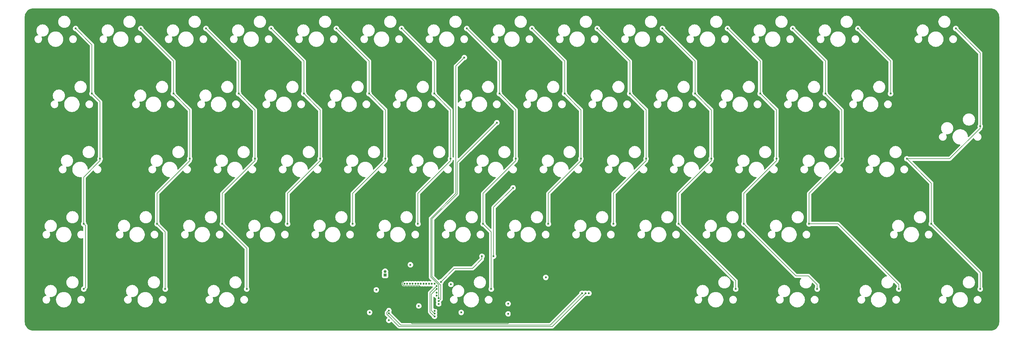
<source format=gbr>
%TF.GenerationSoftware,KiCad,Pcbnew,8.0.3*%
%TF.CreationDate,2024-08-17T23:38:57+08:00*%
%TF.ProjectId,PH60_Rev3,50483630-5f52-4657-9633-2e6b69636164,rev?*%
%TF.SameCoordinates,Original*%
%TF.FileFunction,Copper,L2,Inr*%
%TF.FilePolarity,Positive*%
%FSLAX46Y46*%
G04 Gerber Fmt 4.6, Leading zero omitted, Abs format (unit mm)*
G04 Created by KiCad (PCBNEW 8.0.3) date 2024-08-17 23:38:57*
%MOMM*%
%LPD*%
G01*
G04 APERTURE LIST*
%TA.AperFunction,ComponentPad*%
%ADD10R,0.850000X0.850000*%
%TD*%
%TA.AperFunction,ComponentPad*%
%ADD11O,0.850000X0.850000*%
%TD*%
%TA.AperFunction,ViaPad*%
%ADD12C,0.600000*%
%TD*%
%TA.AperFunction,Conductor*%
%ADD13C,0.200000*%
%TD*%
G04 APERTURE END LIST*
D10*
%TO.N,/~{USB_BOOT}*%
%TO.C,J2*%
X105800000Y-78500000D03*
D11*
%TO.N,GND*%
X105800000Y-77500000D03*
%TD*%
D12*
%TO.N,GND*%
X106900000Y-91750000D03*
X121457108Y-86942892D03*
X103250000Y-82850000D03*
X128050000Y-89450000D03*
X101300000Y-89450000D03*
X165350000Y-83850000D03*
X141750000Y-86900000D03*
X152750000Y-79200000D03*
X115650000Y-87550000D03*
X113200000Y-75500000D03*
%TO.N,+3V3*%
X111100000Y-90400000D03*
X114150000Y-79650000D03*
X112571700Y-83078300D03*
X116650000Y-92150000D03*
X152750000Y-81400000D03*
X120435209Y-88221732D03*
X113050000Y-92150000D03*
X104250000Y-90400000D03*
X143650000Y-89850000D03*
X113200000Y-78700000D03*
X142700000Y-89850000D03*
X116850000Y-82586240D03*
X144600000Y-89850000D03*
%TO.N,+1V1*%
X141750000Y-89850000D03*
X120250000Y-89000000D03*
%TO.N,row_0*%
X121467748Y-85284431D03*
X128950000Y-14900000D03*
%TO.N,row_1*%
X121444692Y-86084101D03*
X138450000Y-33950000D03*
%TO.N,row_2*%
X120850000Y-82598528D03*
X137500000Y-73000000D03*
X143200000Y-53000000D03*
X120250000Y-89800003D03*
X125023525Y-81223525D03*
%TO.N,row_3*%
X120250000Y-90600006D03*
X122100000Y-80500000D03*
X134100000Y-73025000D03*
X120850000Y-81750000D03*
%TO.N,/USB_D+*%
X106900000Y-88900000D03*
X164350000Y-83850000D03*
%TO.N,/USB_D-*%
X106900000Y-89700003D03*
X163350000Y-83850000D03*
%TO.N,col_0*%
X111449985Y-81050000D03*
X17750000Y-63550000D03*
X17750000Y-82600000D03*
X22525000Y-44500000D03*
X20150000Y-25450000D03*
X15375000Y-6400000D03*
%TO.N,col_1*%
X48725000Y-44500000D03*
X39200000Y-63550000D03*
X43950000Y-25450000D03*
X41575000Y-82600000D03*
X112249988Y-81050000D03*
X34425000Y-6400000D03*
%TO.N,col_2*%
X53475000Y-6400000D03*
X58250000Y-63550000D03*
X65375000Y-82600000D03*
X67775000Y-44500000D03*
X113049991Y-81050000D03*
X63000000Y-25450000D03*
%TO.N,col_3*%
X113849994Y-81050000D03*
X82050000Y-25450000D03*
X72525000Y-6400000D03*
X77300000Y-63550000D03*
X86825000Y-44500000D03*
%TO.N,col_4*%
X91575000Y-6400000D03*
X101100000Y-25450000D03*
X96350000Y-63550000D03*
X105875000Y-44500000D03*
X114649997Y-81050000D03*
%TO.N,col_5*%
X124925000Y-44500000D03*
X115400000Y-63550000D03*
X110625000Y-6400000D03*
X115450000Y-81050000D03*
X120150000Y-25450000D03*
%TO.N,col_6*%
X134450000Y-63550000D03*
X139200000Y-25450000D03*
X143975000Y-44500000D03*
X129675000Y-6400000D03*
X136825000Y-82600000D03*
X116250003Y-81050000D03*
%TO.N,col_7*%
X117050006Y-81050000D03*
X148725000Y-6400000D03*
X163025000Y-44500000D03*
X158250000Y-25450000D03*
X153500000Y-63550000D03*
%TO.N,col_8*%
X167800000Y-6400000D03*
X117850009Y-81050000D03*
X182075000Y-44500000D03*
X172550000Y-63550000D03*
X177300000Y-25450000D03*
%TO.N,col_9*%
X118650012Y-81050000D03*
X186850000Y-6400000D03*
X208250000Y-82600000D03*
X201125000Y-44500000D03*
X191600000Y-63550000D03*
X196350000Y-25450000D03*
%TO.N,col_10*%
X205875000Y-6400000D03*
X220175000Y-44500000D03*
X232075000Y-82600000D03*
X210650000Y-63550000D03*
X119450015Y-81050000D03*
X215400000Y-25450000D03*
%TO.N,col_11*%
X224925000Y-6400000D03*
X234450000Y-25450000D03*
X255900000Y-82600000D03*
X239225000Y-44500000D03*
X120250018Y-81050000D03*
X229700000Y-63550000D03*
%TO.N,col_12*%
X243975000Y-6400000D03*
X253500000Y-25450000D03*
X120850000Y-83699991D03*
%TO.N,col_13*%
X279700000Y-82600000D03*
X272550000Y-6400000D03*
X265400000Y-63550000D03*
X120850000Y-84499994D03*
X279700000Y-34975000D03*
X258275000Y-44500000D03*
%TD*%
D13*
%TO.N,+3V3*%
X144600000Y-89850000D02*
X141700000Y-92750000D01*
X141700000Y-92750000D02*
X113650000Y-92750000D01*
X111200000Y-81650000D02*
X115913760Y-81650000D01*
X110849985Y-81299985D02*
X111200000Y-81650000D01*
X112001456Y-79650000D02*
X110849985Y-80801471D01*
X116850000Y-92350000D02*
X116650000Y-92150000D01*
X111650000Y-78700000D02*
X113200000Y-78700000D01*
X115913760Y-81650000D02*
X116850000Y-82586240D01*
X141150000Y-92350000D02*
X116850000Y-92350000D01*
X110300000Y-81550000D02*
X110300000Y-80050000D01*
X110849985Y-80801471D02*
X110849985Y-81299985D01*
X110300000Y-80050000D02*
X111650000Y-78700000D01*
X112571700Y-83078300D02*
X111828300Y-83078300D01*
X143650000Y-89850000D02*
X141150000Y-92350000D01*
X113650000Y-92750000D02*
X113050000Y-92150000D01*
X114150000Y-79650000D02*
X112001456Y-79650000D01*
X111828300Y-83078300D02*
X110300000Y-81550000D01*
%TO.N,row_0*%
X121450000Y-81401453D02*
X121450000Y-85266683D01*
X126450000Y-54650000D02*
X119150000Y-61950000D01*
X119150000Y-79101453D02*
X121450000Y-81401453D01*
X119150000Y-61950000D02*
X119150000Y-79101453D01*
X128950000Y-14900000D02*
X126450000Y-17400000D01*
X121450000Y-85266683D02*
X121467748Y-85284431D01*
X126450000Y-17400000D02*
X126450000Y-54650000D01*
%TO.N,row_1*%
X121444692Y-86084101D02*
X121516607Y-86084101D01*
X126850000Y-54815686D02*
X126850000Y-45550000D01*
X119550000Y-62115686D02*
X126850000Y-54815686D01*
X126850000Y-45550000D02*
X138450000Y-33950000D01*
X121516607Y-86084101D02*
X122067748Y-85532960D01*
X122067748Y-85532960D02*
X122067748Y-81453515D01*
X122067748Y-81453515D02*
X119550000Y-78935767D01*
X119550000Y-78935767D02*
X119550000Y-62115686D01*
%TO.N,row_2*%
X137500000Y-58700000D02*
X143200000Y-53000000D01*
X120201474Y-89800003D02*
X119350000Y-88948529D01*
X137500000Y-73000000D02*
X137500000Y-58700000D01*
X119350000Y-86500000D02*
X119350000Y-84098528D01*
X119350000Y-84098528D02*
X120850000Y-82598528D01*
X120250000Y-89800003D02*
X120201474Y-89800003D01*
X119350000Y-88948529D02*
X119350000Y-86500000D01*
%TO.N,row_3*%
X131350000Y-76550000D02*
X134100000Y-73800000D01*
X122100000Y-80500000D02*
X126050000Y-76550000D01*
X120201474Y-90600006D02*
X120250000Y-90600006D01*
X118950000Y-83650000D02*
X118950000Y-89348532D01*
X126050000Y-76550000D02*
X131350000Y-76550000D01*
X134100000Y-73800000D02*
X134100000Y-73025000D01*
X120850000Y-81750000D02*
X118950000Y-83650000D01*
X118950000Y-89348532D02*
X120201474Y-90600006D01*
%TO.N,/USB_D+*%
X154650000Y-93550000D02*
X109900000Y-93550000D01*
X109900000Y-93550000D02*
X106300000Y-89950000D01*
X106300000Y-89950000D02*
X106300000Y-89451474D01*
X164350000Y-83850000D02*
X154650000Y-93550000D01*
X106300000Y-89451474D02*
X106851474Y-88900000D01*
X106851474Y-88900000D02*
X106900000Y-88900000D01*
%TO.N,/USB_D-*%
X110349997Y-93150000D02*
X106900000Y-89700003D01*
X163350000Y-83850000D02*
X154050000Y-93150000D01*
X154050000Y-93150000D02*
X110349997Y-93150000D01*
%TO.N,col_0*%
X22525000Y-45092152D02*
X17750000Y-49867152D01*
X15375000Y-6400000D02*
X20150000Y-11175000D01*
X17750000Y-63550000D02*
X18211250Y-64011250D01*
X17750000Y-49867152D02*
X17750000Y-63550000D01*
X22525000Y-44500000D02*
X22525000Y-45092152D01*
X22525000Y-27825000D02*
X22525000Y-44500000D01*
X20150000Y-11175000D02*
X20150000Y-25450000D01*
X18211250Y-82138750D02*
X17750000Y-82600000D01*
X18211250Y-64011250D02*
X18211250Y-82138750D01*
X20150000Y-25450000D02*
X22525000Y-27825000D01*
%TO.N,col_1*%
X43950000Y-15925000D02*
X43950000Y-25450000D01*
X48725000Y-44500000D02*
X48725000Y-45085902D01*
X43950000Y-25450000D02*
X48725000Y-30225000D01*
X48725000Y-45085902D02*
X39200000Y-54610902D01*
X48725000Y-30225000D02*
X48725000Y-44500000D01*
X39200000Y-54610902D02*
X39200000Y-63550000D01*
X34425000Y-6400000D02*
X43950000Y-15925000D01*
X39200000Y-63550000D02*
X41575000Y-65925000D01*
X41575000Y-65925000D02*
X41575000Y-82600000D01*
%TO.N,col_2*%
X58250000Y-63550000D02*
X65375000Y-70675000D01*
X58250000Y-54610902D02*
X58250000Y-63550000D01*
X67775000Y-30225000D02*
X67775000Y-44500000D01*
X63000000Y-25450000D02*
X67775000Y-30225000D01*
X67775000Y-45085902D02*
X58250000Y-54610902D01*
X53475000Y-6400000D02*
X63000000Y-15925000D01*
X67775000Y-44500000D02*
X67775000Y-45085902D01*
X63000000Y-15925000D02*
X63000000Y-25450000D01*
X65375000Y-70675000D02*
X65375000Y-82600000D01*
%TO.N,col_3*%
X77300000Y-54610902D02*
X77300000Y-63550000D01*
X86825000Y-45085902D02*
X77300000Y-54610902D01*
X86825000Y-44500000D02*
X86825000Y-45085902D01*
X82050000Y-25450000D02*
X86825000Y-30225000D01*
X86825000Y-30225000D02*
X86825000Y-44500000D01*
X72525000Y-6400000D02*
X82050000Y-15925000D01*
X82050000Y-15925000D02*
X82050000Y-25450000D01*
%TO.N,col_4*%
X101100000Y-25450000D02*
X105875000Y-30225000D01*
X105875000Y-45085902D02*
X96350000Y-54610902D01*
X105875000Y-44500000D02*
X105875000Y-45085902D01*
X96350000Y-54610902D02*
X96350000Y-63550000D01*
X91575000Y-6400000D02*
X101100000Y-15925000D01*
X105875000Y-30225000D02*
X105875000Y-44500000D01*
X101100000Y-15925000D02*
X101100000Y-25450000D01*
%TO.N,col_5*%
X115400000Y-54610902D02*
X115400000Y-63550000D01*
X110625000Y-6400000D02*
X120150000Y-15925000D01*
X124925000Y-45085902D02*
X115400000Y-54610902D01*
X120150000Y-15925000D02*
X120150000Y-25450000D01*
X124925000Y-30225000D02*
X124925000Y-44500000D01*
X124925000Y-44500000D02*
X124925000Y-45085902D01*
X120150000Y-25450000D02*
X124925000Y-30225000D01*
%TO.N,col_6*%
X136825000Y-65925000D02*
X136825000Y-82600000D01*
X143975000Y-45085902D02*
X134450000Y-54610902D01*
X134450000Y-63550000D02*
X136825000Y-65925000D01*
X134450000Y-54610902D02*
X134450000Y-63550000D01*
X139200000Y-15925000D02*
X139200000Y-25450000D01*
X139200000Y-25450000D02*
X143975000Y-30225000D01*
X129675000Y-6400000D02*
X139200000Y-15925000D01*
X143975000Y-44500000D02*
X143975000Y-45085902D01*
X143975000Y-30225000D02*
X143975000Y-44500000D01*
%TO.N,col_7*%
X158250000Y-15925000D02*
X158250000Y-25450000D01*
X163025000Y-30225000D02*
X163025000Y-44500000D01*
X163025000Y-45085902D02*
X153500000Y-54610902D01*
X148725000Y-6400000D02*
X158250000Y-15925000D01*
X158250000Y-25450000D02*
X163025000Y-30225000D01*
X163025000Y-44500000D02*
X163025000Y-45085902D01*
X153500000Y-54610902D02*
X153500000Y-63550000D01*
%TO.N,col_8*%
X177300000Y-15900000D02*
X177300000Y-25450000D01*
X167800000Y-6400000D02*
X177300000Y-15900000D01*
X182075000Y-45085902D02*
X172550000Y-54610902D01*
X177300000Y-25450000D02*
X182075000Y-30225000D01*
X172550000Y-54610902D02*
X172550000Y-63550000D01*
X182075000Y-44500000D02*
X182075000Y-45085902D01*
X182075000Y-30225000D02*
X182075000Y-44500000D01*
%TO.N,col_9*%
X208250000Y-80200000D02*
X208250000Y-82600000D01*
X196350000Y-15900000D02*
X196350000Y-25450000D01*
X201125000Y-30225000D02*
X201125000Y-44500000D01*
X191600000Y-54610902D02*
X191600000Y-63550000D01*
X186850000Y-6400000D02*
X196350000Y-15900000D01*
X201125000Y-45085902D02*
X191600000Y-54610902D01*
X191600000Y-63550000D02*
X208250000Y-80200000D01*
X196350000Y-25450000D02*
X201125000Y-30225000D01*
X201125000Y-44500000D02*
X201125000Y-45085902D01*
%TO.N,col_10*%
X215400000Y-25450000D02*
X220175000Y-30225000D01*
X215400000Y-15925000D02*
X215400000Y-25450000D01*
X210650000Y-63550000D02*
X225870000Y-78770000D01*
X205875000Y-6400000D02*
X215400000Y-15925000D01*
X220175000Y-45085902D02*
X210650000Y-54610902D01*
X220175000Y-44500000D02*
X220175000Y-45085902D01*
X232075000Y-81309600D02*
X232075000Y-82600000D01*
X225870000Y-78770000D02*
X229535400Y-78770000D01*
X220175000Y-30225000D02*
X220175000Y-44500000D01*
X229535400Y-78770000D02*
X232075000Y-81309600D01*
X210650000Y-54610902D02*
X210650000Y-63550000D01*
%TO.N,col_11*%
X239225000Y-44500000D02*
X239225000Y-45085902D01*
X255900000Y-81322100D02*
X255900000Y-82600000D01*
X238127900Y-63550000D02*
X255900000Y-81322100D01*
X239225000Y-30275000D02*
X239225000Y-44500000D01*
X234450000Y-15925000D02*
X234450000Y-25450000D01*
X234450000Y-25450000D02*
X234450000Y-25500000D01*
X224925000Y-6400000D02*
X234450000Y-15925000D01*
X239225000Y-45085902D02*
X229700000Y-54610902D01*
X229700000Y-54610902D02*
X229700000Y-63550000D01*
X234450000Y-25500000D02*
X239225000Y-30275000D01*
X229700000Y-63550000D02*
X238127900Y-63550000D01*
%TO.N,col_12*%
X243975000Y-6400000D02*
X253500000Y-15925000D01*
X253500000Y-15925000D02*
X253500000Y-25450000D01*
%TO.N,col_13*%
X272550000Y-6400000D02*
X279700000Y-13550000D01*
X279700000Y-34975000D02*
X279700000Y-35567152D01*
X265400000Y-63550000D02*
X279700000Y-77850000D01*
X270767152Y-44500000D02*
X258275000Y-44500000D01*
X279700000Y-77850000D02*
X279700000Y-82600000D01*
X279700000Y-35567152D02*
X270767152Y-44500000D01*
X279700000Y-13550000D02*
X279700000Y-34975000D01*
X265400000Y-51625000D02*
X265400000Y-63550000D01*
X258275000Y-44500000D02*
X265400000Y-51625000D01*
%TD*%
%TA.AperFunction,Conductor*%
%TO.N,+3V3*%
G36*
X282753736Y-500726D02*
G01*
X283043796Y-518271D01*
X283058659Y-520076D01*
X283340798Y-571780D01*
X283355335Y-575363D01*
X283629172Y-660695D01*
X283643163Y-666000D01*
X283904743Y-783727D01*
X283917989Y-790680D01*
X284163465Y-939075D01*
X284175776Y-947573D01*
X284401573Y-1124473D01*
X284412781Y-1134403D01*
X284615596Y-1337218D01*
X284625526Y-1348426D01*
X284745481Y-1501538D01*
X284802422Y-1574217D01*
X284810928Y-1586540D01*
X284959316Y-1832004D01*
X284966275Y-1845263D01*
X285083997Y-2106831D01*
X285089306Y-2120832D01*
X285174635Y-2394663D01*
X285178219Y-2409201D01*
X285229923Y-2691340D01*
X285231728Y-2706205D01*
X285249274Y-2996263D01*
X285249500Y-3003750D01*
X285249500Y-92246249D01*
X285249274Y-92253736D01*
X285231728Y-92543794D01*
X285229923Y-92558659D01*
X285178219Y-92840798D01*
X285174635Y-92855336D01*
X285089306Y-93129167D01*
X285083997Y-93143168D01*
X284966275Y-93404736D01*
X284959316Y-93417995D01*
X284810928Y-93663459D01*
X284802422Y-93675782D01*
X284625526Y-93901573D01*
X284615596Y-93912781D01*
X284412781Y-94115596D01*
X284401573Y-94125526D01*
X284175782Y-94302422D01*
X284163459Y-94310928D01*
X283917995Y-94459316D01*
X283904736Y-94466275D01*
X283643168Y-94583997D01*
X283629167Y-94589306D01*
X283355336Y-94674635D01*
X283340798Y-94678219D01*
X283058659Y-94729923D01*
X283043794Y-94731728D01*
X282753736Y-94749274D01*
X282746249Y-94749500D01*
X3003751Y-94749500D01*
X2996264Y-94749274D01*
X2706205Y-94731728D01*
X2691340Y-94729923D01*
X2409201Y-94678219D01*
X2394663Y-94674635D01*
X2120832Y-94589306D01*
X2106831Y-94583997D01*
X1845263Y-94466275D01*
X1832004Y-94459316D01*
X1586540Y-94310928D01*
X1574217Y-94302422D01*
X1348426Y-94125526D01*
X1337218Y-94115596D01*
X1134403Y-93912781D01*
X1124473Y-93901573D01*
X947573Y-93675776D01*
X939075Y-93663465D01*
X790680Y-93417989D01*
X783727Y-93404743D01*
X666000Y-93143163D01*
X660693Y-93129167D01*
X575364Y-92855336D01*
X571780Y-92840798D01*
X520076Y-92558659D01*
X518271Y-92543794D01*
X517761Y-92535369D01*
X500726Y-92253736D01*
X500500Y-92246249D01*
X500500Y-89449996D01*
X100494435Y-89449996D01*
X100494435Y-89450003D01*
X100514630Y-89629249D01*
X100514631Y-89629254D01*
X100574211Y-89799523D01*
X100670184Y-89952262D01*
X100797738Y-90079816D01*
X100950478Y-90175789D01*
X101109088Y-90231289D01*
X101120745Y-90235368D01*
X101120750Y-90235369D01*
X101299996Y-90255565D01*
X101300000Y-90255565D01*
X101300004Y-90255565D01*
X101479249Y-90235369D01*
X101479252Y-90235368D01*
X101479255Y-90235368D01*
X101649522Y-90175789D01*
X101802262Y-90079816D01*
X101853024Y-90029054D01*
X105699498Y-90029054D01*
X105740424Y-90181789D01*
X105740425Y-90181790D01*
X105769004Y-90231289D01*
X105769005Y-90231290D01*
X105771360Y-90235369D01*
X105819479Y-90318714D01*
X105819481Y-90318717D01*
X105938349Y-90437585D01*
X105938355Y-90437590D01*
X106424867Y-90924102D01*
X106458352Y-90985425D01*
X106453368Y-91055117D01*
X106411496Y-91111050D01*
X106403165Y-91116772D01*
X106397745Y-91120177D01*
X106397739Y-91120182D01*
X106270184Y-91247737D01*
X106174211Y-91400476D01*
X106114631Y-91570745D01*
X106114630Y-91570750D01*
X106094435Y-91749996D01*
X106094435Y-91750003D01*
X106114630Y-91929249D01*
X106114631Y-91929254D01*
X106174211Y-92099523D01*
X106248824Y-92218268D01*
X106270184Y-92252262D01*
X106397738Y-92379816D01*
X106550478Y-92475789D01*
X106720745Y-92535368D01*
X106720750Y-92535369D01*
X106899996Y-92555565D01*
X106900000Y-92555565D01*
X106900004Y-92555565D01*
X107079249Y-92535369D01*
X107079252Y-92535368D01*
X107079255Y-92535368D01*
X107249522Y-92475789D01*
X107402262Y-92379816D01*
X107529816Y-92252262D01*
X107533218Y-92246846D01*
X107585545Y-92200554D01*
X107654597Y-92189899D01*
X107718448Y-92218268D01*
X107725896Y-92225131D01*
X109415139Y-93914374D01*
X109415149Y-93914385D01*
X109419479Y-93918715D01*
X109419480Y-93918716D01*
X109531284Y-94030520D01*
X109568121Y-94051787D01*
X109618095Y-94080639D01*
X109618097Y-94080641D01*
X109656151Y-94102611D01*
X109668215Y-94109577D01*
X109820943Y-94150501D01*
X109820946Y-94150501D01*
X109986653Y-94150501D01*
X109986669Y-94150500D01*
X154563331Y-94150500D01*
X154563347Y-94150501D01*
X154570943Y-94150501D01*
X154729054Y-94150501D01*
X154729057Y-94150501D01*
X154881785Y-94109577D01*
X154931904Y-94080639D01*
X155018716Y-94030520D01*
X155130520Y-93918716D01*
X155130520Y-93918714D01*
X155140728Y-93908507D01*
X155140729Y-93908504D01*
X163412813Y-85636421D01*
X196200750Y-85636421D01*
X196200750Y-85813578D01*
X196228464Y-85988556D01*
X196283206Y-86157039D01*
X196283207Y-86157042D01*
X196340857Y-86270184D01*
X196363636Y-86314890D01*
X196467767Y-86458214D01*
X196593036Y-86583483D01*
X196736360Y-86687614D01*
X196801383Y-86720745D01*
X196894207Y-86768042D01*
X196894210Y-86768043D01*
X196978451Y-86795414D01*
X197062695Y-86822786D01*
X197237671Y-86850500D01*
X197237672Y-86850500D01*
X197414828Y-86850500D01*
X197414829Y-86850500D01*
X197589805Y-86822786D01*
X197758292Y-86768042D01*
X197916140Y-86687614D01*
X198059464Y-86583483D01*
X198184733Y-86458214D01*
X198288864Y-86314890D01*
X198369292Y-86157042D01*
X198424036Y-85988555D01*
X198451750Y-85813579D01*
X198451750Y-85636421D01*
X198442415Y-85577486D01*
X200155750Y-85577486D01*
X200155750Y-85872513D01*
X200175653Y-86023684D01*
X200194257Y-86164993D01*
X200262838Y-86420943D01*
X200270611Y-86449951D01*
X200270614Y-86449961D01*
X200383504Y-86722500D01*
X200383508Y-86722510D01*
X200531011Y-86977993D01*
X200710602Y-87212040D01*
X200710608Y-87212047D01*
X200919202Y-87420641D01*
X200919209Y-87420647D01*
X201153256Y-87600238D01*
X201408739Y-87747741D01*
X201408740Y-87747741D01*
X201408743Y-87747743D01*
X201681298Y-87860639D01*
X201966257Y-87936993D01*
X202258744Y-87975500D01*
X202258751Y-87975500D01*
X202553749Y-87975500D01*
X202553756Y-87975500D01*
X202846243Y-87936993D01*
X203131202Y-87860639D01*
X203403757Y-87747743D01*
X203659244Y-87600238D01*
X203893292Y-87420646D01*
X204101896Y-87212042D01*
X204281488Y-86977994D01*
X204428993Y-86722507D01*
X204541889Y-86449952D01*
X204618243Y-86164993D01*
X204656750Y-85872506D01*
X204656750Y-85636421D01*
X206360750Y-85636421D01*
X206360750Y-85813578D01*
X206388464Y-85988556D01*
X206443206Y-86157039D01*
X206443207Y-86157042D01*
X206500857Y-86270184D01*
X206523636Y-86314890D01*
X206627767Y-86458214D01*
X206753036Y-86583483D01*
X206896360Y-86687614D01*
X206961383Y-86720745D01*
X207054207Y-86768042D01*
X207054210Y-86768043D01*
X207138451Y-86795414D01*
X207222695Y-86822786D01*
X207397671Y-86850500D01*
X207397672Y-86850500D01*
X207574828Y-86850500D01*
X207574829Y-86850500D01*
X207749805Y-86822786D01*
X207918292Y-86768042D01*
X208076140Y-86687614D01*
X208219464Y-86583483D01*
X208344733Y-86458214D01*
X208448864Y-86314890D01*
X208529292Y-86157042D01*
X208584036Y-85988555D01*
X208611750Y-85813579D01*
X208611750Y-85636421D01*
X220013250Y-85636421D01*
X220013250Y-85813578D01*
X220040964Y-85988556D01*
X220095706Y-86157039D01*
X220095707Y-86157042D01*
X220153357Y-86270184D01*
X220176136Y-86314890D01*
X220280267Y-86458214D01*
X220405536Y-86583483D01*
X220548860Y-86687614D01*
X220613883Y-86720745D01*
X220706707Y-86768042D01*
X220706710Y-86768043D01*
X220790951Y-86795414D01*
X220875195Y-86822786D01*
X221050171Y-86850500D01*
X221050172Y-86850500D01*
X221227328Y-86850500D01*
X221227329Y-86850500D01*
X221402305Y-86822786D01*
X221570792Y-86768042D01*
X221728640Y-86687614D01*
X221871964Y-86583483D01*
X221997233Y-86458214D01*
X222101364Y-86314890D01*
X222181792Y-86157042D01*
X222236536Y-85988555D01*
X222264250Y-85813579D01*
X222264250Y-85636421D01*
X222254915Y-85577486D01*
X223968250Y-85577486D01*
X223968250Y-85872513D01*
X223988153Y-86023684D01*
X224006757Y-86164993D01*
X224075338Y-86420943D01*
X224083111Y-86449951D01*
X224083114Y-86449961D01*
X224196004Y-86722500D01*
X224196008Y-86722510D01*
X224343511Y-86977993D01*
X224523102Y-87212040D01*
X224523108Y-87212047D01*
X224731702Y-87420641D01*
X224731709Y-87420647D01*
X224965756Y-87600238D01*
X225221239Y-87747741D01*
X225221240Y-87747741D01*
X225221243Y-87747743D01*
X225493798Y-87860639D01*
X225778757Y-87936993D01*
X226071244Y-87975500D01*
X226071251Y-87975500D01*
X226366249Y-87975500D01*
X226366256Y-87975500D01*
X226658743Y-87936993D01*
X226943702Y-87860639D01*
X227216257Y-87747743D01*
X227471744Y-87600238D01*
X227705792Y-87420646D01*
X227914396Y-87212042D01*
X228093988Y-86977994D01*
X228241493Y-86722507D01*
X228354389Y-86449952D01*
X228430743Y-86164993D01*
X228469250Y-85872506D01*
X228469250Y-85636421D01*
X230173250Y-85636421D01*
X230173250Y-85813578D01*
X230200964Y-85988556D01*
X230255706Y-86157039D01*
X230255707Y-86157042D01*
X230313357Y-86270184D01*
X230336136Y-86314890D01*
X230440267Y-86458214D01*
X230565536Y-86583483D01*
X230708860Y-86687614D01*
X230773883Y-86720745D01*
X230866707Y-86768042D01*
X230866710Y-86768043D01*
X230950951Y-86795414D01*
X231035195Y-86822786D01*
X231210171Y-86850500D01*
X231210172Y-86850500D01*
X231387328Y-86850500D01*
X231387329Y-86850500D01*
X231562305Y-86822786D01*
X231730792Y-86768042D01*
X231888640Y-86687614D01*
X232031964Y-86583483D01*
X232157233Y-86458214D01*
X232261364Y-86314890D01*
X232341792Y-86157042D01*
X232396536Y-85988555D01*
X232424250Y-85813579D01*
X232424250Y-85636421D01*
X243825750Y-85636421D01*
X243825750Y-85813578D01*
X243853464Y-85988556D01*
X243908206Y-86157039D01*
X243908207Y-86157042D01*
X243965857Y-86270184D01*
X243988636Y-86314890D01*
X244092767Y-86458214D01*
X244218036Y-86583483D01*
X244361360Y-86687614D01*
X244426383Y-86720745D01*
X244519207Y-86768042D01*
X244519210Y-86768043D01*
X244603451Y-86795414D01*
X244687695Y-86822786D01*
X244862671Y-86850500D01*
X244862672Y-86850500D01*
X245039828Y-86850500D01*
X245039829Y-86850500D01*
X245214805Y-86822786D01*
X245383292Y-86768042D01*
X245541140Y-86687614D01*
X245684464Y-86583483D01*
X245809733Y-86458214D01*
X245913864Y-86314890D01*
X245994292Y-86157042D01*
X246049036Y-85988555D01*
X246076750Y-85813579D01*
X246076750Y-85636421D01*
X246067415Y-85577486D01*
X247780750Y-85577486D01*
X247780750Y-85872513D01*
X247800653Y-86023684D01*
X247819257Y-86164993D01*
X247887838Y-86420943D01*
X247895611Y-86449951D01*
X247895614Y-86449961D01*
X248008504Y-86722500D01*
X248008508Y-86722510D01*
X248156011Y-86977993D01*
X248335602Y-87212040D01*
X248335608Y-87212047D01*
X248544202Y-87420641D01*
X248544209Y-87420647D01*
X248778256Y-87600238D01*
X249033739Y-87747741D01*
X249033740Y-87747741D01*
X249033743Y-87747743D01*
X249306298Y-87860639D01*
X249591257Y-87936993D01*
X249883744Y-87975500D01*
X249883751Y-87975500D01*
X250178749Y-87975500D01*
X250178756Y-87975500D01*
X250471243Y-87936993D01*
X250756202Y-87860639D01*
X251028757Y-87747743D01*
X251284244Y-87600238D01*
X251518292Y-87420646D01*
X251726896Y-87212042D01*
X251906488Y-86977994D01*
X252053993Y-86722507D01*
X252166889Y-86449952D01*
X252243243Y-86164993D01*
X252281750Y-85872506D01*
X252281750Y-85636421D01*
X253985750Y-85636421D01*
X253985750Y-85813578D01*
X254013464Y-85988556D01*
X254068206Y-86157039D01*
X254068207Y-86157042D01*
X254125857Y-86270184D01*
X254148636Y-86314890D01*
X254252767Y-86458214D01*
X254378036Y-86583483D01*
X254521360Y-86687614D01*
X254586383Y-86720745D01*
X254679207Y-86768042D01*
X254679210Y-86768043D01*
X254763451Y-86795414D01*
X254847695Y-86822786D01*
X255022671Y-86850500D01*
X255022672Y-86850500D01*
X255199828Y-86850500D01*
X255199829Y-86850500D01*
X255374805Y-86822786D01*
X255543292Y-86768042D01*
X255701140Y-86687614D01*
X255844464Y-86583483D01*
X255969733Y-86458214D01*
X256073864Y-86314890D01*
X256154292Y-86157042D01*
X256209036Y-85988555D01*
X256236750Y-85813579D01*
X256236750Y-85636421D01*
X267638250Y-85636421D01*
X267638250Y-85813578D01*
X267665964Y-85988556D01*
X267720706Y-86157039D01*
X267720707Y-86157042D01*
X267778357Y-86270184D01*
X267801136Y-86314890D01*
X267905267Y-86458214D01*
X268030536Y-86583483D01*
X268173860Y-86687614D01*
X268238883Y-86720745D01*
X268331707Y-86768042D01*
X268331710Y-86768043D01*
X268415951Y-86795414D01*
X268500195Y-86822786D01*
X268675171Y-86850500D01*
X268675172Y-86850500D01*
X268852328Y-86850500D01*
X268852329Y-86850500D01*
X269027305Y-86822786D01*
X269195792Y-86768042D01*
X269353640Y-86687614D01*
X269496964Y-86583483D01*
X269622233Y-86458214D01*
X269726364Y-86314890D01*
X269806792Y-86157042D01*
X269861536Y-85988555D01*
X269889250Y-85813579D01*
X269889250Y-85636421D01*
X269879915Y-85577486D01*
X271593250Y-85577486D01*
X271593250Y-85872513D01*
X271613153Y-86023684D01*
X271631757Y-86164993D01*
X271700338Y-86420943D01*
X271708111Y-86449951D01*
X271708114Y-86449961D01*
X271821004Y-86722500D01*
X271821008Y-86722510D01*
X271968511Y-86977993D01*
X272148102Y-87212040D01*
X272148108Y-87212047D01*
X272356702Y-87420641D01*
X272356709Y-87420647D01*
X272590756Y-87600238D01*
X272846239Y-87747741D01*
X272846240Y-87747741D01*
X272846243Y-87747743D01*
X273118798Y-87860639D01*
X273403757Y-87936993D01*
X273696244Y-87975500D01*
X273696251Y-87975500D01*
X273991249Y-87975500D01*
X273991256Y-87975500D01*
X274283743Y-87936993D01*
X274568702Y-87860639D01*
X274841257Y-87747743D01*
X275096744Y-87600238D01*
X275330792Y-87420646D01*
X275539396Y-87212042D01*
X275718988Y-86977994D01*
X275866493Y-86722507D01*
X275979389Y-86449952D01*
X276055743Y-86164993D01*
X276094250Y-85872506D01*
X276094250Y-85636421D01*
X277798250Y-85636421D01*
X277798250Y-85813578D01*
X277825964Y-85988556D01*
X277880706Y-86157039D01*
X277880707Y-86157042D01*
X277938357Y-86270184D01*
X277961136Y-86314890D01*
X278065267Y-86458214D01*
X278190536Y-86583483D01*
X278333860Y-86687614D01*
X278398883Y-86720745D01*
X278491707Y-86768042D01*
X278491710Y-86768043D01*
X278575951Y-86795414D01*
X278660195Y-86822786D01*
X278835171Y-86850500D01*
X278835172Y-86850500D01*
X279012328Y-86850500D01*
X279012329Y-86850500D01*
X279187305Y-86822786D01*
X279355792Y-86768042D01*
X279513640Y-86687614D01*
X279656964Y-86583483D01*
X279782233Y-86458214D01*
X279886364Y-86314890D01*
X279966792Y-86157042D01*
X280021536Y-85988555D01*
X280049250Y-85813579D01*
X280049250Y-85636421D01*
X280021536Y-85461445D01*
X279994164Y-85377201D01*
X279966793Y-85292960D01*
X279966792Y-85292957D01*
X279886363Y-85135109D01*
X279882513Y-85129810D01*
X279782233Y-84991786D01*
X279656964Y-84866517D01*
X279513640Y-84762386D01*
X279355792Y-84681957D01*
X279355789Y-84681956D01*
X279187306Y-84627214D01*
X279099817Y-84613357D01*
X279012329Y-84599500D01*
X278835171Y-84599500D01*
X278776845Y-84608738D01*
X278660193Y-84627214D01*
X278491710Y-84681956D01*
X278491707Y-84681957D01*
X278333859Y-84762386D01*
X278252088Y-84821796D01*
X278190536Y-84866517D01*
X278190534Y-84866519D01*
X278190533Y-84866519D01*
X278065269Y-84991783D01*
X278065269Y-84991784D01*
X278065267Y-84991786D01*
X278020546Y-85053338D01*
X277961136Y-85135109D01*
X277880707Y-85292957D01*
X277880706Y-85292960D01*
X277825964Y-85461443D01*
X277798250Y-85636421D01*
X276094250Y-85636421D01*
X276094250Y-85577494D01*
X276055743Y-85285007D01*
X275979389Y-85000048D01*
X275978365Y-84997577D01*
X275924079Y-84866519D01*
X275866493Y-84727493D01*
X275840203Y-84681958D01*
X275718988Y-84472006D01*
X275539397Y-84237959D01*
X275539391Y-84237952D01*
X275330797Y-84029358D01*
X275330790Y-84029352D01*
X275096743Y-83849761D01*
X274841260Y-83702258D01*
X274841250Y-83702254D01*
X274568711Y-83589364D01*
X274568704Y-83589362D01*
X274568702Y-83589361D01*
X274283743Y-83513007D01*
X274234863Y-83506571D01*
X273991263Y-83474500D01*
X273991256Y-83474500D01*
X273696244Y-83474500D01*
X273696236Y-83474500D01*
X273417835Y-83511153D01*
X273403757Y-83513007D01*
X273169450Y-83575789D01*
X273118798Y-83589361D01*
X273118788Y-83589364D01*
X272846249Y-83702254D01*
X272846239Y-83702258D01*
X272590756Y-83849761D01*
X272356709Y-84029352D01*
X272356702Y-84029358D01*
X272148108Y-84237952D01*
X272148102Y-84237959D01*
X271968511Y-84472006D01*
X271821008Y-84727489D01*
X271821004Y-84727499D01*
X271708114Y-85000038D01*
X271708111Y-85000048D01*
X271631912Y-85284431D01*
X271631758Y-85285004D01*
X271631756Y-85285015D01*
X271593250Y-85577486D01*
X269879915Y-85577486D01*
X269861536Y-85461445D01*
X269834164Y-85377201D01*
X269806793Y-85292960D01*
X269806790Y-85292952D01*
X269724263Y-85130987D01*
X269711366Y-85062317D01*
X269737642Y-84997577D01*
X269794748Y-84957319D01*
X269850931Y-84951752D01*
X269910314Y-84959570D01*
X269917362Y-84960498D01*
X269917378Y-84960500D01*
X269917385Y-84960500D01*
X270150115Y-84960500D01*
X270150122Y-84960500D01*
X270380876Y-84930121D01*
X270605690Y-84869882D01*
X270663703Y-84845852D01*
X270820710Y-84780819D01*
X270820713Y-84780817D01*
X270820719Y-84780815D01*
X271022282Y-84664442D01*
X271206931Y-84522756D01*
X271371506Y-84358181D01*
X271513192Y-84173532D01*
X271629565Y-83971969D01*
X271680085Y-83850003D01*
X271718629Y-83756947D01*
X271718628Y-83756947D01*
X271718632Y-83756940D01*
X271778871Y-83532126D01*
X271809250Y-83301372D01*
X271809250Y-83068628D01*
X271778871Y-82837874D01*
X271718632Y-82613060D01*
X271713224Y-82600003D01*
X271629569Y-82398039D01*
X271629561Y-82398023D01*
X271513196Y-82196475D01*
X271513192Y-82196468D01*
X271396533Y-82044435D01*
X271371507Y-82011820D01*
X271371501Y-82011813D01*
X271206936Y-81847248D01*
X271206929Y-81847242D01*
X271022290Y-81705564D01*
X271022288Y-81705562D01*
X271022282Y-81705558D01*
X271022277Y-81705555D01*
X271022274Y-81705553D01*
X270820726Y-81589188D01*
X270820710Y-81589180D01*
X270605697Y-81500120D01*
X270380872Y-81439878D01*
X270150132Y-81409501D01*
X270150127Y-81409500D01*
X270150122Y-81409500D01*
X269917378Y-81409500D01*
X269917372Y-81409500D01*
X269917367Y-81409501D01*
X269686627Y-81439878D01*
X269461802Y-81500120D01*
X269246789Y-81589180D01*
X269246773Y-81589188D01*
X269045225Y-81705553D01*
X269045209Y-81705564D01*
X268860570Y-81847242D01*
X268860563Y-81847248D01*
X268695998Y-82011813D01*
X268695992Y-82011820D01*
X268554314Y-82196459D01*
X268554303Y-82196475D01*
X268437938Y-82398023D01*
X268437930Y-82398039D01*
X268348870Y-82613052D01*
X268288628Y-82837877D01*
X268258251Y-83068617D01*
X268258250Y-83068634D01*
X268258250Y-83301365D01*
X268258251Y-83301382D01*
X268288628Y-83532122D01*
X268348870Y-83756947D01*
X268437930Y-83971960D01*
X268437938Y-83971976D01*
X268554303Y-84173524D01*
X268554314Y-84173540D01*
X268695992Y-84358179D01*
X268695998Y-84358186D01*
X268729386Y-84391574D01*
X268762871Y-84452897D01*
X268757887Y-84522589D01*
X268716015Y-84578522D01*
X268661103Y-84601728D01*
X268500193Y-84627214D01*
X268331710Y-84681956D01*
X268331707Y-84681957D01*
X268173859Y-84762386D01*
X268092088Y-84821796D01*
X268030536Y-84866517D01*
X268030534Y-84866519D01*
X268030533Y-84866519D01*
X267905269Y-84991783D01*
X267905269Y-84991784D01*
X267905267Y-84991786D01*
X267860546Y-85053338D01*
X267801136Y-85135109D01*
X267720707Y-85292957D01*
X267720706Y-85292960D01*
X267665964Y-85461443D01*
X267638250Y-85636421D01*
X256236750Y-85636421D01*
X256209036Y-85461445D01*
X256181664Y-85377201D01*
X256154293Y-85292960D01*
X256154292Y-85292957D01*
X256073863Y-85135109D01*
X256070013Y-85129810D01*
X255969733Y-84991786D01*
X255844464Y-84866517D01*
X255701140Y-84762386D01*
X255543292Y-84681957D01*
X255543289Y-84681956D01*
X255374806Y-84627214D01*
X255287317Y-84613357D01*
X255199829Y-84599500D01*
X255022671Y-84599500D01*
X254964345Y-84608738D01*
X254847693Y-84627214D01*
X254679210Y-84681956D01*
X254679207Y-84681957D01*
X254521359Y-84762386D01*
X254439588Y-84821796D01*
X254378036Y-84866517D01*
X254378034Y-84866519D01*
X254378033Y-84866519D01*
X254252769Y-84991783D01*
X254252769Y-84991784D01*
X254252767Y-84991786D01*
X254208046Y-85053338D01*
X254148636Y-85135109D01*
X254068207Y-85292957D01*
X254068206Y-85292960D01*
X254013464Y-85461443D01*
X253985750Y-85636421D01*
X252281750Y-85636421D01*
X252281750Y-85577494D01*
X252243243Y-85285007D01*
X252166889Y-85000048D01*
X252165865Y-84997577D01*
X252111579Y-84866519D01*
X252053993Y-84727493D01*
X252027703Y-84681958D01*
X251906488Y-84472006D01*
X251726897Y-84237959D01*
X251726891Y-84237952D01*
X251518297Y-84029358D01*
X251518290Y-84029352D01*
X251284243Y-83849761D01*
X251028760Y-83702258D01*
X251028750Y-83702254D01*
X250756211Y-83589364D01*
X250756204Y-83589362D01*
X250756202Y-83589361D01*
X250471243Y-83513007D01*
X250422363Y-83506571D01*
X250178763Y-83474500D01*
X250178756Y-83474500D01*
X249883744Y-83474500D01*
X249883736Y-83474500D01*
X249605335Y-83511153D01*
X249591257Y-83513007D01*
X249356950Y-83575789D01*
X249306298Y-83589361D01*
X249306288Y-83589364D01*
X249033749Y-83702254D01*
X249033739Y-83702258D01*
X248778256Y-83849761D01*
X248544209Y-84029352D01*
X248544202Y-84029358D01*
X248335608Y-84237952D01*
X248335602Y-84237959D01*
X248156011Y-84472006D01*
X248008508Y-84727489D01*
X248008504Y-84727499D01*
X247895614Y-85000038D01*
X247895611Y-85000048D01*
X247819412Y-85284431D01*
X247819258Y-85285004D01*
X247819256Y-85285015D01*
X247780750Y-85577486D01*
X246067415Y-85577486D01*
X246049036Y-85461445D01*
X246021664Y-85377201D01*
X245994293Y-85292960D01*
X245994290Y-85292952D01*
X245911763Y-85130987D01*
X245898866Y-85062317D01*
X245925142Y-84997577D01*
X245982248Y-84957319D01*
X246038431Y-84951752D01*
X246097814Y-84959570D01*
X246104862Y-84960498D01*
X246104878Y-84960500D01*
X246104885Y-84960500D01*
X246337615Y-84960500D01*
X246337622Y-84960500D01*
X246568376Y-84930121D01*
X246793190Y-84869882D01*
X246851203Y-84845852D01*
X247008210Y-84780819D01*
X247008213Y-84780817D01*
X247008219Y-84780815D01*
X247209782Y-84664442D01*
X247394431Y-84522756D01*
X247559006Y-84358181D01*
X247700692Y-84173532D01*
X247817065Y-83971969D01*
X247867585Y-83850003D01*
X247906129Y-83756947D01*
X247906128Y-83756947D01*
X247906132Y-83756940D01*
X247966371Y-83532126D01*
X247996750Y-83301372D01*
X247996750Y-83068628D01*
X247966371Y-82837874D01*
X247906132Y-82613060D01*
X247900724Y-82600003D01*
X247817069Y-82398039D01*
X247817061Y-82398023D01*
X247700696Y-82196475D01*
X247700692Y-82196468D01*
X247584033Y-82044435D01*
X247559007Y-82011820D01*
X247559001Y-82011813D01*
X247394436Y-81847248D01*
X247394429Y-81847242D01*
X247209790Y-81705564D01*
X247209788Y-81705562D01*
X247209782Y-81705558D01*
X247209777Y-81705555D01*
X247209774Y-81705553D01*
X247008226Y-81589188D01*
X247008210Y-81589180D01*
X246793197Y-81500120D01*
X246568372Y-81439878D01*
X246337632Y-81409501D01*
X246337627Y-81409500D01*
X246337622Y-81409500D01*
X246104878Y-81409500D01*
X246104872Y-81409500D01*
X246104867Y-81409501D01*
X245874127Y-81439878D01*
X245649302Y-81500120D01*
X245434289Y-81589180D01*
X245434273Y-81589188D01*
X245232725Y-81705553D01*
X245232709Y-81705564D01*
X245048070Y-81847242D01*
X245048063Y-81847248D01*
X244883498Y-82011813D01*
X244883492Y-82011820D01*
X244741814Y-82196459D01*
X244741803Y-82196475D01*
X244625438Y-82398023D01*
X244625430Y-82398039D01*
X244536370Y-82613052D01*
X244476128Y-82837877D01*
X244445751Y-83068617D01*
X244445750Y-83068634D01*
X244445750Y-83301365D01*
X244445751Y-83301382D01*
X244476128Y-83532122D01*
X244536370Y-83756947D01*
X244625430Y-83971960D01*
X244625438Y-83971976D01*
X244741803Y-84173524D01*
X244741814Y-84173540D01*
X244883492Y-84358179D01*
X244883498Y-84358186D01*
X244916886Y-84391574D01*
X244950371Y-84452897D01*
X244945387Y-84522589D01*
X244903515Y-84578522D01*
X244848603Y-84601728D01*
X244687693Y-84627214D01*
X244519210Y-84681956D01*
X244519207Y-84681957D01*
X244361359Y-84762386D01*
X244279588Y-84821796D01*
X244218036Y-84866517D01*
X244218034Y-84866519D01*
X244218033Y-84866519D01*
X244092769Y-84991783D01*
X244092769Y-84991784D01*
X244092767Y-84991786D01*
X244048046Y-85053338D01*
X243988636Y-85135109D01*
X243908207Y-85292957D01*
X243908206Y-85292960D01*
X243853464Y-85461443D01*
X243825750Y-85636421D01*
X232424250Y-85636421D01*
X232396536Y-85461445D01*
X232369164Y-85377201D01*
X232341793Y-85292960D01*
X232341792Y-85292957D01*
X232261363Y-85135109D01*
X232257513Y-85129810D01*
X232157233Y-84991786D01*
X232031964Y-84866517D01*
X231888640Y-84762386D01*
X231730792Y-84681957D01*
X231730789Y-84681956D01*
X231562306Y-84627214D01*
X231474817Y-84613357D01*
X231387329Y-84599500D01*
X231210171Y-84599500D01*
X231151845Y-84608738D01*
X231035193Y-84627214D01*
X230866710Y-84681956D01*
X230866707Y-84681957D01*
X230708859Y-84762386D01*
X230627088Y-84821796D01*
X230565536Y-84866517D01*
X230565534Y-84866519D01*
X230565533Y-84866519D01*
X230440269Y-84991783D01*
X230440269Y-84991784D01*
X230440267Y-84991786D01*
X230395546Y-85053338D01*
X230336136Y-85135109D01*
X230255707Y-85292957D01*
X230255706Y-85292960D01*
X230200964Y-85461443D01*
X230173250Y-85636421D01*
X228469250Y-85636421D01*
X228469250Y-85577494D01*
X228430743Y-85285007D01*
X228354389Y-85000048D01*
X228353365Y-84997577D01*
X228299079Y-84866519D01*
X228241493Y-84727493D01*
X228215203Y-84681958D01*
X228093988Y-84472006D01*
X227914397Y-84237959D01*
X227914391Y-84237952D01*
X227705797Y-84029358D01*
X227705790Y-84029352D01*
X227471743Y-83849761D01*
X227216260Y-83702258D01*
X227216250Y-83702254D01*
X226943711Y-83589364D01*
X226943704Y-83589362D01*
X226943702Y-83589361D01*
X226658743Y-83513007D01*
X226609863Y-83506571D01*
X226366263Y-83474500D01*
X226366256Y-83474500D01*
X226071244Y-83474500D01*
X226071236Y-83474500D01*
X225792835Y-83511153D01*
X225778757Y-83513007D01*
X225544450Y-83575789D01*
X225493798Y-83589361D01*
X225493788Y-83589364D01*
X225221249Y-83702254D01*
X225221239Y-83702258D01*
X224965756Y-83849761D01*
X224731709Y-84029352D01*
X224731702Y-84029358D01*
X224523108Y-84237952D01*
X224523102Y-84237959D01*
X224343511Y-84472006D01*
X224196008Y-84727489D01*
X224196004Y-84727499D01*
X224083114Y-85000038D01*
X224083111Y-85000048D01*
X224006912Y-85284431D01*
X224006758Y-85285004D01*
X224006756Y-85285015D01*
X223968250Y-85577486D01*
X222254915Y-85577486D01*
X222236536Y-85461445D01*
X222209164Y-85377201D01*
X222181793Y-85292960D01*
X222181790Y-85292952D01*
X222099263Y-85130987D01*
X222086366Y-85062317D01*
X222112642Y-84997577D01*
X222169748Y-84957319D01*
X222225931Y-84951752D01*
X222285314Y-84959570D01*
X222292362Y-84960498D01*
X222292378Y-84960500D01*
X222292385Y-84960500D01*
X222525115Y-84960500D01*
X222525122Y-84960500D01*
X222755876Y-84930121D01*
X222980690Y-84869882D01*
X223038703Y-84845852D01*
X223195710Y-84780819D01*
X223195713Y-84780817D01*
X223195719Y-84780815D01*
X223397282Y-84664442D01*
X223581931Y-84522756D01*
X223746506Y-84358181D01*
X223888192Y-84173532D01*
X224004565Y-83971969D01*
X224055085Y-83850003D01*
X224093629Y-83756947D01*
X224093628Y-83756947D01*
X224093632Y-83756940D01*
X224153871Y-83532126D01*
X224184250Y-83301372D01*
X224184250Y-83068628D01*
X224153871Y-82837874D01*
X224093632Y-82613060D01*
X224088224Y-82600003D01*
X224004569Y-82398039D01*
X224004561Y-82398023D01*
X223888196Y-82196475D01*
X223888192Y-82196468D01*
X223771533Y-82044435D01*
X223746507Y-82011820D01*
X223746501Y-82011813D01*
X223581936Y-81847248D01*
X223581929Y-81847242D01*
X223397290Y-81705564D01*
X223397288Y-81705562D01*
X223397282Y-81705558D01*
X223397277Y-81705555D01*
X223397274Y-81705553D01*
X223195726Y-81589188D01*
X223195710Y-81589180D01*
X222980697Y-81500120D01*
X222755872Y-81439878D01*
X222525132Y-81409501D01*
X222525127Y-81409500D01*
X222525122Y-81409500D01*
X222292378Y-81409500D01*
X222292372Y-81409500D01*
X222292367Y-81409501D01*
X222061627Y-81439878D01*
X221836802Y-81500120D01*
X221621789Y-81589180D01*
X221621773Y-81589188D01*
X221420225Y-81705553D01*
X221420209Y-81705564D01*
X221235570Y-81847242D01*
X221235563Y-81847248D01*
X221070998Y-82011813D01*
X221070992Y-82011820D01*
X220929314Y-82196459D01*
X220929303Y-82196475D01*
X220812938Y-82398023D01*
X220812930Y-82398039D01*
X220723870Y-82613052D01*
X220663628Y-82837877D01*
X220633251Y-83068617D01*
X220633250Y-83068634D01*
X220633250Y-83301365D01*
X220633251Y-83301382D01*
X220663628Y-83532122D01*
X220723870Y-83756947D01*
X220812930Y-83971960D01*
X220812938Y-83971976D01*
X220929303Y-84173524D01*
X220929314Y-84173540D01*
X221070992Y-84358179D01*
X221070998Y-84358186D01*
X221104386Y-84391574D01*
X221137871Y-84452897D01*
X221132887Y-84522589D01*
X221091015Y-84578522D01*
X221036103Y-84601728D01*
X220875193Y-84627214D01*
X220706710Y-84681956D01*
X220706707Y-84681957D01*
X220548859Y-84762386D01*
X220467088Y-84821796D01*
X220405536Y-84866517D01*
X220405534Y-84866519D01*
X220405533Y-84866519D01*
X220280269Y-84991783D01*
X220280269Y-84991784D01*
X220280267Y-84991786D01*
X220235546Y-85053338D01*
X220176136Y-85135109D01*
X220095707Y-85292957D01*
X220095706Y-85292960D01*
X220040964Y-85461443D01*
X220013250Y-85636421D01*
X208611750Y-85636421D01*
X208584036Y-85461445D01*
X208556664Y-85377201D01*
X208529293Y-85292960D01*
X208529292Y-85292957D01*
X208448863Y-85135109D01*
X208445013Y-85129810D01*
X208344733Y-84991786D01*
X208219464Y-84866517D01*
X208076140Y-84762386D01*
X207918292Y-84681957D01*
X207918289Y-84681956D01*
X207749806Y-84627214D01*
X207662317Y-84613357D01*
X207574829Y-84599500D01*
X207397671Y-84599500D01*
X207339345Y-84608738D01*
X207222693Y-84627214D01*
X207054210Y-84681956D01*
X207054207Y-84681957D01*
X206896359Y-84762386D01*
X206814588Y-84821796D01*
X206753036Y-84866517D01*
X206753034Y-84866519D01*
X206753033Y-84866519D01*
X206627769Y-84991783D01*
X206627769Y-84991784D01*
X206627767Y-84991786D01*
X206583046Y-85053338D01*
X206523636Y-85135109D01*
X206443207Y-85292957D01*
X206443206Y-85292960D01*
X206388464Y-85461443D01*
X206360750Y-85636421D01*
X204656750Y-85636421D01*
X204656750Y-85577494D01*
X204618243Y-85285007D01*
X204541889Y-85000048D01*
X204540865Y-84997577D01*
X204486579Y-84866519D01*
X204428993Y-84727493D01*
X204402703Y-84681958D01*
X204281488Y-84472006D01*
X204101897Y-84237959D01*
X204101891Y-84237952D01*
X203893297Y-84029358D01*
X203893290Y-84029352D01*
X203659243Y-83849761D01*
X203403760Y-83702258D01*
X203403750Y-83702254D01*
X203131211Y-83589364D01*
X203131204Y-83589362D01*
X203131202Y-83589361D01*
X202846243Y-83513007D01*
X202797363Y-83506571D01*
X202553763Y-83474500D01*
X202553756Y-83474500D01*
X202258744Y-83474500D01*
X202258736Y-83474500D01*
X201980335Y-83511153D01*
X201966257Y-83513007D01*
X201731950Y-83575789D01*
X201681298Y-83589361D01*
X201681288Y-83589364D01*
X201408749Y-83702254D01*
X201408739Y-83702258D01*
X201153256Y-83849761D01*
X200919209Y-84029352D01*
X200919202Y-84029358D01*
X200710608Y-84237952D01*
X200710602Y-84237959D01*
X200531011Y-84472006D01*
X200383508Y-84727489D01*
X200383504Y-84727499D01*
X200270614Y-85000038D01*
X200270611Y-85000048D01*
X200194412Y-85284431D01*
X200194258Y-85285004D01*
X200194256Y-85285015D01*
X200155750Y-85577486D01*
X198442415Y-85577486D01*
X198424036Y-85461445D01*
X198396664Y-85377201D01*
X198369293Y-85292960D01*
X198369290Y-85292952D01*
X198286763Y-85130987D01*
X198273866Y-85062317D01*
X198300142Y-84997577D01*
X198357248Y-84957319D01*
X198413431Y-84951752D01*
X198472814Y-84959570D01*
X198479862Y-84960498D01*
X198479878Y-84960500D01*
X198479885Y-84960500D01*
X198712615Y-84960500D01*
X198712622Y-84960500D01*
X198943376Y-84930121D01*
X199168190Y-84869882D01*
X199226203Y-84845852D01*
X199383210Y-84780819D01*
X199383213Y-84780817D01*
X199383219Y-84780815D01*
X199584782Y-84664442D01*
X199769431Y-84522756D01*
X199934006Y-84358181D01*
X200075692Y-84173532D01*
X200192065Y-83971969D01*
X200242585Y-83850003D01*
X200281129Y-83756947D01*
X200281128Y-83756947D01*
X200281132Y-83756940D01*
X200341371Y-83532126D01*
X200371750Y-83301372D01*
X200371750Y-83068628D01*
X200341371Y-82837874D01*
X200281132Y-82613060D01*
X200275724Y-82600003D01*
X200192069Y-82398039D01*
X200192061Y-82398023D01*
X200075696Y-82196475D01*
X200075692Y-82196468D01*
X199959033Y-82044435D01*
X199934007Y-82011820D01*
X199934001Y-82011813D01*
X199769436Y-81847248D01*
X199769429Y-81847242D01*
X199584790Y-81705564D01*
X199584788Y-81705562D01*
X199584782Y-81705558D01*
X199584777Y-81705555D01*
X199584774Y-81705553D01*
X199383226Y-81589188D01*
X199383210Y-81589180D01*
X199168197Y-81500120D01*
X198943372Y-81439878D01*
X198712632Y-81409501D01*
X198712627Y-81409500D01*
X198712622Y-81409500D01*
X198479878Y-81409500D01*
X198479872Y-81409500D01*
X198479867Y-81409501D01*
X198249127Y-81439878D01*
X198024302Y-81500120D01*
X197809289Y-81589180D01*
X197809273Y-81589188D01*
X197607725Y-81705553D01*
X197607709Y-81705564D01*
X197423070Y-81847242D01*
X197423063Y-81847248D01*
X197258498Y-82011813D01*
X197258492Y-82011820D01*
X197116814Y-82196459D01*
X197116803Y-82196475D01*
X197000438Y-82398023D01*
X197000430Y-82398039D01*
X196911370Y-82613052D01*
X196851128Y-82837877D01*
X196820751Y-83068617D01*
X196820750Y-83068634D01*
X196820750Y-83301365D01*
X196820751Y-83301382D01*
X196851128Y-83532122D01*
X196911370Y-83756947D01*
X197000430Y-83971960D01*
X197000438Y-83971976D01*
X197116803Y-84173524D01*
X197116814Y-84173540D01*
X197258492Y-84358179D01*
X197258498Y-84358186D01*
X197291886Y-84391574D01*
X197325371Y-84452897D01*
X197320387Y-84522589D01*
X197278515Y-84578522D01*
X197223603Y-84601728D01*
X197062693Y-84627214D01*
X196894210Y-84681956D01*
X196894207Y-84681957D01*
X196736359Y-84762386D01*
X196654588Y-84821796D01*
X196593036Y-84866517D01*
X196593034Y-84866519D01*
X196593033Y-84866519D01*
X196467769Y-84991783D01*
X196467769Y-84991784D01*
X196467767Y-84991786D01*
X196423046Y-85053338D01*
X196363636Y-85135109D01*
X196283207Y-85292957D01*
X196283206Y-85292960D01*
X196228464Y-85461443D01*
X196200750Y-85636421D01*
X163412813Y-85636421D01*
X164368536Y-84680698D01*
X164429857Y-84647215D01*
X164442310Y-84645163D01*
X164529255Y-84635368D01*
X164699522Y-84575789D01*
X164783922Y-84522757D01*
X164784027Y-84522691D01*
X164851264Y-84503690D01*
X164915973Y-84522691D01*
X165000475Y-84575788D01*
X165170745Y-84635368D01*
X165170750Y-84635369D01*
X165349996Y-84655565D01*
X165350000Y-84655565D01*
X165350004Y-84655565D01*
X165529249Y-84635369D01*
X165529252Y-84635368D01*
X165529255Y-84635368D01*
X165699522Y-84575789D01*
X165852262Y-84479816D01*
X165979816Y-84352262D01*
X166075789Y-84199522D01*
X166135368Y-84029255D01*
X166155565Y-83850000D01*
X166155538Y-83849762D01*
X166135369Y-83670750D01*
X166135368Y-83670745D01*
X166122989Y-83635368D01*
X166075789Y-83500478D01*
X165979816Y-83347738D01*
X165852262Y-83220184D01*
X165784027Y-83177309D01*
X165699523Y-83124211D01*
X165529254Y-83064631D01*
X165529249Y-83064630D01*
X165350004Y-83044435D01*
X165349996Y-83044435D01*
X165170750Y-83064630D01*
X165170737Y-83064633D01*
X165000479Y-83124209D01*
X164915971Y-83177309D01*
X164848734Y-83196309D01*
X164784029Y-83177309D01*
X164699520Y-83124209D01*
X164529262Y-83064633D01*
X164529249Y-83064630D01*
X164350004Y-83044435D01*
X164349996Y-83044435D01*
X164170750Y-83064630D01*
X164170737Y-83064633D01*
X164000479Y-83124209D01*
X163915971Y-83177309D01*
X163848734Y-83196309D01*
X163784029Y-83177309D01*
X163699520Y-83124209D01*
X163529262Y-83064633D01*
X163529249Y-83064630D01*
X163350004Y-83044435D01*
X163349996Y-83044435D01*
X163170750Y-83064630D01*
X163170745Y-83064631D01*
X163000476Y-83124211D01*
X162847737Y-83220184D01*
X162720184Y-83347737D01*
X162624210Y-83500478D01*
X162564630Y-83670750D01*
X162554837Y-83757668D01*
X162527770Y-83822082D01*
X162519298Y-83831465D01*
X153837584Y-92513181D01*
X153776261Y-92546666D01*
X153749903Y-92549500D01*
X110650095Y-92549500D01*
X110583056Y-92529815D01*
X110562414Y-92513181D01*
X107730700Y-89681468D01*
X107697215Y-89620145D01*
X107695163Y-89607689D01*
X107685368Y-89520748D01*
X107637818Y-89384857D01*
X107623489Y-89343907D01*
X107625635Y-89343155D01*
X107616037Y-89284857D01*
X107624391Y-89256410D01*
X107623489Y-89256095D01*
X107685366Y-89079262D01*
X107685369Y-89079249D01*
X107705565Y-88900003D01*
X107705565Y-88899996D01*
X107685369Y-88720750D01*
X107685368Y-88720745D01*
X107665733Y-88664631D01*
X107625789Y-88550478D01*
X107529816Y-88397738D01*
X107402262Y-88270184D01*
X107249523Y-88174211D01*
X107079254Y-88114631D01*
X107079249Y-88114630D01*
X106900004Y-88094435D01*
X106899996Y-88094435D01*
X106720750Y-88114630D01*
X106720745Y-88114631D01*
X106550476Y-88174211D01*
X106397737Y-88270184D01*
X106270184Y-88397737D01*
X106174210Y-88550478D01*
X106114632Y-88720744D01*
X106114632Y-88720745D01*
X106113005Y-88735175D01*
X106110999Y-88752983D01*
X106083930Y-88817396D01*
X106075461Y-88826777D01*
X105931286Y-88970952D01*
X105819481Y-89082756D01*
X105819479Y-89082759D01*
X105791176Y-89131783D01*
X105791175Y-89131785D01*
X105740423Y-89219688D01*
X105740423Y-89219689D01*
X105699499Y-89372417D01*
X105699499Y-89372419D01*
X105699499Y-89540520D01*
X105699500Y-89540533D01*
X105699500Y-89863330D01*
X105699499Y-89863348D01*
X105699499Y-90029054D01*
X105699498Y-90029054D01*
X101853024Y-90029054D01*
X101929816Y-89952262D01*
X102025789Y-89799522D01*
X102085368Y-89629255D01*
X102086326Y-89620753D01*
X102105565Y-89450003D01*
X102105565Y-89449996D01*
X102085369Y-89270750D01*
X102085368Y-89270745D01*
X102036743Y-89131783D01*
X102025789Y-89100478D01*
X102014655Y-89082759D01*
X101962652Y-88999996D01*
X101929816Y-88947738D01*
X101802262Y-88820184D01*
X101763928Y-88796097D01*
X101649523Y-88724211D01*
X101479254Y-88664631D01*
X101479249Y-88664630D01*
X101300004Y-88644435D01*
X101299996Y-88644435D01*
X101120750Y-88664630D01*
X101120745Y-88664631D01*
X100950476Y-88724211D01*
X100797737Y-88820184D01*
X100670184Y-88947737D01*
X100574211Y-89100476D01*
X100514631Y-89270745D01*
X100514630Y-89270750D01*
X100494435Y-89449996D01*
X500500Y-89449996D01*
X500500Y-85636421D01*
X5700750Y-85636421D01*
X5700750Y-85813578D01*
X5728464Y-85988556D01*
X5783206Y-86157039D01*
X5783207Y-86157042D01*
X5840857Y-86270184D01*
X5863636Y-86314890D01*
X5967767Y-86458214D01*
X6093036Y-86583483D01*
X6236360Y-86687614D01*
X6301383Y-86720745D01*
X6394207Y-86768042D01*
X6394210Y-86768043D01*
X6478451Y-86795414D01*
X6562695Y-86822786D01*
X6737671Y-86850500D01*
X6737672Y-86850500D01*
X6914828Y-86850500D01*
X6914829Y-86850500D01*
X7089805Y-86822786D01*
X7258292Y-86768042D01*
X7416140Y-86687614D01*
X7559464Y-86583483D01*
X7684733Y-86458214D01*
X7788864Y-86314890D01*
X7869292Y-86157042D01*
X7924036Y-85988555D01*
X7951750Y-85813579D01*
X7951750Y-85636421D01*
X7942415Y-85577486D01*
X9655750Y-85577486D01*
X9655750Y-85872513D01*
X9675653Y-86023684D01*
X9694257Y-86164993D01*
X9762838Y-86420943D01*
X9770611Y-86449951D01*
X9770614Y-86449961D01*
X9883504Y-86722500D01*
X9883508Y-86722510D01*
X10031011Y-86977993D01*
X10210602Y-87212040D01*
X10210608Y-87212047D01*
X10419202Y-87420641D01*
X10419209Y-87420647D01*
X10653256Y-87600238D01*
X10908739Y-87747741D01*
X10908740Y-87747741D01*
X10908743Y-87747743D01*
X11181298Y-87860639D01*
X11466257Y-87936993D01*
X11758744Y-87975500D01*
X11758751Y-87975500D01*
X12053749Y-87975500D01*
X12053756Y-87975500D01*
X12346243Y-87936993D01*
X12631202Y-87860639D01*
X12903757Y-87747743D01*
X13159244Y-87600238D01*
X13393292Y-87420646D01*
X13601896Y-87212042D01*
X13781488Y-86977994D01*
X13928993Y-86722507D01*
X14041889Y-86449952D01*
X14118243Y-86164993D01*
X14156750Y-85872506D01*
X14156750Y-85636421D01*
X15860750Y-85636421D01*
X15860750Y-85813578D01*
X15888464Y-85988556D01*
X15943206Y-86157039D01*
X15943207Y-86157042D01*
X16000857Y-86270184D01*
X16023636Y-86314890D01*
X16127767Y-86458214D01*
X16253036Y-86583483D01*
X16396360Y-86687614D01*
X16461383Y-86720745D01*
X16554207Y-86768042D01*
X16554210Y-86768043D01*
X16638451Y-86795414D01*
X16722695Y-86822786D01*
X16897671Y-86850500D01*
X16897672Y-86850500D01*
X17074828Y-86850500D01*
X17074829Y-86850500D01*
X17249805Y-86822786D01*
X17418292Y-86768042D01*
X17576140Y-86687614D01*
X17719464Y-86583483D01*
X17844733Y-86458214D01*
X17948864Y-86314890D01*
X18029292Y-86157042D01*
X18084036Y-85988555D01*
X18111750Y-85813579D01*
X18111750Y-85636421D01*
X29513250Y-85636421D01*
X29513250Y-85813578D01*
X29540964Y-85988556D01*
X29595706Y-86157039D01*
X29595707Y-86157042D01*
X29653357Y-86270184D01*
X29676136Y-86314890D01*
X29780267Y-86458214D01*
X29905536Y-86583483D01*
X30048860Y-86687614D01*
X30113883Y-86720745D01*
X30206707Y-86768042D01*
X30206710Y-86768043D01*
X30290951Y-86795414D01*
X30375195Y-86822786D01*
X30550171Y-86850500D01*
X30550172Y-86850500D01*
X30727328Y-86850500D01*
X30727329Y-86850500D01*
X30902305Y-86822786D01*
X31070792Y-86768042D01*
X31228640Y-86687614D01*
X31371964Y-86583483D01*
X31497233Y-86458214D01*
X31601364Y-86314890D01*
X31681792Y-86157042D01*
X31736536Y-85988555D01*
X31764250Y-85813579D01*
X31764250Y-85636421D01*
X31754915Y-85577486D01*
X33468250Y-85577486D01*
X33468250Y-85872513D01*
X33488153Y-86023684D01*
X33506757Y-86164993D01*
X33575338Y-86420943D01*
X33583111Y-86449951D01*
X33583114Y-86449961D01*
X33696004Y-86722500D01*
X33696008Y-86722510D01*
X33843511Y-86977993D01*
X34023102Y-87212040D01*
X34023108Y-87212047D01*
X34231702Y-87420641D01*
X34231709Y-87420647D01*
X34465756Y-87600238D01*
X34721239Y-87747741D01*
X34721240Y-87747741D01*
X34721243Y-87747743D01*
X34993798Y-87860639D01*
X35278757Y-87936993D01*
X35571244Y-87975500D01*
X35571251Y-87975500D01*
X35866249Y-87975500D01*
X35866256Y-87975500D01*
X36158743Y-87936993D01*
X36443702Y-87860639D01*
X36716257Y-87747743D01*
X36971744Y-87600238D01*
X37205792Y-87420646D01*
X37414396Y-87212042D01*
X37593988Y-86977994D01*
X37741493Y-86722507D01*
X37854389Y-86449952D01*
X37930743Y-86164993D01*
X37969250Y-85872506D01*
X37969250Y-85636421D01*
X39673250Y-85636421D01*
X39673250Y-85813578D01*
X39700964Y-85988556D01*
X39755706Y-86157039D01*
X39755707Y-86157042D01*
X39813357Y-86270184D01*
X39836136Y-86314890D01*
X39940267Y-86458214D01*
X40065536Y-86583483D01*
X40208860Y-86687614D01*
X40273883Y-86720745D01*
X40366707Y-86768042D01*
X40366710Y-86768043D01*
X40450951Y-86795414D01*
X40535195Y-86822786D01*
X40710171Y-86850500D01*
X40710172Y-86850500D01*
X40887328Y-86850500D01*
X40887329Y-86850500D01*
X41062305Y-86822786D01*
X41230792Y-86768042D01*
X41388640Y-86687614D01*
X41531964Y-86583483D01*
X41657233Y-86458214D01*
X41761364Y-86314890D01*
X41841792Y-86157042D01*
X41896536Y-85988555D01*
X41924250Y-85813579D01*
X41924250Y-85636421D01*
X53325750Y-85636421D01*
X53325750Y-85813578D01*
X53353464Y-85988556D01*
X53408206Y-86157039D01*
X53408207Y-86157042D01*
X53465857Y-86270184D01*
X53488636Y-86314890D01*
X53592767Y-86458214D01*
X53718036Y-86583483D01*
X53861360Y-86687614D01*
X53926383Y-86720745D01*
X54019207Y-86768042D01*
X54019210Y-86768043D01*
X54103451Y-86795414D01*
X54187695Y-86822786D01*
X54362671Y-86850500D01*
X54362672Y-86850500D01*
X54539828Y-86850500D01*
X54539829Y-86850500D01*
X54714805Y-86822786D01*
X54883292Y-86768042D01*
X55041140Y-86687614D01*
X55184464Y-86583483D01*
X55309733Y-86458214D01*
X55413864Y-86314890D01*
X55494292Y-86157042D01*
X55549036Y-85988555D01*
X55576750Y-85813579D01*
X55576750Y-85636421D01*
X55567415Y-85577486D01*
X57280750Y-85577486D01*
X57280750Y-85872513D01*
X57300653Y-86023684D01*
X57319257Y-86164993D01*
X57387838Y-86420943D01*
X57395611Y-86449951D01*
X57395614Y-86449961D01*
X57508504Y-86722500D01*
X57508508Y-86722510D01*
X57656011Y-86977993D01*
X57835602Y-87212040D01*
X57835608Y-87212047D01*
X58044202Y-87420641D01*
X58044209Y-87420647D01*
X58278256Y-87600238D01*
X58533739Y-87747741D01*
X58533740Y-87747741D01*
X58533743Y-87747743D01*
X58806298Y-87860639D01*
X59091257Y-87936993D01*
X59383744Y-87975500D01*
X59383751Y-87975500D01*
X59678749Y-87975500D01*
X59678756Y-87975500D01*
X59971243Y-87936993D01*
X60256202Y-87860639D01*
X60528757Y-87747743D01*
X60784244Y-87600238D01*
X60849720Y-87549996D01*
X114844435Y-87549996D01*
X114844435Y-87550003D01*
X114864630Y-87729249D01*
X114864631Y-87729254D01*
X114924211Y-87899523D01*
X114971951Y-87975500D01*
X115020184Y-88052262D01*
X115147738Y-88179816D01*
X115238080Y-88236582D01*
X115297966Y-88274211D01*
X115300478Y-88275789D01*
X115470745Y-88335368D01*
X115470750Y-88335369D01*
X115649996Y-88355565D01*
X115650000Y-88355565D01*
X115650004Y-88355565D01*
X115829249Y-88335369D01*
X115829252Y-88335368D01*
X115829255Y-88335368D01*
X115999522Y-88275789D01*
X116152262Y-88179816D01*
X116279816Y-88052262D01*
X116375789Y-87899522D01*
X116435368Y-87729255D01*
X116435480Y-87728260D01*
X116455565Y-87550003D01*
X116455565Y-87549996D01*
X116435369Y-87370750D01*
X116435368Y-87370745D01*
X116407959Y-87292414D01*
X116375789Y-87200478D01*
X116279816Y-87047738D01*
X116152262Y-86920184D01*
X116120144Y-86900003D01*
X115999523Y-86824211D01*
X115829254Y-86764631D01*
X115829249Y-86764630D01*
X115650004Y-86744435D01*
X115649996Y-86744435D01*
X115470750Y-86764630D01*
X115470745Y-86764631D01*
X115300476Y-86824211D01*
X115147737Y-86920184D01*
X115020184Y-87047737D01*
X114924211Y-87200476D01*
X114864631Y-87370745D01*
X114864630Y-87370750D01*
X114844435Y-87549996D01*
X60849720Y-87549996D01*
X61018292Y-87420646D01*
X61226896Y-87212042D01*
X61406488Y-86977994D01*
X61553993Y-86722507D01*
X61666889Y-86449952D01*
X61743243Y-86164993D01*
X61781750Y-85872506D01*
X61781750Y-85636421D01*
X63485750Y-85636421D01*
X63485750Y-85813578D01*
X63513464Y-85988556D01*
X63568206Y-86157039D01*
X63568207Y-86157042D01*
X63625857Y-86270184D01*
X63648636Y-86314890D01*
X63752767Y-86458214D01*
X63878036Y-86583483D01*
X64021360Y-86687614D01*
X64086383Y-86720745D01*
X64179207Y-86768042D01*
X64179210Y-86768043D01*
X64263451Y-86795414D01*
X64347695Y-86822786D01*
X64522671Y-86850500D01*
X64522672Y-86850500D01*
X64699828Y-86850500D01*
X64699829Y-86850500D01*
X64874805Y-86822786D01*
X65043292Y-86768042D01*
X65201140Y-86687614D01*
X65344464Y-86583483D01*
X65469733Y-86458214D01*
X65573864Y-86314890D01*
X65654292Y-86157042D01*
X65709036Y-85988555D01*
X65736750Y-85813579D01*
X65736750Y-85636421D01*
X65709036Y-85461445D01*
X65681664Y-85377201D01*
X65654293Y-85292960D01*
X65654292Y-85292957D01*
X65573863Y-85135109D01*
X65570013Y-85129810D01*
X65469733Y-84991786D01*
X65344464Y-84866517D01*
X65201140Y-84762386D01*
X65043292Y-84681957D01*
X65043289Y-84681956D01*
X64874806Y-84627214D01*
X64787317Y-84613357D01*
X64699829Y-84599500D01*
X64522671Y-84599500D01*
X64464345Y-84608738D01*
X64347693Y-84627214D01*
X64179210Y-84681956D01*
X64179207Y-84681957D01*
X64021359Y-84762386D01*
X63939588Y-84821796D01*
X63878036Y-84866517D01*
X63878034Y-84866519D01*
X63878033Y-84866519D01*
X63752769Y-84991783D01*
X63752769Y-84991784D01*
X63752767Y-84991786D01*
X63708046Y-85053338D01*
X63648636Y-85135109D01*
X63568207Y-85292957D01*
X63568206Y-85292960D01*
X63513464Y-85461443D01*
X63485750Y-85636421D01*
X61781750Y-85636421D01*
X61781750Y-85577494D01*
X61743243Y-85285007D01*
X61666889Y-85000048D01*
X61665865Y-84997577D01*
X61611579Y-84866519D01*
X61553993Y-84727493D01*
X61527703Y-84681958D01*
X61406488Y-84472006D01*
X61226897Y-84237959D01*
X61226891Y-84237952D01*
X61018297Y-84029358D01*
X61018290Y-84029352D01*
X60784243Y-83849761D01*
X60528760Y-83702258D01*
X60528750Y-83702254D01*
X60256211Y-83589364D01*
X60256204Y-83589362D01*
X60256202Y-83589361D01*
X59971243Y-83513007D01*
X59922363Y-83506571D01*
X59678763Y-83474500D01*
X59678756Y-83474500D01*
X59383744Y-83474500D01*
X59383736Y-83474500D01*
X59105335Y-83511153D01*
X59091257Y-83513007D01*
X58856950Y-83575789D01*
X58806298Y-83589361D01*
X58806288Y-83589364D01*
X58533749Y-83702254D01*
X58533739Y-83702258D01*
X58278256Y-83849761D01*
X58044209Y-84029352D01*
X58044202Y-84029358D01*
X57835608Y-84237952D01*
X57835602Y-84237959D01*
X57656011Y-84472006D01*
X57508508Y-84727489D01*
X57508504Y-84727499D01*
X57395614Y-85000038D01*
X57395611Y-85000048D01*
X57319412Y-85284431D01*
X57319258Y-85285004D01*
X57319256Y-85285015D01*
X57280750Y-85577486D01*
X55567415Y-85577486D01*
X55549036Y-85461445D01*
X55521664Y-85377201D01*
X55494293Y-85292960D01*
X55494290Y-85292952D01*
X55411763Y-85130987D01*
X55398866Y-85062317D01*
X55425142Y-84997577D01*
X55482248Y-84957319D01*
X55538431Y-84951752D01*
X55597814Y-84959570D01*
X55604862Y-84960498D01*
X55604878Y-84960500D01*
X55604885Y-84960500D01*
X55837615Y-84960500D01*
X55837622Y-84960500D01*
X56068376Y-84930121D01*
X56293190Y-84869882D01*
X56351203Y-84845852D01*
X56508210Y-84780819D01*
X56508213Y-84780817D01*
X56508219Y-84780815D01*
X56709782Y-84664442D01*
X56894431Y-84522756D01*
X57059006Y-84358181D01*
X57200692Y-84173532D01*
X57317065Y-83971969D01*
X57367585Y-83850003D01*
X57406129Y-83756947D01*
X57406128Y-83756947D01*
X57406132Y-83756940D01*
X57466371Y-83532126D01*
X57496750Y-83301372D01*
X57496750Y-83068628D01*
X57466371Y-82837874D01*
X57406132Y-82613060D01*
X57400724Y-82600003D01*
X57317069Y-82398039D01*
X57317061Y-82398023D01*
X57200696Y-82196475D01*
X57200692Y-82196468D01*
X57084033Y-82044435D01*
X57059007Y-82011820D01*
X57059001Y-82011813D01*
X56894436Y-81847248D01*
X56894429Y-81847242D01*
X56709790Y-81705564D01*
X56709788Y-81705562D01*
X56709782Y-81705558D01*
X56709777Y-81705555D01*
X56709774Y-81705553D01*
X56508226Y-81589188D01*
X56508210Y-81589180D01*
X56293197Y-81500120D01*
X56068372Y-81439878D01*
X55837632Y-81409501D01*
X55837627Y-81409500D01*
X55837622Y-81409500D01*
X55604878Y-81409500D01*
X55604872Y-81409500D01*
X55604867Y-81409501D01*
X55374127Y-81439878D01*
X55149302Y-81500120D01*
X54934289Y-81589180D01*
X54934273Y-81589188D01*
X54732725Y-81705553D01*
X54732709Y-81705564D01*
X54548070Y-81847242D01*
X54548063Y-81847248D01*
X54383498Y-82011813D01*
X54383492Y-82011820D01*
X54241814Y-82196459D01*
X54241803Y-82196475D01*
X54125438Y-82398023D01*
X54125430Y-82398039D01*
X54036370Y-82613052D01*
X53976128Y-82837877D01*
X53945751Y-83068617D01*
X53945750Y-83068634D01*
X53945750Y-83301365D01*
X53945751Y-83301382D01*
X53976128Y-83532122D01*
X54036370Y-83756947D01*
X54125430Y-83971960D01*
X54125438Y-83971976D01*
X54241803Y-84173524D01*
X54241814Y-84173540D01*
X54383492Y-84358179D01*
X54383498Y-84358186D01*
X54416886Y-84391574D01*
X54450371Y-84452897D01*
X54445387Y-84522589D01*
X54403515Y-84578522D01*
X54348603Y-84601728D01*
X54187693Y-84627214D01*
X54019210Y-84681956D01*
X54019207Y-84681957D01*
X53861359Y-84762386D01*
X53779588Y-84821796D01*
X53718036Y-84866517D01*
X53718034Y-84866519D01*
X53718033Y-84866519D01*
X53592769Y-84991783D01*
X53592769Y-84991784D01*
X53592767Y-84991786D01*
X53548046Y-85053338D01*
X53488636Y-85135109D01*
X53408207Y-85292957D01*
X53408206Y-85292960D01*
X53353464Y-85461443D01*
X53325750Y-85636421D01*
X41924250Y-85636421D01*
X41896536Y-85461445D01*
X41869164Y-85377201D01*
X41841793Y-85292960D01*
X41841792Y-85292957D01*
X41761363Y-85135109D01*
X41757513Y-85129810D01*
X41657233Y-84991786D01*
X41531964Y-84866517D01*
X41388640Y-84762386D01*
X41230792Y-84681957D01*
X41230789Y-84681956D01*
X41062306Y-84627214D01*
X40974817Y-84613357D01*
X40887329Y-84599500D01*
X40710171Y-84599500D01*
X40651845Y-84608738D01*
X40535193Y-84627214D01*
X40366710Y-84681956D01*
X40366707Y-84681957D01*
X40208859Y-84762386D01*
X40127088Y-84821796D01*
X40065536Y-84866517D01*
X40065534Y-84866519D01*
X40065533Y-84866519D01*
X39940269Y-84991783D01*
X39940269Y-84991784D01*
X39940267Y-84991786D01*
X39895546Y-85053338D01*
X39836136Y-85135109D01*
X39755707Y-85292957D01*
X39755706Y-85292960D01*
X39700964Y-85461443D01*
X39673250Y-85636421D01*
X37969250Y-85636421D01*
X37969250Y-85577494D01*
X37930743Y-85285007D01*
X37854389Y-85000048D01*
X37853365Y-84997577D01*
X37799079Y-84866519D01*
X37741493Y-84727493D01*
X37715203Y-84681958D01*
X37593988Y-84472006D01*
X37414397Y-84237959D01*
X37414391Y-84237952D01*
X37205797Y-84029358D01*
X37205790Y-84029352D01*
X36971743Y-83849761D01*
X36716260Y-83702258D01*
X36716250Y-83702254D01*
X36443711Y-83589364D01*
X36443704Y-83589362D01*
X36443702Y-83589361D01*
X36158743Y-83513007D01*
X36109863Y-83506571D01*
X35866263Y-83474500D01*
X35866256Y-83474500D01*
X35571244Y-83474500D01*
X35571236Y-83474500D01*
X35292835Y-83511153D01*
X35278757Y-83513007D01*
X35044450Y-83575789D01*
X34993798Y-83589361D01*
X34993788Y-83589364D01*
X34721249Y-83702254D01*
X34721239Y-83702258D01*
X34465756Y-83849761D01*
X34231709Y-84029352D01*
X34231702Y-84029358D01*
X34023108Y-84237952D01*
X34023102Y-84237959D01*
X33843511Y-84472006D01*
X33696008Y-84727489D01*
X33696004Y-84727499D01*
X33583114Y-85000038D01*
X33583111Y-85000048D01*
X33506912Y-85284431D01*
X33506758Y-85285004D01*
X33506756Y-85285015D01*
X33468250Y-85577486D01*
X31754915Y-85577486D01*
X31736536Y-85461445D01*
X31709164Y-85377201D01*
X31681793Y-85292960D01*
X31681790Y-85292952D01*
X31599263Y-85130987D01*
X31586366Y-85062317D01*
X31612642Y-84997577D01*
X31669748Y-84957319D01*
X31725931Y-84951752D01*
X31785314Y-84959570D01*
X31792362Y-84960498D01*
X31792378Y-84960500D01*
X31792385Y-84960500D01*
X32025115Y-84960500D01*
X32025122Y-84960500D01*
X32255876Y-84930121D01*
X32480690Y-84869882D01*
X32538703Y-84845852D01*
X32695710Y-84780819D01*
X32695713Y-84780817D01*
X32695719Y-84780815D01*
X32897282Y-84664442D01*
X33081931Y-84522756D01*
X33246506Y-84358181D01*
X33388192Y-84173532D01*
X33504565Y-83971969D01*
X33555085Y-83850003D01*
X33593629Y-83756947D01*
X33593628Y-83756947D01*
X33593632Y-83756940D01*
X33653871Y-83532126D01*
X33684250Y-83301372D01*
X33684250Y-83068628D01*
X33653871Y-82837874D01*
X33593632Y-82613060D01*
X33588224Y-82600003D01*
X33504569Y-82398039D01*
X33504561Y-82398023D01*
X33388196Y-82196475D01*
X33388192Y-82196468D01*
X33271533Y-82044435D01*
X33246507Y-82011820D01*
X33246501Y-82011813D01*
X33081936Y-81847248D01*
X33081929Y-81847242D01*
X32897290Y-81705564D01*
X32897288Y-81705562D01*
X32897282Y-81705558D01*
X32897277Y-81705555D01*
X32897274Y-81705553D01*
X32695726Y-81589188D01*
X32695710Y-81589180D01*
X32480697Y-81500120D01*
X32255872Y-81439878D01*
X32025132Y-81409501D01*
X32025127Y-81409500D01*
X32025122Y-81409500D01*
X31792378Y-81409500D01*
X31792372Y-81409500D01*
X31792367Y-81409501D01*
X31561627Y-81439878D01*
X31336802Y-81500120D01*
X31121789Y-81589180D01*
X31121773Y-81589188D01*
X30920225Y-81705553D01*
X30920209Y-81705564D01*
X30735570Y-81847242D01*
X30735563Y-81847248D01*
X30570998Y-82011813D01*
X30570992Y-82011820D01*
X30429314Y-82196459D01*
X30429303Y-82196475D01*
X30312938Y-82398023D01*
X30312930Y-82398039D01*
X30223870Y-82613052D01*
X30163628Y-82837877D01*
X30133251Y-83068617D01*
X30133250Y-83068634D01*
X30133250Y-83301365D01*
X30133251Y-83301382D01*
X30163628Y-83532122D01*
X30223870Y-83756947D01*
X30312930Y-83971960D01*
X30312938Y-83971976D01*
X30429303Y-84173524D01*
X30429314Y-84173540D01*
X30570992Y-84358179D01*
X30570998Y-84358186D01*
X30604386Y-84391574D01*
X30637871Y-84452897D01*
X30632887Y-84522589D01*
X30591015Y-84578522D01*
X30536103Y-84601728D01*
X30375193Y-84627214D01*
X30206710Y-84681956D01*
X30206707Y-84681957D01*
X30048859Y-84762386D01*
X29967088Y-84821796D01*
X29905536Y-84866517D01*
X29905534Y-84866519D01*
X29905533Y-84866519D01*
X29780269Y-84991783D01*
X29780269Y-84991784D01*
X29780267Y-84991786D01*
X29735546Y-85053338D01*
X29676136Y-85135109D01*
X29595707Y-85292957D01*
X29595706Y-85292960D01*
X29540964Y-85461443D01*
X29513250Y-85636421D01*
X18111750Y-85636421D01*
X18084036Y-85461445D01*
X18056664Y-85377201D01*
X18029293Y-85292960D01*
X18029292Y-85292957D01*
X17948863Y-85135109D01*
X17945013Y-85129810D01*
X17844733Y-84991786D01*
X17719464Y-84866517D01*
X17576140Y-84762386D01*
X17418292Y-84681957D01*
X17418289Y-84681956D01*
X17249806Y-84627214D01*
X17162317Y-84613357D01*
X17074829Y-84599500D01*
X16897671Y-84599500D01*
X16839345Y-84608738D01*
X16722693Y-84627214D01*
X16554210Y-84681956D01*
X16554207Y-84681957D01*
X16396359Y-84762386D01*
X16314588Y-84821796D01*
X16253036Y-84866517D01*
X16253034Y-84866519D01*
X16253033Y-84866519D01*
X16127769Y-84991783D01*
X16127769Y-84991784D01*
X16127767Y-84991786D01*
X16083046Y-85053338D01*
X16023636Y-85135109D01*
X15943207Y-85292957D01*
X15943206Y-85292960D01*
X15888464Y-85461443D01*
X15860750Y-85636421D01*
X14156750Y-85636421D01*
X14156750Y-85577494D01*
X14118243Y-85285007D01*
X14041889Y-85000048D01*
X14040865Y-84997577D01*
X13986579Y-84866519D01*
X13928993Y-84727493D01*
X13902703Y-84681958D01*
X13781488Y-84472006D01*
X13601897Y-84237959D01*
X13601891Y-84237952D01*
X13393297Y-84029358D01*
X13393290Y-84029352D01*
X13159243Y-83849761D01*
X12903760Y-83702258D01*
X12903750Y-83702254D01*
X12631211Y-83589364D01*
X12631204Y-83589362D01*
X12631202Y-83589361D01*
X12346243Y-83513007D01*
X12297363Y-83506571D01*
X12053763Y-83474500D01*
X12053756Y-83474500D01*
X11758744Y-83474500D01*
X11758736Y-83474500D01*
X11480335Y-83511153D01*
X11466257Y-83513007D01*
X11231950Y-83575789D01*
X11181298Y-83589361D01*
X11181288Y-83589364D01*
X10908749Y-83702254D01*
X10908739Y-83702258D01*
X10653256Y-83849761D01*
X10419209Y-84029352D01*
X10419202Y-84029358D01*
X10210608Y-84237952D01*
X10210602Y-84237959D01*
X10031011Y-84472006D01*
X9883508Y-84727489D01*
X9883504Y-84727499D01*
X9770614Y-85000038D01*
X9770611Y-85000048D01*
X9694412Y-85284431D01*
X9694258Y-85285004D01*
X9694256Y-85285015D01*
X9655750Y-85577486D01*
X7942415Y-85577486D01*
X7924036Y-85461445D01*
X7896664Y-85377201D01*
X7869293Y-85292960D01*
X7869290Y-85292952D01*
X7786763Y-85130987D01*
X7773866Y-85062317D01*
X7800142Y-84997577D01*
X7857248Y-84957319D01*
X7913431Y-84951752D01*
X7972814Y-84959570D01*
X7979862Y-84960498D01*
X7979878Y-84960500D01*
X7979885Y-84960500D01*
X8212615Y-84960500D01*
X8212622Y-84960500D01*
X8443376Y-84930121D01*
X8668190Y-84869882D01*
X8726203Y-84845852D01*
X8883210Y-84780819D01*
X8883213Y-84780817D01*
X8883219Y-84780815D01*
X9084782Y-84664442D01*
X9269431Y-84522756D01*
X9434006Y-84358181D01*
X9575692Y-84173532D01*
X9692065Y-83971969D01*
X9742585Y-83850003D01*
X9781129Y-83756947D01*
X9781128Y-83756947D01*
X9781132Y-83756940D01*
X9841371Y-83532126D01*
X9871750Y-83301372D01*
X9871750Y-83068628D01*
X9841371Y-82837874D01*
X9781132Y-82613060D01*
X9775724Y-82600003D01*
X9692069Y-82398039D01*
X9692061Y-82398023D01*
X9575696Y-82196475D01*
X9575692Y-82196468D01*
X9459033Y-82044435D01*
X9434007Y-82011820D01*
X9434001Y-82011813D01*
X9269436Y-81847248D01*
X9269429Y-81847242D01*
X9084790Y-81705564D01*
X9084788Y-81705562D01*
X9084782Y-81705558D01*
X9084777Y-81705555D01*
X9084774Y-81705553D01*
X8883226Y-81589188D01*
X8883210Y-81589180D01*
X8668197Y-81500120D01*
X8443372Y-81439878D01*
X8212632Y-81409501D01*
X8212627Y-81409500D01*
X8212622Y-81409500D01*
X7979878Y-81409500D01*
X7979872Y-81409500D01*
X7979867Y-81409501D01*
X7749127Y-81439878D01*
X7524302Y-81500120D01*
X7309289Y-81589180D01*
X7309273Y-81589188D01*
X7107725Y-81705553D01*
X7107709Y-81705564D01*
X6923070Y-81847242D01*
X6923063Y-81847248D01*
X6758498Y-82011813D01*
X6758492Y-82011820D01*
X6616814Y-82196459D01*
X6616803Y-82196475D01*
X6500438Y-82398023D01*
X6500430Y-82398039D01*
X6411370Y-82613052D01*
X6351128Y-82837877D01*
X6320751Y-83068617D01*
X6320750Y-83068634D01*
X6320750Y-83301365D01*
X6320751Y-83301382D01*
X6351128Y-83532122D01*
X6411370Y-83756947D01*
X6500430Y-83971960D01*
X6500438Y-83971976D01*
X6616803Y-84173524D01*
X6616814Y-84173540D01*
X6758492Y-84358179D01*
X6758498Y-84358186D01*
X6791886Y-84391574D01*
X6825371Y-84452897D01*
X6820387Y-84522589D01*
X6778515Y-84578522D01*
X6723603Y-84601728D01*
X6562693Y-84627214D01*
X6394210Y-84681956D01*
X6394207Y-84681957D01*
X6236359Y-84762386D01*
X6154588Y-84821796D01*
X6093036Y-84866517D01*
X6093034Y-84866519D01*
X6093033Y-84866519D01*
X5967769Y-84991783D01*
X5967769Y-84991784D01*
X5967767Y-84991786D01*
X5923046Y-85053338D01*
X5863636Y-85135109D01*
X5783207Y-85292957D01*
X5783206Y-85292960D01*
X5728464Y-85461443D01*
X5700750Y-85636421D01*
X500500Y-85636421D01*
X500500Y-80528634D01*
X12670750Y-80528634D01*
X12670750Y-80761365D01*
X12670751Y-80761382D01*
X12696028Y-80953386D01*
X12701129Y-80992126D01*
X12727437Y-81090310D01*
X12761370Y-81216947D01*
X12850430Y-81431960D01*
X12850438Y-81431976D01*
X12966803Y-81633524D01*
X12966814Y-81633540D01*
X13108492Y-81818179D01*
X13108498Y-81818186D01*
X13273063Y-81982751D01*
X13273070Y-81982757D01*
X13333453Y-82029090D01*
X13457718Y-82124442D01*
X13457725Y-82124446D01*
X13659273Y-82240811D01*
X13659289Y-82240819D01*
X13874302Y-82329879D01*
X13874304Y-82329879D01*
X13874310Y-82329882D01*
X14099124Y-82390121D01*
X14329878Y-82420500D01*
X14329885Y-82420500D01*
X14562615Y-82420500D01*
X14562622Y-82420500D01*
X14793376Y-82390121D01*
X15018190Y-82329882D01*
X15076203Y-82305852D01*
X15233210Y-82240819D01*
X15233213Y-82240817D01*
X15233219Y-82240815D01*
X15434782Y-82124442D01*
X15619431Y-81982756D01*
X15784006Y-81818181D01*
X15925692Y-81633532D01*
X16042065Y-81431969D01*
X16051372Y-81409501D01*
X16125497Y-81230544D01*
X16131132Y-81216940D01*
X16191371Y-80992126D01*
X16221750Y-80761372D01*
X16221750Y-80528628D01*
X16191371Y-80297874D01*
X16131132Y-80073060D01*
X16103175Y-80005565D01*
X16042069Y-79858039D01*
X16042061Y-79858023D01*
X15925696Y-79656475D01*
X15925692Y-79656468D01*
X15784006Y-79471819D01*
X15784001Y-79471813D01*
X15619436Y-79307248D01*
X15619429Y-79307242D01*
X15434790Y-79165564D01*
X15434788Y-79165562D01*
X15434782Y-79165558D01*
X15434777Y-79165555D01*
X15434774Y-79165553D01*
X15233226Y-79049188D01*
X15233210Y-79049180D01*
X15018197Y-78960120D01*
X14793372Y-78899878D01*
X14562632Y-78869501D01*
X14562627Y-78869500D01*
X14562622Y-78869500D01*
X14329878Y-78869500D01*
X14329872Y-78869500D01*
X14329867Y-78869501D01*
X14099127Y-78899878D01*
X13874302Y-78960120D01*
X13659289Y-79049180D01*
X13659273Y-79049188D01*
X13457725Y-79165553D01*
X13457709Y-79165564D01*
X13273070Y-79307242D01*
X13273063Y-79307248D01*
X13108498Y-79471813D01*
X13108492Y-79471820D01*
X12966814Y-79656459D01*
X12966803Y-79656475D01*
X12850438Y-79858023D01*
X12850430Y-79858039D01*
X12761370Y-80073052D01*
X12701128Y-80297877D01*
X12670751Y-80528617D01*
X12670750Y-80528634D01*
X500500Y-80528634D01*
X500500Y-66586421D01*
X5700750Y-66586421D01*
X5700750Y-66763578D01*
X5728464Y-66938556D01*
X5783206Y-67107039D01*
X5783207Y-67107042D01*
X5863636Y-67264890D01*
X5967767Y-67408214D01*
X6093036Y-67533483D01*
X6236360Y-67637614D01*
X6304827Y-67672500D01*
X6394207Y-67718042D01*
X6394210Y-67718043D01*
X6478451Y-67745414D01*
X6562695Y-67772786D01*
X6737671Y-67800500D01*
X6737672Y-67800500D01*
X6914828Y-67800500D01*
X6914829Y-67800500D01*
X7089805Y-67772786D01*
X7258292Y-67718042D01*
X7416140Y-67637614D01*
X7559464Y-67533483D01*
X7684733Y-67408214D01*
X7788864Y-67264890D01*
X7869292Y-67107042D01*
X7924036Y-66938555D01*
X7951750Y-66763579D01*
X7951750Y-66586421D01*
X7942415Y-66527486D01*
X9655750Y-66527486D01*
X9655750Y-66822513D01*
X9671028Y-66938555D01*
X9694257Y-67114993D01*
X9770611Y-67399951D01*
X9770614Y-67399961D01*
X9883504Y-67672500D01*
X9883508Y-67672510D01*
X10031011Y-67927993D01*
X10210602Y-68162040D01*
X10210608Y-68162047D01*
X10419202Y-68370641D01*
X10419209Y-68370647D01*
X10653256Y-68550238D01*
X10908739Y-68697741D01*
X10908740Y-68697741D01*
X10908743Y-68697743D01*
X11181298Y-68810639D01*
X11466257Y-68886993D01*
X11758744Y-68925500D01*
X11758751Y-68925500D01*
X12053749Y-68925500D01*
X12053756Y-68925500D01*
X12346243Y-68886993D01*
X12631202Y-68810639D01*
X12903757Y-68697743D01*
X13159244Y-68550238D01*
X13393292Y-68370646D01*
X13601896Y-68162042D01*
X13781488Y-67927994D01*
X13928993Y-67672507D01*
X14041889Y-67399952D01*
X14118243Y-67114993D01*
X14156750Y-66822506D01*
X14156750Y-66527494D01*
X14118243Y-66235007D01*
X14041889Y-65950048D01*
X14040865Y-65947577D01*
X13986579Y-65816519D01*
X13928993Y-65677493D01*
X13907614Y-65640464D01*
X13781488Y-65422006D01*
X13601897Y-65187959D01*
X13601891Y-65187952D01*
X13393297Y-64979358D01*
X13393290Y-64979352D01*
X13159243Y-64799761D01*
X12903760Y-64652258D01*
X12903750Y-64652254D01*
X12631211Y-64539364D01*
X12631204Y-64539362D01*
X12631202Y-64539361D01*
X12346243Y-64463007D01*
X12297363Y-64456571D01*
X12053763Y-64424500D01*
X12053756Y-64424500D01*
X11758744Y-64424500D01*
X11758736Y-64424500D01*
X11480335Y-64461153D01*
X11466257Y-64463007D01*
X11181298Y-64539361D01*
X11181288Y-64539364D01*
X10908749Y-64652254D01*
X10908739Y-64652258D01*
X10653256Y-64799761D01*
X10419209Y-64979352D01*
X10419202Y-64979358D01*
X10210608Y-65187952D01*
X10210602Y-65187959D01*
X10031011Y-65422006D01*
X9883508Y-65677489D01*
X9883504Y-65677499D01*
X9770614Y-65950038D01*
X9770611Y-65950048D01*
X9696913Y-66225097D01*
X9694258Y-66235004D01*
X9694256Y-66235015D01*
X9655750Y-66527486D01*
X7942415Y-66527486D01*
X7924036Y-66411445D01*
X7869292Y-66242958D01*
X7869290Y-66242952D01*
X7786763Y-66080987D01*
X7773866Y-66012317D01*
X7800142Y-65947577D01*
X7857248Y-65907319D01*
X7913431Y-65901752D01*
X7972814Y-65909570D01*
X7979862Y-65910498D01*
X7979878Y-65910500D01*
X7979885Y-65910500D01*
X8212615Y-65910500D01*
X8212622Y-65910500D01*
X8443376Y-65880121D01*
X8668190Y-65819882D01*
X8726203Y-65795852D01*
X8883210Y-65730819D01*
X8883213Y-65730817D01*
X8883219Y-65730815D01*
X9084782Y-65614442D01*
X9269431Y-65472756D01*
X9434006Y-65308181D01*
X9575692Y-65123532D01*
X9692065Y-64921969D01*
X9781132Y-64706940D01*
X9841371Y-64482126D01*
X9871750Y-64251372D01*
X9871750Y-64018628D01*
X9841371Y-63787874D01*
X9781132Y-63563060D01*
X9775724Y-63550003D01*
X9692069Y-63348039D01*
X9692061Y-63348023D01*
X9575696Y-63146475D01*
X9575692Y-63146468D01*
X9455956Y-62990425D01*
X9434007Y-62961820D01*
X9434001Y-62961813D01*
X9269436Y-62797248D01*
X9269429Y-62797242D01*
X9084790Y-62655564D01*
X9084788Y-62655562D01*
X9084782Y-62655558D01*
X9084777Y-62655555D01*
X9084774Y-62655553D01*
X8883226Y-62539188D01*
X8883210Y-62539180D01*
X8668197Y-62450120D01*
X8443372Y-62389878D01*
X8212632Y-62359501D01*
X8212627Y-62359500D01*
X8212622Y-62359500D01*
X7979878Y-62359500D01*
X7979872Y-62359500D01*
X7979867Y-62359501D01*
X7749127Y-62389878D01*
X7524302Y-62450120D01*
X7309289Y-62539180D01*
X7309273Y-62539188D01*
X7107725Y-62655553D01*
X7107709Y-62655564D01*
X6923070Y-62797242D01*
X6923063Y-62797248D01*
X6758498Y-62961813D01*
X6758492Y-62961820D01*
X6616814Y-63146459D01*
X6616803Y-63146475D01*
X6500438Y-63348023D01*
X6500430Y-63348039D01*
X6411370Y-63563052D01*
X6351128Y-63787877D01*
X6320751Y-64018617D01*
X6320750Y-64018634D01*
X6320750Y-64251365D01*
X6320751Y-64251382D01*
X6351128Y-64482122D01*
X6411370Y-64706947D01*
X6500430Y-64921960D01*
X6500438Y-64921976D01*
X6616803Y-65123524D01*
X6616814Y-65123540D01*
X6758492Y-65308179D01*
X6758498Y-65308186D01*
X6791886Y-65341574D01*
X6825371Y-65402897D01*
X6820387Y-65472589D01*
X6778515Y-65528522D01*
X6723603Y-65551728D01*
X6562693Y-65577214D01*
X6394210Y-65631956D01*
X6394207Y-65631957D01*
X6236359Y-65712386D01*
X6093033Y-65816519D01*
X5967769Y-65941783D01*
X5967769Y-65941784D01*
X5967767Y-65941786D01*
X5923046Y-66003338D01*
X5863636Y-66085109D01*
X5783207Y-66242957D01*
X5783206Y-66242960D01*
X5728464Y-66411443D01*
X5700750Y-66586421D01*
X500500Y-66586421D01*
X500500Y-61478634D01*
X12670750Y-61478634D01*
X12670750Y-61711365D01*
X12670751Y-61711382D01*
X12701128Y-61942122D01*
X12761370Y-62166947D01*
X12850430Y-62381960D01*
X12850438Y-62381976D01*
X12966803Y-62583524D01*
X12966814Y-62583540D01*
X13108492Y-62768179D01*
X13108498Y-62768186D01*
X13273063Y-62932751D01*
X13273070Y-62932757D01*
X13374670Y-63010717D01*
X13457718Y-63074442D01*
X13457725Y-63074446D01*
X13659273Y-63190811D01*
X13659289Y-63190819D01*
X13874302Y-63279879D01*
X13874304Y-63279879D01*
X13874310Y-63279882D01*
X14099124Y-63340121D01*
X14329878Y-63370500D01*
X14329885Y-63370500D01*
X14562615Y-63370500D01*
X14562622Y-63370500D01*
X14793376Y-63340121D01*
X15018190Y-63279882D01*
X15076203Y-63255852D01*
X15233210Y-63190819D01*
X15233213Y-63190817D01*
X15233219Y-63190815D01*
X15434782Y-63074442D01*
X15619431Y-62932756D01*
X15784006Y-62768181D01*
X15925692Y-62583532D01*
X16042065Y-62381969D01*
X16051372Y-62359501D01*
X16131129Y-62166947D01*
X16131128Y-62166947D01*
X16131132Y-62166940D01*
X16191371Y-61942126D01*
X16221750Y-61711372D01*
X16221750Y-61478628D01*
X16191371Y-61247874D01*
X16131132Y-61023060D01*
X16131129Y-61023052D01*
X16042069Y-60808039D01*
X16042061Y-60808023D01*
X15925696Y-60606475D01*
X15925692Y-60606468D01*
X15784006Y-60421819D01*
X15784001Y-60421813D01*
X15619436Y-60257248D01*
X15619429Y-60257242D01*
X15434790Y-60115564D01*
X15434788Y-60115562D01*
X15434782Y-60115558D01*
X15434777Y-60115555D01*
X15434774Y-60115553D01*
X15233226Y-59999188D01*
X15233210Y-59999180D01*
X15018197Y-59910120D01*
X14793372Y-59849878D01*
X14562632Y-59819501D01*
X14562627Y-59819500D01*
X14562622Y-59819500D01*
X14329878Y-59819500D01*
X14329872Y-59819500D01*
X14329867Y-59819501D01*
X14099127Y-59849878D01*
X13874302Y-59910120D01*
X13659289Y-59999180D01*
X13659273Y-59999188D01*
X13457725Y-60115553D01*
X13457709Y-60115564D01*
X13273070Y-60257242D01*
X13273063Y-60257248D01*
X13108498Y-60421813D01*
X13108492Y-60421820D01*
X12966814Y-60606459D01*
X12966803Y-60606475D01*
X12850438Y-60808023D01*
X12850430Y-60808039D01*
X12761370Y-61023052D01*
X12701128Y-61247877D01*
X12670751Y-61478617D01*
X12670750Y-61478634D01*
X500500Y-61478634D01*
X500500Y-47536421D01*
X10463250Y-47536421D01*
X10463250Y-47713578D01*
X10490964Y-47888556D01*
X10545706Y-48057039D01*
X10545707Y-48057042D01*
X10626136Y-48214890D01*
X10730267Y-48358214D01*
X10855536Y-48483483D01*
X10998860Y-48587614D01*
X11067327Y-48622500D01*
X11156707Y-48668042D01*
X11156710Y-48668043D01*
X11240951Y-48695414D01*
X11325195Y-48722786D01*
X11500171Y-48750500D01*
X11500172Y-48750500D01*
X11677328Y-48750500D01*
X11677329Y-48750500D01*
X11852305Y-48722786D01*
X12020792Y-48668042D01*
X12178640Y-48587614D01*
X12321964Y-48483483D01*
X12447233Y-48358214D01*
X12551364Y-48214890D01*
X12631792Y-48057042D01*
X12686536Y-47888555D01*
X12714250Y-47713579D01*
X12714250Y-47536421D01*
X12704915Y-47477486D01*
X14418250Y-47477486D01*
X14418250Y-47772513D01*
X14433528Y-47888555D01*
X14456757Y-48064993D01*
X14533111Y-48349951D01*
X14533114Y-48349961D01*
X14646004Y-48622500D01*
X14646008Y-48622510D01*
X14793511Y-48877993D01*
X14973102Y-49112040D01*
X14973108Y-49112047D01*
X15181702Y-49320641D01*
X15181709Y-49320647D01*
X15415756Y-49500238D01*
X15671239Y-49647741D01*
X15671240Y-49647741D01*
X15671243Y-49647743D01*
X15943798Y-49760639D01*
X16228757Y-49836993D01*
X16521244Y-49875500D01*
X16521251Y-49875500D01*
X16816249Y-49875500D01*
X16816256Y-49875500D01*
X17009314Y-49850083D01*
X17078350Y-49860848D01*
X17130606Y-49907228D01*
X17149500Y-49973022D01*
X17149500Y-62967587D01*
X17129815Y-63034626D01*
X17122450Y-63044896D01*
X17120186Y-63047734D01*
X17024211Y-63200476D01*
X16964631Y-63370745D01*
X16964630Y-63370750D01*
X16944435Y-63549996D01*
X16944435Y-63550003D01*
X16964630Y-63729249D01*
X16964631Y-63729254D01*
X17024211Y-63899523D01*
X17099043Y-64018617D01*
X17120184Y-64052262D01*
X17247738Y-64179816D01*
X17400478Y-64275789D01*
X17527704Y-64320307D01*
X17584480Y-64361029D01*
X17610228Y-64425981D01*
X17610750Y-64437349D01*
X17610750Y-65527670D01*
X17591065Y-65594709D01*
X17538261Y-65640464D01*
X17469103Y-65650408D01*
X17430456Y-65638155D01*
X17418298Y-65631960D01*
X17418289Y-65631956D01*
X17249806Y-65577214D01*
X17162317Y-65563357D01*
X17074829Y-65549500D01*
X16897671Y-65549500D01*
X16854833Y-65556285D01*
X16722693Y-65577214D01*
X16554210Y-65631956D01*
X16554207Y-65631957D01*
X16396359Y-65712386D01*
X16253033Y-65816519D01*
X16127769Y-65941783D01*
X16127769Y-65941784D01*
X16127767Y-65941786D01*
X16083046Y-66003338D01*
X16023636Y-66085109D01*
X15943207Y-66242957D01*
X15943206Y-66242960D01*
X15888464Y-66411443D01*
X15860750Y-66586421D01*
X15860750Y-66763578D01*
X15888464Y-66938556D01*
X15943206Y-67107039D01*
X15943207Y-67107042D01*
X16023636Y-67264890D01*
X16127767Y-67408214D01*
X16253036Y-67533483D01*
X16396360Y-67637614D01*
X16464827Y-67672500D01*
X16554207Y-67718042D01*
X16554210Y-67718043D01*
X16638451Y-67745414D01*
X16722695Y-67772786D01*
X16897671Y-67800500D01*
X16897672Y-67800500D01*
X17074828Y-67800500D01*
X17074829Y-67800500D01*
X17249805Y-67772786D01*
X17418292Y-67718042D01*
X17430453Y-67711845D01*
X17499120Y-67698948D01*
X17563861Y-67725221D01*
X17604120Y-67782326D01*
X17610750Y-67822329D01*
X17610750Y-81712651D01*
X17591065Y-81779690D01*
X17538261Y-81825445D01*
X17527709Y-81829690D01*
X17498137Y-81840038D01*
X17400478Y-81874210D01*
X17247737Y-81970184D01*
X17120184Y-82097737D01*
X17024211Y-82250476D01*
X16964631Y-82420745D01*
X16964630Y-82420750D01*
X16944435Y-82599996D01*
X16944435Y-82600003D01*
X16964630Y-82779249D01*
X16964631Y-82779254D01*
X17024211Y-82949523D01*
X17083849Y-83044435D01*
X17120184Y-83102262D01*
X17247738Y-83229816D01*
X17329646Y-83281282D01*
X17361634Y-83301382D01*
X17400478Y-83325789D01*
X17570745Y-83385368D01*
X17570750Y-83385369D01*
X17749996Y-83405565D01*
X17750000Y-83405565D01*
X17750004Y-83405565D01*
X17929249Y-83385369D01*
X17929252Y-83385368D01*
X17929255Y-83385368D01*
X18099522Y-83325789D01*
X18252262Y-83229816D01*
X18379816Y-83102262D01*
X18475789Y-82949522D01*
X18535368Y-82779255D01*
X18545161Y-82692330D01*
X18572226Y-82627920D01*
X18580681Y-82618554D01*
X18691770Y-82507466D01*
X18744883Y-82415470D01*
X18770827Y-82370535D01*
X18811751Y-82217807D01*
X18811751Y-82059693D01*
X18811751Y-82052098D01*
X18811750Y-82052080D01*
X18811750Y-80528634D01*
X36483250Y-80528634D01*
X36483250Y-80761365D01*
X36483251Y-80761382D01*
X36508528Y-80953386D01*
X36513629Y-80992126D01*
X36539937Y-81090310D01*
X36573870Y-81216947D01*
X36662930Y-81431960D01*
X36662938Y-81431976D01*
X36779303Y-81633524D01*
X36779314Y-81633540D01*
X36920992Y-81818179D01*
X36920998Y-81818186D01*
X37085563Y-81982751D01*
X37085570Y-81982757D01*
X37145953Y-82029090D01*
X37270218Y-82124442D01*
X37270225Y-82124446D01*
X37471773Y-82240811D01*
X37471789Y-82240819D01*
X37686802Y-82329879D01*
X37686804Y-82329879D01*
X37686810Y-82329882D01*
X37911624Y-82390121D01*
X38142378Y-82420500D01*
X38142385Y-82420500D01*
X38375115Y-82420500D01*
X38375122Y-82420500D01*
X38605876Y-82390121D01*
X38830690Y-82329882D01*
X38888703Y-82305852D01*
X39045710Y-82240819D01*
X39045713Y-82240817D01*
X39045719Y-82240815D01*
X39247282Y-82124442D01*
X39431931Y-81982756D01*
X39596506Y-81818181D01*
X39738192Y-81633532D01*
X39854565Y-81431969D01*
X39863872Y-81409501D01*
X39937997Y-81230544D01*
X39943632Y-81216940D01*
X40003871Y-80992126D01*
X40034250Y-80761372D01*
X40034250Y-80528628D01*
X40003871Y-80297874D01*
X39943632Y-80073060D01*
X39915675Y-80005565D01*
X39854569Y-79858039D01*
X39854561Y-79858023D01*
X39738196Y-79656475D01*
X39738192Y-79656468D01*
X39596506Y-79471819D01*
X39596501Y-79471813D01*
X39431936Y-79307248D01*
X39431929Y-79307242D01*
X39247290Y-79165564D01*
X39247288Y-79165562D01*
X39247282Y-79165558D01*
X39247277Y-79165555D01*
X39247274Y-79165553D01*
X39045726Y-79049188D01*
X39045710Y-79049180D01*
X38830697Y-78960120D01*
X38605872Y-78899878D01*
X38375132Y-78869501D01*
X38375127Y-78869500D01*
X38375122Y-78869500D01*
X38142378Y-78869500D01*
X38142372Y-78869500D01*
X38142367Y-78869501D01*
X37911627Y-78899878D01*
X37686802Y-78960120D01*
X37471789Y-79049180D01*
X37471773Y-79049188D01*
X37270225Y-79165553D01*
X37270209Y-79165564D01*
X37085570Y-79307242D01*
X37085563Y-79307248D01*
X36920998Y-79471813D01*
X36920992Y-79471820D01*
X36779314Y-79656459D01*
X36779303Y-79656475D01*
X36662938Y-79858023D01*
X36662930Y-79858039D01*
X36573870Y-80073052D01*
X36513628Y-80297877D01*
X36483251Y-80528617D01*
X36483250Y-80528634D01*
X18811750Y-80528634D01*
X18811750Y-66586421D01*
X27132000Y-66586421D01*
X27132000Y-66763578D01*
X27159714Y-66938556D01*
X27214456Y-67107039D01*
X27214457Y-67107042D01*
X27294886Y-67264890D01*
X27399017Y-67408214D01*
X27524286Y-67533483D01*
X27667610Y-67637614D01*
X27736077Y-67672500D01*
X27825457Y-67718042D01*
X27825460Y-67718043D01*
X27909701Y-67745414D01*
X27993945Y-67772786D01*
X28168921Y-67800500D01*
X28168922Y-67800500D01*
X28346078Y-67800500D01*
X28346079Y-67800500D01*
X28521055Y-67772786D01*
X28689542Y-67718042D01*
X28847390Y-67637614D01*
X28990714Y-67533483D01*
X29115983Y-67408214D01*
X29220114Y-67264890D01*
X29300542Y-67107042D01*
X29355286Y-66938555D01*
X29383000Y-66763579D01*
X29383000Y-66586421D01*
X29373665Y-66527486D01*
X31087000Y-66527486D01*
X31087000Y-66822513D01*
X31102278Y-66938555D01*
X31125507Y-67114993D01*
X31201861Y-67399951D01*
X31201864Y-67399961D01*
X31314754Y-67672500D01*
X31314758Y-67672510D01*
X31462261Y-67927993D01*
X31641852Y-68162040D01*
X31641858Y-68162047D01*
X31850452Y-68370641D01*
X31850459Y-68370647D01*
X32084506Y-68550238D01*
X32339989Y-68697741D01*
X32339990Y-68697741D01*
X32339993Y-68697743D01*
X32612548Y-68810639D01*
X32897507Y-68886993D01*
X33189994Y-68925500D01*
X33190001Y-68925500D01*
X33484999Y-68925500D01*
X33485006Y-68925500D01*
X33777493Y-68886993D01*
X34062452Y-68810639D01*
X34335007Y-68697743D01*
X34590494Y-68550238D01*
X34824542Y-68370646D01*
X35033146Y-68162042D01*
X35212738Y-67927994D01*
X35360243Y-67672507D01*
X35473139Y-67399952D01*
X35549493Y-67114993D01*
X35588000Y-66822506D01*
X35588000Y-66586421D01*
X37292000Y-66586421D01*
X37292000Y-66763578D01*
X37319714Y-66938556D01*
X37374456Y-67107039D01*
X37374457Y-67107042D01*
X37454886Y-67264890D01*
X37559017Y-67408214D01*
X37684286Y-67533483D01*
X37827610Y-67637614D01*
X37896077Y-67672500D01*
X37985457Y-67718042D01*
X37985460Y-67718043D01*
X38069701Y-67745414D01*
X38153945Y-67772786D01*
X38328921Y-67800500D01*
X38328922Y-67800500D01*
X38506078Y-67800500D01*
X38506079Y-67800500D01*
X38681055Y-67772786D01*
X38849542Y-67718042D01*
X39007390Y-67637614D01*
X39150714Y-67533483D01*
X39275983Y-67408214D01*
X39380114Y-67264890D01*
X39460542Y-67107042D01*
X39515286Y-66938555D01*
X39543000Y-66763579D01*
X39543000Y-66586421D01*
X39515286Y-66411445D01*
X39460542Y-66242958D01*
X39460542Y-66242957D01*
X39380113Y-66085109D01*
X39377118Y-66080987D01*
X39275983Y-65941786D01*
X39150714Y-65816517D01*
X39007390Y-65712386D01*
X38969765Y-65693215D01*
X38849542Y-65631957D01*
X38849539Y-65631956D01*
X38681056Y-65577214D01*
X38593567Y-65563357D01*
X38506079Y-65549500D01*
X38328921Y-65549500D01*
X38286083Y-65556285D01*
X38153943Y-65577214D01*
X37985460Y-65631956D01*
X37985457Y-65631957D01*
X37827609Y-65712386D01*
X37684283Y-65816519D01*
X37559019Y-65941783D01*
X37559019Y-65941784D01*
X37559017Y-65941786D01*
X37514296Y-66003338D01*
X37454886Y-66085109D01*
X37374457Y-66242957D01*
X37374456Y-66242960D01*
X37319714Y-66411443D01*
X37292000Y-66586421D01*
X35588000Y-66586421D01*
X35588000Y-66527494D01*
X35549493Y-66235007D01*
X35473139Y-65950048D01*
X35472115Y-65947577D01*
X35417829Y-65816519D01*
X35360243Y-65677493D01*
X35338864Y-65640464D01*
X35212738Y-65422006D01*
X35033147Y-65187959D01*
X35033141Y-65187952D01*
X34824547Y-64979358D01*
X34824540Y-64979352D01*
X34590493Y-64799761D01*
X34335010Y-64652258D01*
X34335000Y-64652254D01*
X34062461Y-64539364D01*
X34062454Y-64539362D01*
X34062452Y-64539361D01*
X33777493Y-64463007D01*
X33728613Y-64456571D01*
X33485013Y-64424500D01*
X33485006Y-64424500D01*
X33189994Y-64424500D01*
X33189986Y-64424500D01*
X32911585Y-64461153D01*
X32897507Y-64463007D01*
X32612548Y-64539361D01*
X32612538Y-64539364D01*
X32339999Y-64652254D01*
X32339989Y-64652258D01*
X32084506Y-64799761D01*
X31850459Y-64979352D01*
X31850452Y-64979358D01*
X31641858Y-65187952D01*
X31641852Y-65187959D01*
X31462261Y-65422006D01*
X31314758Y-65677489D01*
X31314754Y-65677499D01*
X31201864Y-65950038D01*
X31201861Y-65950048D01*
X31128163Y-66225097D01*
X31125508Y-66235004D01*
X31125506Y-66235015D01*
X31087000Y-66527486D01*
X29373665Y-66527486D01*
X29355286Y-66411445D01*
X29300542Y-66242958D01*
X29300540Y-66242952D01*
X29218013Y-66080987D01*
X29205116Y-66012317D01*
X29231392Y-65947577D01*
X29288498Y-65907319D01*
X29344681Y-65901752D01*
X29404064Y-65909570D01*
X29411112Y-65910498D01*
X29411128Y-65910500D01*
X29411135Y-65910500D01*
X29643865Y-65910500D01*
X29643872Y-65910500D01*
X29874626Y-65880121D01*
X30099440Y-65819882D01*
X30157453Y-65795852D01*
X30314460Y-65730819D01*
X30314463Y-65730817D01*
X30314469Y-65730815D01*
X30516032Y-65614442D01*
X30700681Y-65472756D01*
X30865256Y-65308181D01*
X31006942Y-65123532D01*
X31123315Y-64921969D01*
X31212382Y-64706940D01*
X31272621Y-64482126D01*
X31303000Y-64251372D01*
X31303000Y-64018628D01*
X31272621Y-63787874D01*
X31212382Y-63563060D01*
X31206974Y-63550003D01*
X31123319Y-63348039D01*
X31123311Y-63348023D01*
X31006946Y-63146475D01*
X31006942Y-63146468D01*
X30887206Y-62990425D01*
X30865257Y-62961820D01*
X30865251Y-62961813D01*
X30700686Y-62797248D01*
X30700679Y-62797242D01*
X30516040Y-62655564D01*
X30516038Y-62655562D01*
X30516032Y-62655558D01*
X30516027Y-62655555D01*
X30516024Y-62655553D01*
X30314476Y-62539188D01*
X30314460Y-62539180D01*
X30099447Y-62450120D01*
X29874622Y-62389878D01*
X29643882Y-62359501D01*
X29643877Y-62359500D01*
X29643872Y-62359500D01*
X29411128Y-62359500D01*
X29411122Y-62359500D01*
X29411117Y-62359501D01*
X29180377Y-62389878D01*
X28955552Y-62450120D01*
X28740539Y-62539180D01*
X28740523Y-62539188D01*
X28538975Y-62655553D01*
X28538959Y-62655564D01*
X28354320Y-62797242D01*
X28354313Y-62797248D01*
X28189748Y-62961813D01*
X28189742Y-62961820D01*
X28048064Y-63146459D01*
X28048053Y-63146475D01*
X27931688Y-63348023D01*
X27931680Y-63348039D01*
X27842620Y-63563052D01*
X27782378Y-63787877D01*
X27752001Y-64018617D01*
X27752000Y-64018634D01*
X27752000Y-64251365D01*
X27752001Y-64251382D01*
X27782378Y-64482122D01*
X27842620Y-64706947D01*
X27931680Y-64921960D01*
X27931688Y-64921976D01*
X28048053Y-65123524D01*
X28048064Y-65123540D01*
X28189742Y-65308179D01*
X28189748Y-65308186D01*
X28223136Y-65341574D01*
X28256621Y-65402897D01*
X28251637Y-65472589D01*
X28209765Y-65528522D01*
X28154853Y-65551728D01*
X27993943Y-65577214D01*
X27825460Y-65631956D01*
X27825457Y-65631957D01*
X27667609Y-65712386D01*
X27524283Y-65816519D01*
X27399019Y-65941783D01*
X27399019Y-65941784D01*
X27399017Y-65941786D01*
X27354296Y-66003338D01*
X27294886Y-66085109D01*
X27214457Y-66242957D01*
X27214456Y-66242960D01*
X27159714Y-66411443D01*
X27132000Y-66586421D01*
X18811750Y-66586421D01*
X18811750Y-64100309D01*
X18811751Y-64100296D01*
X18811751Y-63932195D01*
X18811751Y-63932193D01*
X18770827Y-63779465D01*
X18728884Y-63706818D01*
X18691770Y-63642534D01*
X18580699Y-63531463D01*
X18547215Y-63470140D01*
X18545161Y-63457664D01*
X18535369Y-63370747D01*
X18475789Y-63200478D01*
X18463729Y-63181284D01*
X18379816Y-63047738D01*
X18379814Y-63047736D01*
X18379813Y-63047734D01*
X18377550Y-63044896D01*
X18376659Y-63042715D01*
X18376111Y-63041842D01*
X18376264Y-63041745D01*
X18351144Y-62980209D01*
X18350500Y-62967587D01*
X18350500Y-61478634D01*
X34102000Y-61478634D01*
X34102000Y-61711365D01*
X34102001Y-61711382D01*
X34132378Y-61942122D01*
X34192620Y-62166947D01*
X34281680Y-62381960D01*
X34281688Y-62381976D01*
X34398053Y-62583524D01*
X34398064Y-62583540D01*
X34539742Y-62768179D01*
X34539748Y-62768186D01*
X34704313Y-62932751D01*
X34704320Y-62932757D01*
X34805920Y-63010717D01*
X34888968Y-63074442D01*
X34888975Y-63074446D01*
X35090523Y-63190811D01*
X35090539Y-63190819D01*
X35305552Y-63279879D01*
X35305554Y-63279879D01*
X35305560Y-63279882D01*
X35530374Y-63340121D01*
X35761128Y-63370500D01*
X35761135Y-63370500D01*
X35993865Y-63370500D01*
X35993872Y-63370500D01*
X36224626Y-63340121D01*
X36449440Y-63279882D01*
X36507453Y-63255852D01*
X36664460Y-63190819D01*
X36664463Y-63190817D01*
X36664469Y-63190815D01*
X36866032Y-63074442D01*
X37050681Y-62932756D01*
X37215256Y-62768181D01*
X37356942Y-62583532D01*
X37473315Y-62381969D01*
X37482622Y-62359501D01*
X37562379Y-62166947D01*
X37562378Y-62166947D01*
X37562382Y-62166940D01*
X37622621Y-61942126D01*
X37653000Y-61711372D01*
X37653000Y-61478628D01*
X37622621Y-61247874D01*
X37562382Y-61023060D01*
X37562379Y-61023052D01*
X37473319Y-60808039D01*
X37473311Y-60808023D01*
X37356946Y-60606475D01*
X37356942Y-60606468D01*
X37215256Y-60421819D01*
X37215251Y-60421813D01*
X37050686Y-60257248D01*
X37050679Y-60257242D01*
X36866040Y-60115564D01*
X36866038Y-60115562D01*
X36866032Y-60115558D01*
X36866027Y-60115555D01*
X36866024Y-60115553D01*
X36664476Y-59999188D01*
X36664460Y-59999180D01*
X36449447Y-59910120D01*
X36224622Y-59849878D01*
X35993882Y-59819501D01*
X35993877Y-59819500D01*
X35993872Y-59819500D01*
X35761128Y-59819500D01*
X35761122Y-59819500D01*
X35761117Y-59819501D01*
X35530377Y-59849878D01*
X35305552Y-59910120D01*
X35090539Y-59999180D01*
X35090523Y-59999188D01*
X34888975Y-60115553D01*
X34888959Y-60115564D01*
X34704320Y-60257242D01*
X34704313Y-60257248D01*
X34539748Y-60421813D01*
X34539742Y-60421820D01*
X34398064Y-60606459D01*
X34398053Y-60606475D01*
X34281688Y-60808023D01*
X34281680Y-60808039D01*
X34192620Y-61023052D01*
X34132378Y-61247877D01*
X34102001Y-61478617D01*
X34102000Y-61478634D01*
X18350500Y-61478634D01*
X18350500Y-50167248D01*
X18370185Y-50100209D01*
X18386814Y-50079572D01*
X20489947Y-47976438D01*
X20551268Y-47942955D01*
X20620960Y-47947939D01*
X20676893Y-47989811D01*
X20695557Y-48025801D01*
X20705708Y-48057043D01*
X20709759Y-48064993D01*
X20786136Y-48214890D01*
X20890267Y-48358214D01*
X21015536Y-48483483D01*
X21158860Y-48587614D01*
X21227327Y-48622500D01*
X21316707Y-48668042D01*
X21316710Y-48668043D01*
X21400951Y-48695414D01*
X21485195Y-48722786D01*
X21660171Y-48750500D01*
X21660172Y-48750500D01*
X21837328Y-48750500D01*
X21837329Y-48750500D01*
X22012305Y-48722786D01*
X22180792Y-48668042D01*
X22338640Y-48587614D01*
X22481964Y-48483483D01*
X22607233Y-48358214D01*
X22711364Y-48214890D01*
X22791792Y-48057042D01*
X22846536Y-47888555D01*
X22874250Y-47713579D01*
X22874250Y-47536421D01*
X36657000Y-47536421D01*
X36657000Y-47713578D01*
X36684714Y-47888556D01*
X36739456Y-48057039D01*
X36739457Y-48057042D01*
X36819886Y-48214890D01*
X36924017Y-48358214D01*
X37049286Y-48483483D01*
X37192610Y-48587614D01*
X37261077Y-48622500D01*
X37350457Y-48668042D01*
X37350460Y-48668043D01*
X37434701Y-48695414D01*
X37518945Y-48722786D01*
X37693921Y-48750500D01*
X37693922Y-48750500D01*
X37871078Y-48750500D01*
X37871079Y-48750500D01*
X38046055Y-48722786D01*
X38214542Y-48668042D01*
X38372390Y-48587614D01*
X38515714Y-48483483D01*
X38640983Y-48358214D01*
X38745114Y-48214890D01*
X38825542Y-48057042D01*
X38880286Y-47888555D01*
X38908000Y-47713579D01*
X38908000Y-47536421D01*
X38880286Y-47361445D01*
X38825542Y-47192958D01*
X38825540Y-47192952D01*
X38743013Y-47030987D01*
X38730116Y-46962317D01*
X38756392Y-46897577D01*
X38813498Y-46857319D01*
X38869681Y-46851752D01*
X38929064Y-46859570D01*
X38936112Y-46860498D01*
X38936128Y-46860500D01*
X38936135Y-46860500D01*
X39168865Y-46860500D01*
X39168872Y-46860500D01*
X39399626Y-46830121D01*
X39624440Y-46769882D01*
X39682453Y-46745852D01*
X39839460Y-46680819D01*
X39839463Y-46680817D01*
X39839469Y-46680815D01*
X40041032Y-46564442D01*
X40225681Y-46422756D01*
X40390256Y-46258181D01*
X40531942Y-46073532D01*
X40648315Y-45871969D01*
X40737382Y-45656940D01*
X40797621Y-45432126D01*
X40828000Y-45201372D01*
X40828000Y-44968628D01*
X40797621Y-44737874D01*
X40737382Y-44513060D01*
X40737379Y-44513052D01*
X40648319Y-44298039D01*
X40648311Y-44298023D01*
X40531946Y-44096475D01*
X40531942Y-44096468D01*
X40390256Y-43911819D01*
X40390251Y-43911813D01*
X40225686Y-43747248D01*
X40225679Y-43747242D01*
X40041040Y-43605564D01*
X40041038Y-43605562D01*
X40041032Y-43605558D01*
X40041027Y-43605555D01*
X40041024Y-43605553D01*
X39839476Y-43489188D01*
X39839460Y-43489180D01*
X39624447Y-43400120D01*
X39399622Y-43339878D01*
X39168882Y-43309501D01*
X39168877Y-43309500D01*
X39168872Y-43309500D01*
X38936128Y-43309500D01*
X38936122Y-43309500D01*
X38936117Y-43309501D01*
X38705377Y-43339878D01*
X38480552Y-43400120D01*
X38265539Y-43489180D01*
X38265523Y-43489188D01*
X38063975Y-43605553D01*
X38063959Y-43605564D01*
X37879320Y-43747242D01*
X37879313Y-43747248D01*
X37714748Y-43911813D01*
X37714742Y-43911820D01*
X37573064Y-44096459D01*
X37573053Y-44096475D01*
X37456688Y-44298023D01*
X37456680Y-44298039D01*
X37367620Y-44513052D01*
X37307378Y-44737877D01*
X37277001Y-44968617D01*
X37277000Y-44968634D01*
X37277000Y-45201365D01*
X37277001Y-45201382D01*
X37304861Y-45413006D01*
X37307379Y-45432126D01*
X37315080Y-45460868D01*
X37367620Y-45656947D01*
X37456680Y-45871960D01*
X37456688Y-45871976D01*
X37573053Y-46073524D01*
X37573064Y-46073540D01*
X37714742Y-46258179D01*
X37714748Y-46258186D01*
X37748136Y-46291574D01*
X37781621Y-46352897D01*
X37776637Y-46422589D01*
X37734765Y-46478522D01*
X37679853Y-46501728D01*
X37518943Y-46527214D01*
X37350460Y-46581956D01*
X37350457Y-46581957D01*
X37192609Y-46662386D01*
X37110838Y-46721796D01*
X37049286Y-46766517D01*
X37049284Y-46766519D01*
X37049283Y-46766519D01*
X36924019Y-46891783D01*
X36924019Y-46891784D01*
X36924017Y-46891786D01*
X36879296Y-46953338D01*
X36819886Y-47035109D01*
X36739457Y-47192957D01*
X36739456Y-47192960D01*
X36684714Y-47361443D01*
X36657000Y-47536421D01*
X22874250Y-47536421D01*
X22846536Y-47361445D01*
X22791792Y-47192958D01*
X22791792Y-47192957D01*
X22711363Y-47035109D01*
X22708368Y-47030987D01*
X22607233Y-46891786D01*
X22481964Y-46766517D01*
X22338640Y-46662386D01*
X22180792Y-46581957D01*
X22180789Y-46581956D01*
X22149554Y-46571808D01*
X22091879Y-46532371D01*
X22064680Y-46468013D01*
X22076594Y-46399166D01*
X22100191Y-46366196D01*
X22392863Y-46073524D01*
X23005520Y-45460868D01*
X23084577Y-45323936D01*
X23125501Y-45171209D01*
X23125501Y-45082410D01*
X23145186Y-45015371D01*
X23152559Y-45005091D01*
X23154809Y-45002268D01*
X23154816Y-45002262D01*
X23250789Y-44849522D01*
X23310368Y-44679255D01*
X23329094Y-44513060D01*
X23330565Y-44500003D01*
X23330565Y-44499996D01*
X23310369Y-44320750D01*
X23310368Y-44320745D01*
X23278574Y-44229882D01*
X23250789Y-44150478D01*
X23244717Y-44140815D01*
X23179052Y-44036310D01*
X23154816Y-43997738D01*
X23154814Y-43997736D01*
X23154813Y-43997734D01*
X23152550Y-43994896D01*
X23151659Y-43992715D01*
X23151111Y-43991842D01*
X23151264Y-43991745D01*
X23126144Y-43930209D01*
X23125500Y-43917587D01*
X23125500Y-42428634D01*
X43627000Y-42428634D01*
X43627000Y-42661365D01*
X43627001Y-42661382D01*
X43657378Y-42892122D01*
X43717620Y-43116947D01*
X43806680Y-43331960D01*
X43806688Y-43331976D01*
X43923053Y-43533524D01*
X43923064Y-43533540D01*
X44064742Y-43718179D01*
X44064748Y-43718186D01*
X44229313Y-43882751D01*
X44229320Y-43882757D01*
X44291161Y-43930209D01*
X44413968Y-44024442D01*
X44413975Y-44024446D01*
X44615523Y-44140811D01*
X44615539Y-44140819D01*
X44830552Y-44229879D01*
X44830554Y-44229879D01*
X44830560Y-44229882D01*
X45055374Y-44290121D01*
X45286128Y-44320500D01*
X45286135Y-44320500D01*
X45518865Y-44320500D01*
X45518872Y-44320500D01*
X45749626Y-44290121D01*
X45974440Y-44229882D01*
X46044405Y-44200902D01*
X46189460Y-44140819D01*
X46189463Y-44140817D01*
X46189469Y-44140815D01*
X46391032Y-44024442D01*
X46575681Y-43882756D01*
X46740256Y-43718181D01*
X46881942Y-43533532D01*
X46998315Y-43331969D01*
X47007622Y-43309501D01*
X47087379Y-43116947D01*
X47087378Y-43116947D01*
X47087382Y-43116940D01*
X47147621Y-42892126D01*
X47178000Y-42661372D01*
X47178000Y-42428628D01*
X47147621Y-42197874D01*
X47087382Y-41973060D01*
X47087379Y-41973052D01*
X46998319Y-41758039D01*
X46998311Y-41758023D01*
X46881946Y-41556475D01*
X46881942Y-41556468D01*
X46740256Y-41371819D01*
X46740251Y-41371813D01*
X46575686Y-41207248D01*
X46575679Y-41207242D01*
X46391040Y-41065564D01*
X46391038Y-41065562D01*
X46391032Y-41065558D01*
X46391027Y-41065555D01*
X46391024Y-41065553D01*
X46189476Y-40949188D01*
X46189460Y-40949180D01*
X45974447Y-40860120D01*
X45749622Y-40799878D01*
X45518882Y-40769501D01*
X45518877Y-40769500D01*
X45518872Y-40769500D01*
X45286128Y-40769500D01*
X45286122Y-40769500D01*
X45286117Y-40769501D01*
X45055377Y-40799878D01*
X44830552Y-40860120D01*
X44615539Y-40949180D01*
X44615523Y-40949188D01*
X44413975Y-41065553D01*
X44413959Y-41065564D01*
X44229320Y-41207242D01*
X44229313Y-41207248D01*
X44064748Y-41371813D01*
X44064742Y-41371820D01*
X43923064Y-41556459D01*
X43923053Y-41556475D01*
X43806688Y-41758023D01*
X43806680Y-41758039D01*
X43717620Y-41973052D01*
X43657378Y-42197877D01*
X43627001Y-42428617D01*
X43627000Y-42428634D01*
X23125500Y-42428634D01*
X23125500Y-28486421D01*
X31894500Y-28486421D01*
X31894500Y-28663578D01*
X31922214Y-28838556D01*
X31976956Y-29007039D01*
X31976957Y-29007042D01*
X32057386Y-29164890D01*
X32161517Y-29308214D01*
X32286786Y-29433483D01*
X32430110Y-29537614D01*
X32498577Y-29572500D01*
X32587957Y-29618042D01*
X32587960Y-29618043D01*
X32672201Y-29645414D01*
X32756445Y-29672786D01*
X32931421Y-29700500D01*
X32931422Y-29700500D01*
X33108578Y-29700500D01*
X33108579Y-29700500D01*
X33283555Y-29672786D01*
X33452042Y-29618042D01*
X33609890Y-29537614D01*
X33753214Y-29433483D01*
X33878483Y-29308214D01*
X33982614Y-29164890D01*
X34063042Y-29007042D01*
X34117786Y-28838555D01*
X34145500Y-28663579D01*
X34145500Y-28486421D01*
X34136165Y-28427486D01*
X35849500Y-28427486D01*
X35849500Y-28722513D01*
X35864778Y-28838555D01*
X35888007Y-29014993D01*
X35964361Y-29299951D01*
X35964364Y-29299961D01*
X36077254Y-29572500D01*
X36077258Y-29572510D01*
X36224761Y-29827993D01*
X36404352Y-30062040D01*
X36404358Y-30062047D01*
X36612952Y-30270641D01*
X36612959Y-30270647D01*
X36847006Y-30450238D01*
X37102489Y-30597741D01*
X37102490Y-30597741D01*
X37102493Y-30597743D01*
X37375048Y-30710639D01*
X37660007Y-30786993D01*
X37952494Y-30825500D01*
X37952501Y-30825500D01*
X38247499Y-30825500D01*
X38247506Y-30825500D01*
X38539993Y-30786993D01*
X38824952Y-30710639D01*
X39097507Y-30597743D01*
X39352994Y-30450238D01*
X39587042Y-30270646D01*
X39795646Y-30062042D01*
X39975238Y-29827994D01*
X40122743Y-29572507D01*
X40235639Y-29299952D01*
X40311993Y-29014993D01*
X40350500Y-28722506D01*
X40350500Y-28486421D01*
X42054500Y-28486421D01*
X42054500Y-28663578D01*
X42082214Y-28838556D01*
X42136956Y-29007039D01*
X42136957Y-29007042D01*
X42217386Y-29164890D01*
X42321517Y-29308214D01*
X42446786Y-29433483D01*
X42590110Y-29537614D01*
X42658577Y-29572500D01*
X42747957Y-29618042D01*
X42747960Y-29618043D01*
X42832201Y-29645414D01*
X42916445Y-29672786D01*
X43091421Y-29700500D01*
X43091422Y-29700500D01*
X43268578Y-29700500D01*
X43268579Y-29700500D01*
X43443555Y-29672786D01*
X43612042Y-29618042D01*
X43769890Y-29537614D01*
X43913214Y-29433483D01*
X44038483Y-29308214D01*
X44142614Y-29164890D01*
X44223042Y-29007042D01*
X44277786Y-28838555D01*
X44305500Y-28663579D01*
X44305500Y-28486421D01*
X44277786Y-28311445D01*
X44223042Y-28142958D01*
X44223042Y-28142957D01*
X44142613Y-27985109D01*
X44133655Y-27972779D01*
X44038483Y-27841786D01*
X43913214Y-27716517D01*
X43769890Y-27612386D01*
X43732265Y-27593215D01*
X43612042Y-27531957D01*
X43612039Y-27531956D01*
X43443556Y-27477214D01*
X43356067Y-27463357D01*
X43268579Y-27449500D01*
X43091421Y-27449500D01*
X43048583Y-27456285D01*
X42916443Y-27477214D01*
X42747960Y-27531956D01*
X42747957Y-27531957D01*
X42590109Y-27612386D01*
X42446783Y-27716519D01*
X42321519Y-27841783D01*
X42321519Y-27841784D01*
X42321517Y-27841786D01*
X42276796Y-27903338D01*
X42217386Y-27985109D01*
X42136957Y-28142957D01*
X42136956Y-28142960D01*
X42082214Y-28311443D01*
X42054500Y-28486421D01*
X40350500Y-28486421D01*
X40350500Y-28427494D01*
X40311993Y-28135007D01*
X40235639Y-27850048D01*
X40234615Y-27847577D01*
X40180329Y-27716519D01*
X40122743Y-27577493D01*
X40096453Y-27531958D01*
X39975238Y-27322006D01*
X39795647Y-27087959D01*
X39795641Y-27087952D01*
X39587047Y-26879358D01*
X39587040Y-26879352D01*
X39352993Y-26699761D01*
X39097510Y-26552258D01*
X39097500Y-26552254D01*
X38824961Y-26439364D01*
X38824954Y-26439362D01*
X38824952Y-26439361D01*
X38539993Y-26363007D01*
X38491113Y-26356571D01*
X38247513Y-26324500D01*
X38247506Y-26324500D01*
X37952494Y-26324500D01*
X37952486Y-26324500D01*
X37674085Y-26361153D01*
X37660007Y-26363007D01*
X37375048Y-26439361D01*
X37375038Y-26439364D01*
X37102499Y-26552254D01*
X37102489Y-26552258D01*
X36847006Y-26699761D01*
X36612959Y-26879352D01*
X36612952Y-26879358D01*
X36404358Y-27087952D01*
X36404352Y-27087959D01*
X36224761Y-27322006D01*
X36077258Y-27577489D01*
X36077254Y-27577499D01*
X35964364Y-27850038D01*
X35964361Y-27850048D01*
X35890663Y-28125097D01*
X35888008Y-28135004D01*
X35888006Y-28135015D01*
X35849500Y-28427486D01*
X34136165Y-28427486D01*
X34117786Y-28311445D01*
X34063042Y-28142958D01*
X34063040Y-28142952D01*
X33980513Y-27980987D01*
X33967616Y-27912317D01*
X33993892Y-27847577D01*
X34050998Y-27807319D01*
X34107181Y-27801752D01*
X34166564Y-27809570D01*
X34173612Y-27810498D01*
X34173628Y-27810500D01*
X34173635Y-27810500D01*
X34406365Y-27810500D01*
X34406372Y-27810500D01*
X34637126Y-27780121D01*
X34861940Y-27719882D01*
X34919953Y-27695852D01*
X35076960Y-27630819D01*
X35076963Y-27630817D01*
X35076969Y-27630815D01*
X35278532Y-27514442D01*
X35463181Y-27372756D01*
X35627756Y-27208181D01*
X35769442Y-27023532D01*
X35885815Y-26821969D01*
X35974882Y-26606940D01*
X36035121Y-26382126D01*
X36065500Y-26151372D01*
X36065500Y-25918628D01*
X36035121Y-25687874D01*
X35974882Y-25463060D01*
X35974879Y-25463052D01*
X35885819Y-25248039D01*
X35885811Y-25248023D01*
X35769446Y-25046475D01*
X35769442Y-25046468D01*
X35627756Y-24861819D01*
X35627751Y-24861813D01*
X35463186Y-24697248D01*
X35463179Y-24697242D01*
X35278540Y-24555564D01*
X35278538Y-24555562D01*
X35278532Y-24555558D01*
X35278527Y-24555555D01*
X35278524Y-24555553D01*
X35076976Y-24439188D01*
X35076960Y-24439180D01*
X34861947Y-24350120D01*
X34637122Y-24289878D01*
X34406382Y-24259501D01*
X34406377Y-24259500D01*
X34406372Y-24259500D01*
X34173628Y-24259500D01*
X34173622Y-24259500D01*
X34173617Y-24259501D01*
X33942877Y-24289878D01*
X33718052Y-24350120D01*
X33503039Y-24439180D01*
X33503023Y-24439188D01*
X33301475Y-24555553D01*
X33301459Y-24555564D01*
X33116820Y-24697242D01*
X33116813Y-24697248D01*
X32952248Y-24861813D01*
X32952242Y-24861820D01*
X32810564Y-25046459D01*
X32810553Y-25046475D01*
X32694188Y-25248023D01*
X32694180Y-25248039D01*
X32605120Y-25463052D01*
X32544878Y-25687877D01*
X32514501Y-25918617D01*
X32514500Y-25918634D01*
X32514500Y-26151365D01*
X32514501Y-26151382D01*
X32544878Y-26382122D01*
X32605120Y-26606947D01*
X32694180Y-26821960D01*
X32694188Y-26821976D01*
X32810553Y-27023524D01*
X32810564Y-27023540D01*
X32952242Y-27208179D01*
X32952248Y-27208186D01*
X32985636Y-27241574D01*
X33019121Y-27302897D01*
X33014137Y-27372589D01*
X32972265Y-27428522D01*
X32917353Y-27451728D01*
X32756443Y-27477214D01*
X32587960Y-27531956D01*
X32587957Y-27531957D01*
X32430109Y-27612386D01*
X32286783Y-27716519D01*
X32161519Y-27841783D01*
X32161519Y-27841784D01*
X32161517Y-27841786D01*
X32116796Y-27903338D01*
X32057386Y-27985109D01*
X31976957Y-28142957D01*
X31976956Y-28142960D01*
X31922214Y-28311443D01*
X31894500Y-28486421D01*
X23125500Y-28486421D01*
X23125500Y-27745944D01*
X23125499Y-27745940D01*
X23122295Y-27733981D01*
X23117616Y-27716517D01*
X23084577Y-27593215D01*
X23039097Y-27514442D01*
X23005520Y-27456284D01*
X22893716Y-27344480D01*
X22893715Y-27344479D01*
X22889385Y-27340149D01*
X22889374Y-27340139D01*
X20980700Y-25431465D01*
X20947215Y-25370142D01*
X20945163Y-25357686D01*
X20935368Y-25270745D01*
X20875789Y-25100478D01*
X20779816Y-24947738D01*
X20779814Y-24947736D01*
X20779813Y-24947734D01*
X20777550Y-24944896D01*
X20776659Y-24942715D01*
X20776111Y-24941842D01*
X20776264Y-24941745D01*
X20751144Y-24880209D01*
X20750500Y-24867587D01*
X20750500Y-23378634D01*
X38864500Y-23378634D01*
X38864500Y-23611365D01*
X38864501Y-23611382D01*
X38894878Y-23842122D01*
X38955120Y-24066947D01*
X39044180Y-24281960D01*
X39044188Y-24281976D01*
X39160553Y-24483524D01*
X39160564Y-24483540D01*
X39302242Y-24668179D01*
X39302248Y-24668186D01*
X39466813Y-24832751D01*
X39466820Y-24832757D01*
X39528661Y-24880209D01*
X39651468Y-24974442D01*
X39651475Y-24974446D01*
X39853023Y-25090811D01*
X39853039Y-25090819D01*
X40068052Y-25179879D01*
X40068054Y-25179879D01*
X40068060Y-25179882D01*
X40292874Y-25240121D01*
X40523628Y-25270500D01*
X40523635Y-25270500D01*
X40756365Y-25270500D01*
X40756372Y-25270500D01*
X40987126Y-25240121D01*
X41211940Y-25179882D01*
X41269953Y-25155852D01*
X41426960Y-25090819D01*
X41426963Y-25090817D01*
X41426969Y-25090815D01*
X41628532Y-24974442D01*
X41813181Y-24832756D01*
X41977756Y-24668181D01*
X42119442Y-24483532D01*
X42235815Y-24281969D01*
X42245122Y-24259501D01*
X42324879Y-24066947D01*
X42324878Y-24066947D01*
X42324882Y-24066940D01*
X42385121Y-23842126D01*
X42415500Y-23611372D01*
X42415500Y-23378628D01*
X42385121Y-23147874D01*
X42324882Y-22923060D01*
X42324879Y-22923052D01*
X42235819Y-22708039D01*
X42235811Y-22708023D01*
X42119446Y-22506475D01*
X42119442Y-22506468D01*
X41977756Y-22321819D01*
X41977751Y-22321813D01*
X41813186Y-22157248D01*
X41813179Y-22157242D01*
X41628540Y-22015564D01*
X41628538Y-22015562D01*
X41628532Y-22015558D01*
X41628527Y-22015555D01*
X41628524Y-22015553D01*
X41426976Y-21899188D01*
X41426960Y-21899180D01*
X41211947Y-21810120D01*
X40987122Y-21749878D01*
X40756382Y-21719501D01*
X40756377Y-21719500D01*
X40756372Y-21719500D01*
X40523628Y-21719500D01*
X40523622Y-21719500D01*
X40523617Y-21719501D01*
X40292877Y-21749878D01*
X40068052Y-21810120D01*
X39853039Y-21899180D01*
X39853023Y-21899188D01*
X39651475Y-22015553D01*
X39651459Y-22015564D01*
X39466820Y-22157242D01*
X39466813Y-22157248D01*
X39302248Y-22321813D01*
X39302242Y-22321820D01*
X39160564Y-22506459D01*
X39160553Y-22506475D01*
X39044188Y-22708023D01*
X39044180Y-22708039D01*
X38955120Y-22923052D01*
X38894878Y-23147877D01*
X38864501Y-23378617D01*
X38864500Y-23378634D01*
X20750500Y-23378634D01*
X20750500Y-11264060D01*
X20750501Y-11264047D01*
X20750501Y-11095944D01*
X20750501Y-11095943D01*
X20709577Y-10943216D01*
X20709573Y-10943209D01*
X20630524Y-10806290D01*
X20630518Y-10806282D01*
X19260657Y-9436421D01*
X22369500Y-9436421D01*
X22369500Y-9613578D01*
X22397214Y-9788556D01*
X22451956Y-9957039D01*
X22451957Y-9957042D01*
X22532386Y-10114890D01*
X22636517Y-10258214D01*
X22761786Y-10383483D01*
X22905110Y-10487614D01*
X22973577Y-10522500D01*
X23062957Y-10568042D01*
X23062960Y-10568043D01*
X23147201Y-10595414D01*
X23231445Y-10622786D01*
X23406421Y-10650500D01*
X23406422Y-10650500D01*
X23583578Y-10650500D01*
X23583579Y-10650500D01*
X23758555Y-10622786D01*
X23927042Y-10568042D01*
X24084890Y-10487614D01*
X24228214Y-10383483D01*
X24353483Y-10258214D01*
X24457614Y-10114890D01*
X24538042Y-9957042D01*
X24592786Y-9788555D01*
X24620500Y-9613579D01*
X24620500Y-9436421D01*
X24611165Y-9377486D01*
X26324500Y-9377486D01*
X26324500Y-9672513D01*
X26339778Y-9788555D01*
X26363007Y-9964993D01*
X26439361Y-10249951D01*
X26439364Y-10249961D01*
X26552254Y-10522500D01*
X26552258Y-10522510D01*
X26699761Y-10777993D01*
X26879352Y-11012040D01*
X26879358Y-11012047D01*
X27087952Y-11220641D01*
X27087959Y-11220647D01*
X27322006Y-11400238D01*
X27577489Y-11547741D01*
X27577490Y-11547741D01*
X27577493Y-11547743D01*
X27850048Y-11660639D01*
X28135007Y-11736993D01*
X28427494Y-11775500D01*
X28427501Y-11775500D01*
X28722499Y-11775500D01*
X28722506Y-11775500D01*
X29014993Y-11736993D01*
X29299952Y-11660639D01*
X29572507Y-11547743D01*
X29827994Y-11400238D01*
X30062042Y-11220646D01*
X30270646Y-11012042D01*
X30450238Y-10777994D01*
X30597743Y-10522507D01*
X30710639Y-10249952D01*
X30786993Y-9964993D01*
X30825500Y-9672506D01*
X30825500Y-9436421D01*
X32529500Y-9436421D01*
X32529500Y-9613578D01*
X32557214Y-9788556D01*
X32611956Y-9957039D01*
X32611957Y-9957042D01*
X32692386Y-10114890D01*
X32796517Y-10258214D01*
X32921786Y-10383483D01*
X33065110Y-10487614D01*
X33133577Y-10522500D01*
X33222957Y-10568042D01*
X33222960Y-10568043D01*
X33307201Y-10595414D01*
X33391445Y-10622786D01*
X33566421Y-10650500D01*
X33566422Y-10650500D01*
X33743578Y-10650500D01*
X33743579Y-10650500D01*
X33918555Y-10622786D01*
X34087042Y-10568042D01*
X34244890Y-10487614D01*
X34388214Y-10383483D01*
X34513483Y-10258214D01*
X34617614Y-10114890D01*
X34698042Y-9957042D01*
X34752786Y-9788555D01*
X34780500Y-9613579D01*
X34780500Y-9436421D01*
X34752786Y-9261445D01*
X34698042Y-9092958D01*
X34698042Y-9092957D01*
X34617613Y-8935109D01*
X34614618Y-8930987D01*
X34513483Y-8791786D01*
X34388214Y-8666517D01*
X34244890Y-8562386D01*
X34087042Y-8481957D01*
X34087039Y-8481956D01*
X33918556Y-8427214D01*
X33831067Y-8413357D01*
X33743579Y-8399500D01*
X33566421Y-8399500D01*
X33508095Y-8408738D01*
X33391443Y-8427214D01*
X33222960Y-8481956D01*
X33222957Y-8481957D01*
X33065109Y-8562386D01*
X32983338Y-8621796D01*
X32921786Y-8666517D01*
X32921784Y-8666519D01*
X32921783Y-8666519D01*
X32796519Y-8791783D01*
X32796519Y-8791784D01*
X32796517Y-8791786D01*
X32751796Y-8853338D01*
X32692386Y-8935109D01*
X32611957Y-9092957D01*
X32611956Y-9092960D01*
X32557214Y-9261443D01*
X32529500Y-9436421D01*
X30825500Y-9436421D01*
X30825500Y-9377494D01*
X30786993Y-9085007D01*
X30710639Y-8800048D01*
X30709615Y-8797577D01*
X30655329Y-8666519D01*
X30597743Y-8527493D01*
X30571453Y-8481958D01*
X30450238Y-8272006D01*
X30270647Y-8037959D01*
X30270641Y-8037952D01*
X30062047Y-7829358D01*
X30062040Y-7829352D01*
X29827993Y-7649761D01*
X29572510Y-7502258D01*
X29572500Y-7502254D01*
X29299961Y-7389364D01*
X29299954Y-7389362D01*
X29299952Y-7389361D01*
X29014993Y-7313007D01*
X28966113Y-7306571D01*
X28722513Y-7274500D01*
X28722506Y-7274500D01*
X28427494Y-7274500D01*
X28427486Y-7274500D01*
X28149085Y-7311153D01*
X28135007Y-7313007D01*
X27850048Y-7389361D01*
X27850038Y-7389364D01*
X27577499Y-7502254D01*
X27577489Y-7502258D01*
X27322006Y-7649761D01*
X27087959Y-7829352D01*
X27087952Y-7829358D01*
X26879358Y-8037952D01*
X26879352Y-8037959D01*
X26699761Y-8272006D01*
X26552258Y-8527489D01*
X26552254Y-8527499D01*
X26439364Y-8800038D01*
X26439361Y-8800048D01*
X26403172Y-8935110D01*
X26363008Y-9085004D01*
X26363006Y-9085015D01*
X26324500Y-9377486D01*
X24611165Y-9377486D01*
X24592786Y-9261445D01*
X24538042Y-9092958D01*
X24538040Y-9092952D01*
X24455513Y-8930987D01*
X24442616Y-8862317D01*
X24468892Y-8797577D01*
X24525998Y-8757319D01*
X24582181Y-8751752D01*
X24641564Y-8759570D01*
X24648612Y-8760498D01*
X24648628Y-8760500D01*
X24648635Y-8760500D01*
X24881365Y-8760500D01*
X24881372Y-8760500D01*
X25112126Y-8730121D01*
X25336940Y-8669882D01*
X25394953Y-8645852D01*
X25551960Y-8580819D01*
X25551963Y-8580817D01*
X25551969Y-8580815D01*
X25753532Y-8464442D01*
X25938181Y-8322756D01*
X26102756Y-8158181D01*
X26244442Y-7973532D01*
X26360815Y-7771969D01*
X26449882Y-7556940D01*
X26510121Y-7332126D01*
X26540500Y-7101372D01*
X26540500Y-6868628D01*
X26510121Y-6637874D01*
X26449882Y-6413060D01*
X26444474Y-6400003D01*
X26444471Y-6399996D01*
X33619435Y-6399996D01*
X33619435Y-6400003D01*
X33639630Y-6579249D01*
X33639631Y-6579254D01*
X33699211Y-6749523D01*
X33774043Y-6868617D01*
X33795184Y-6902262D01*
X33922738Y-7029816D01*
X34075478Y-7125789D01*
X34245745Y-7185368D01*
X34332669Y-7195161D01*
X34397080Y-7222226D01*
X34406465Y-7230700D01*
X43313181Y-16137416D01*
X43346666Y-16198739D01*
X43349500Y-16225097D01*
X43349500Y-24867587D01*
X43329815Y-24934626D01*
X43322450Y-24944896D01*
X43320186Y-24947734D01*
X43224211Y-25100476D01*
X43164631Y-25270745D01*
X43164630Y-25270750D01*
X43144435Y-25449996D01*
X43144435Y-25450003D01*
X43164630Y-25629249D01*
X43164631Y-25629254D01*
X43224211Y-25799523D01*
X43299043Y-25918617D01*
X43320184Y-25952262D01*
X43447738Y-26079816D01*
X43600478Y-26175789D01*
X43770745Y-26235368D01*
X43857669Y-26245161D01*
X43922080Y-26272226D01*
X43931465Y-26280700D01*
X48088181Y-30437416D01*
X48121666Y-30498739D01*
X48124500Y-30525097D01*
X48124500Y-43917587D01*
X48104815Y-43984626D01*
X48097450Y-43994896D01*
X48095186Y-43997734D01*
X47999211Y-44150476D01*
X47939631Y-44320745D01*
X47939630Y-44320750D01*
X47919435Y-44499996D01*
X47919435Y-44500003D01*
X47939630Y-44679249D01*
X47939633Y-44679262D01*
X48001510Y-44856094D01*
X47999449Y-44856814D01*
X48009094Y-44915434D01*
X47981364Y-44979565D01*
X47973705Y-44987960D01*
X45324681Y-47636985D01*
X45263358Y-47670470D01*
X45193666Y-47665486D01*
X45137733Y-47623614D01*
X45113316Y-47558150D01*
X45113000Y-47549304D01*
X45113000Y-47477500D01*
X45112999Y-47477486D01*
X45111146Y-47463415D01*
X45074493Y-47185007D01*
X44998139Y-46900048D01*
X44997115Y-46897577D01*
X44942829Y-46766519D01*
X44885243Y-46627493D01*
X44858953Y-46581958D01*
X44737738Y-46372006D01*
X44558147Y-46137959D01*
X44558141Y-46137952D01*
X44349547Y-45929358D01*
X44349540Y-45929352D01*
X44115493Y-45749761D01*
X43860010Y-45602258D01*
X43860000Y-45602254D01*
X43587461Y-45489364D01*
X43587454Y-45489362D01*
X43587452Y-45489361D01*
X43302493Y-45413007D01*
X43253613Y-45406571D01*
X43010013Y-45374500D01*
X43010006Y-45374500D01*
X42714994Y-45374500D01*
X42714986Y-45374500D01*
X42436585Y-45411153D01*
X42422507Y-45413007D01*
X42137548Y-45489361D01*
X42137538Y-45489364D01*
X41864999Y-45602254D01*
X41864989Y-45602258D01*
X41609506Y-45749761D01*
X41375459Y-45929352D01*
X41375452Y-45929358D01*
X41166858Y-46137952D01*
X41166852Y-46137959D01*
X40987261Y-46372006D01*
X40839758Y-46627489D01*
X40839754Y-46627499D01*
X40726864Y-46900038D01*
X40726861Y-46900048D01*
X40690672Y-47035110D01*
X40650508Y-47185004D01*
X40650506Y-47185015D01*
X40612000Y-47477486D01*
X40612000Y-47772513D01*
X40627278Y-47888555D01*
X40650507Y-48064993D01*
X40726861Y-48349951D01*
X40726864Y-48349961D01*
X40839754Y-48622500D01*
X40839758Y-48622510D01*
X40987261Y-48877993D01*
X41166852Y-49112040D01*
X41166858Y-49112047D01*
X41375452Y-49320641D01*
X41375459Y-49320647D01*
X41609506Y-49500238D01*
X41864989Y-49647741D01*
X41864990Y-49647741D01*
X41864993Y-49647743D01*
X42137548Y-49760639D01*
X42422507Y-49836993D01*
X42714994Y-49875500D01*
X42715001Y-49875500D01*
X42786804Y-49875500D01*
X42853843Y-49895185D01*
X42899598Y-49947989D01*
X42909542Y-50017147D01*
X42880517Y-50080703D01*
X42874485Y-50087181D01*
X38719481Y-54242184D01*
X38719479Y-54242187D01*
X38669361Y-54328996D01*
X38669359Y-54328998D01*
X38640425Y-54379111D01*
X38640424Y-54379112D01*
X38640423Y-54379117D01*
X38599499Y-54531845D01*
X38599499Y-54531847D01*
X38599499Y-54699948D01*
X38599500Y-54699961D01*
X38599500Y-62967587D01*
X38579815Y-63034626D01*
X38572450Y-63044896D01*
X38570186Y-63047734D01*
X38474211Y-63200476D01*
X38414631Y-63370745D01*
X38414630Y-63370750D01*
X38394435Y-63549996D01*
X38394435Y-63550003D01*
X38414630Y-63729249D01*
X38414631Y-63729254D01*
X38474211Y-63899523D01*
X38549043Y-64018617D01*
X38570184Y-64052262D01*
X38697738Y-64179816D01*
X38850478Y-64275789D01*
X39020745Y-64335368D01*
X39107669Y-64345161D01*
X39172080Y-64372226D01*
X39181465Y-64380700D01*
X40938181Y-66137416D01*
X40971666Y-66198739D01*
X40974500Y-66225097D01*
X40974500Y-82017587D01*
X40954815Y-82084626D01*
X40947450Y-82094896D01*
X40945186Y-82097734D01*
X40849211Y-82250476D01*
X40789631Y-82420745D01*
X40789630Y-82420750D01*
X40769435Y-82599996D01*
X40769435Y-82600003D01*
X40789630Y-82779249D01*
X40789631Y-82779254D01*
X40849211Y-82949523D01*
X40908849Y-83044435D01*
X40945184Y-83102262D01*
X41072738Y-83229816D01*
X41154646Y-83281282D01*
X41186634Y-83301382D01*
X41225478Y-83325789D01*
X41395745Y-83385368D01*
X41395750Y-83385369D01*
X41574996Y-83405565D01*
X41575000Y-83405565D01*
X41575004Y-83405565D01*
X41754249Y-83385369D01*
X41754252Y-83385368D01*
X41754255Y-83385368D01*
X41924522Y-83325789D01*
X42077262Y-83229816D01*
X42204816Y-83102262D01*
X42300789Y-82949522D01*
X42360368Y-82779255D01*
X42370162Y-82692334D01*
X42380565Y-82600003D01*
X42380565Y-82599996D01*
X42360369Y-82420750D01*
X42360368Y-82420745D01*
X42328574Y-82329882D01*
X42300789Y-82250478D01*
X42294717Y-82240815D01*
X42266847Y-82196459D01*
X42204816Y-82097738D01*
X42204814Y-82097736D01*
X42204813Y-82097734D01*
X42202550Y-82094896D01*
X42201659Y-82092715D01*
X42201111Y-82091842D01*
X42201264Y-82091745D01*
X42176144Y-82030209D01*
X42175500Y-82017587D01*
X42175500Y-80528634D01*
X60295750Y-80528634D01*
X60295750Y-80761365D01*
X60295751Y-80761382D01*
X60321028Y-80953386D01*
X60326129Y-80992126D01*
X60352437Y-81090310D01*
X60386370Y-81216947D01*
X60475430Y-81431960D01*
X60475438Y-81431976D01*
X60591803Y-81633524D01*
X60591814Y-81633540D01*
X60733492Y-81818179D01*
X60733498Y-81818186D01*
X60898063Y-81982751D01*
X60898070Y-81982757D01*
X60958453Y-82029090D01*
X61082718Y-82124442D01*
X61082725Y-82124446D01*
X61284273Y-82240811D01*
X61284289Y-82240819D01*
X61499302Y-82329879D01*
X61499304Y-82329879D01*
X61499310Y-82329882D01*
X61724124Y-82390121D01*
X61954878Y-82420500D01*
X61954885Y-82420500D01*
X62187615Y-82420500D01*
X62187622Y-82420500D01*
X62418376Y-82390121D01*
X62643190Y-82329882D01*
X62701203Y-82305852D01*
X62858210Y-82240819D01*
X62858213Y-82240817D01*
X62858219Y-82240815D01*
X63059782Y-82124442D01*
X63244431Y-81982756D01*
X63409006Y-81818181D01*
X63550692Y-81633532D01*
X63667065Y-81431969D01*
X63676372Y-81409501D01*
X63750497Y-81230544D01*
X63756132Y-81216940D01*
X63816371Y-80992126D01*
X63846750Y-80761372D01*
X63846750Y-80528628D01*
X63816371Y-80297874D01*
X63756132Y-80073060D01*
X63728175Y-80005565D01*
X63667069Y-79858039D01*
X63667061Y-79858023D01*
X63550696Y-79656475D01*
X63550692Y-79656468D01*
X63409006Y-79471819D01*
X63409001Y-79471813D01*
X63244436Y-79307248D01*
X63244429Y-79307242D01*
X63059790Y-79165564D01*
X63059788Y-79165562D01*
X63059782Y-79165558D01*
X63059777Y-79165555D01*
X63059774Y-79165553D01*
X62858226Y-79049188D01*
X62858210Y-79049180D01*
X62643197Y-78960120D01*
X62418372Y-78899878D01*
X62187632Y-78869501D01*
X62187627Y-78869500D01*
X62187622Y-78869500D01*
X61954878Y-78869500D01*
X61954872Y-78869500D01*
X61954867Y-78869501D01*
X61724127Y-78899878D01*
X61499302Y-78960120D01*
X61284289Y-79049180D01*
X61284273Y-79049188D01*
X61082725Y-79165553D01*
X61082709Y-79165564D01*
X60898070Y-79307242D01*
X60898063Y-79307248D01*
X60733498Y-79471813D01*
X60733492Y-79471820D01*
X60591814Y-79656459D01*
X60591803Y-79656475D01*
X60475438Y-79858023D01*
X60475430Y-79858039D01*
X60386370Y-80073052D01*
X60326128Y-80297877D01*
X60295751Y-80528617D01*
X60295750Y-80528634D01*
X42175500Y-80528634D01*
X42175500Y-66586421D01*
X46182000Y-66586421D01*
X46182000Y-66763578D01*
X46209714Y-66938556D01*
X46264456Y-67107039D01*
X46264457Y-67107042D01*
X46344886Y-67264890D01*
X46449017Y-67408214D01*
X46574286Y-67533483D01*
X46717610Y-67637614D01*
X46786077Y-67672500D01*
X46875457Y-67718042D01*
X46875460Y-67718043D01*
X46959701Y-67745414D01*
X47043945Y-67772786D01*
X47218921Y-67800500D01*
X47218922Y-67800500D01*
X47396078Y-67800500D01*
X47396079Y-67800500D01*
X47571055Y-67772786D01*
X47739542Y-67718042D01*
X47897390Y-67637614D01*
X48040714Y-67533483D01*
X48165983Y-67408214D01*
X48270114Y-67264890D01*
X48350542Y-67107042D01*
X48405286Y-66938555D01*
X48433000Y-66763579D01*
X48433000Y-66586421D01*
X48423665Y-66527486D01*
X50137000Y-66527486D01*
X50137000Y-66822513D01*
X50152278Y-66938555D01*
X50175507Y-67114993D01*
X50251861Y-67399951D01*
X50251864Y-67399961D01*
X50364754Y-67672500D01*
X50364758Y-67672510D01*
X50512261Y-67927993D01*
X50691852Y-68162040D01*
X50691858Y-68162047D01*
X50900452Y-68370641D01*
X50900459Y-68370647D01*
X51134506Y-68550238D01*
X51389989Y-68697741D01*
X51389990Y-68697741D01*
X51389993Y-68697743D01*
X51662548Y-68810639D01*
X51947507Y-68886993D01*
X52239994Y-68925500D01*
X52240001Y-68925500D01*
X52534999Y-68925500D01*
X52535006Y-68925500D01*
X52827493Y-68886993D01*
X53112452Y-68810639D01*
X53385007Y-68697743D01*
X53640494Y-68550238D01*
X53874542Y-68370646D01*
X54083146Y-68162042D01*
X54262738Y-67927994D01*
X54410243Y-67672507D01*
X54523139Y-67399952D01*
X54599493Y-67114993D01*
X54638000Y-66822506D01*
X54638000Y-66586421D01*
X56342000Y-66586421D01*
X56342000Y-66763578D01*
X56369714Y-66938556D01*
X56424456Y-67107039D01*
X56424457Y-67107042D01*
X56504886Y-67264890D01*
X56609017Y-67408214D01*
X56734286Y-67533483D01*
X56877610Y-67637614D01*
X56946077Y-67672500D01*
X57035457Y-67718042D01*
X57035460Y-67718043D01*
X57119701Y-67745414D01*
X57203945Y-67772786D01*
X57378921Y-67800500D01*
X57378922Y-67800500D01*
X57556078Y-67800500D01*
X57556079Y-67800500D01*
X57731055Y-67772786D01*
X57899542Y-67718042D01*
X58057390Y-67637614D01*
X58200714Y-67533483D01*
X58325983Y-67408214D01*
X58430114Y-67264890D01*
X58510542Y-67107042D01*
X58565286Y-66938555D01*
X58593000Y-66763579D01*
X58593000Y-66586421D01*
X58565286Y-66411445D01*
X58510542Y-66242958D01*
X58510542Y-66242957D01*
X58430113Y-66085109D01*
X58427118Y-66080987D01*
X58325983Y-65941786D01*
X58200714Y-65816517D01*
X58057390Y-65712386D01*
X58019765Y-65693215D01*
X57899542Y-65631957D01*
X57899539Y-65631956D01*
X57731056Y-65577214D01*
X57643567Y-65563357D01*
X57556079Y-65549500D01*
X57378921Y-65549500D01*
X57336083Y-65556285D01*
X57203943Y-65577214D01*
X57035460Y-65631956D01*
X57035457Y-65631957D01*
X56877609Y-65712386D01*
X56734283Y-65816519D01*
X56609019Y-65941783D01*
X56609019Y-65941784D01*
X56609017Y-65941786D01*
X56564296Y-66003338D01*
X56504886Y-66085109D01*
X56424457Y-66242957D01*
X56424456Y-66242960D01*
X56369714Y-66411443D01*
X56342000Y-66586421D01*
X54638000Y-66586421D01*
X54638000Y-66527494D01*
X54599493Y-66235007D01*
X54523139Y-65950048D01*
X54522115Y-65947577D01*
X54467829Y-65816519D01*
X54410243Y-65677493D01*
X54388864Y-65640464D01*
X54262738Y-65422006D01*
X54083147Y-65187959D01*
X54083141Y-65187952D01*
X53874547Y-64979358D01*
X53874540Y-64979352D01*
X53640493Y-64799761D01*
X53385010Y-64652258D01*
X53385000Y-64652254D01*
X53112461Y-64539364D01*
X53112454Y-64539362D01*
X53112452Y-64539361D01*
X52827493Y-64463007D01*
X52778613Y-64456571D01*
X52535013Y-64424500D01*
X52535006Y-64424500D01*
X52239994Y-64424500D01*
X52239986Y-64424500D01*
X51961585Y-64461153D01*
X51947507Y-64463007D01*
X51662548Y-64539361D01*
X51662538Y-64539364D01*
X51389999Y-64652254D01*
X51389989Y-64652258D01*
X51134506Y-64799761D01*
X50900459Y-64979352D01*
X50900452Y-64979358D01*
X50691858Y-65187952D01*
X50691852Y-65187959D01*
X50512261Y-65422006D01*
X50364758Y-65677489D01*
X50364754Y-65677499D01*
X50251864Y-65950038D01*
X50251861Y-65950048D01*
X50178163Y-66225097D01*
X50175508Y-66235004D01*
X50175506Y-66235015D01*
X50137000Y-66527486D01*
X48423665Y-66527486D01*
X48405286Y-66411445D01*
X48350542Y-66242958D01*
X48350540Y-66242952D01*
X48268013Y-66080987D01*
X48255116Y-66012317D01*
X48281392Y-65947577D01*
X48338498Y-65907319D01*
X48394681Y-65901752D01*
X48454064Y-65909570D01*
X48461112Y-65910498D01*
X48461128Y-65910500D01*
X48461135Y-65910500D01*
X48693865Y-65910500D01*
X48693872Y-65910500D01*
X48924626Y-65880121D01*
X49149440Y-65819882D01*
X49207453Y-65795852D01*
X49364460Y-65730819D01*
X49364463Y-65730817D01*
X49364469Y-65730815D01*
X49566032Y-65614442D01*
X49750681Y-65472756D01*
X49915256Y-65308181D01*
X50056942Y-65123532D01*
X50173315Y-64921969D01*
X50262382Y-64706940D01*
X50322621Y-64482126D01*
X50353000Y-64251372D01*
X50353000Y-64018628D01*
X50322621Y-63787874D01*
X50262382Y-63563060D01*
X50256974Y-63550003D01*
X50173319Y-63348039D01*
X50173311Y-63348023D01*
X50056946Y-63146475D01*
X50056942Y-63146468D01*
X49937206Y-62990425D01*
X49915257Y-62961820D01*
X49915251Y-62961813D01*
X49750686Y-62797248D01*
X49750679Y-62797242D01*
X49566040Y-62655564D01*
X49566038Y-62655562D01*
X49566032Y-62655558D01*
X49566027Y-62655555D01*
X49566024Y-62655553D01*
X49364476Y-62539188D01*
X49364460Y-62539180D01*
X49149447Y-62450120D01*
X48924622Y-62389878D01*
X48693882Y-62359501D01*
X48693877Y-62359500D01*
X48693872Y-62359500D01*
X48461128Y-62359500D01*
X48461122Y-62359500D01*
X48461117Y-62359501D01*
X48230377Y-62389878D01*
X48005552Y-62450120D01*
X47790539Y-62539180D01*
X47790523Y-62539188D01*
X47588975Y-62655553D01*
X47588959Y-62655564D01*
X47404320Y-62797242D01*
X47404313Y-62797248D01*
X47239748Y-62961813D01*
X47239742Y-62961820D01*
X47098064Y-63146459D01*
X47098053Y-63146475D01*
X46981688Y-63348023D01*
X46981680Y-63348039D01*
X46892620Y-63563052D01*
X46832378Y-63787877D01*
X46802001Y-64018617D01*
X46802000Y-64018634D01*
X46802000Y-64251365D01*
X46802001Y-64251382D01*
X46832378Y-64482122D01*
X46892620Y-64706947D01*
X46981680Y-64921960D01*
X46981688Y-64921976D01*
X47098053Y-65123524D01*
X47098064Y-65123540D01*
X47239742Y-65308179D01*
X47239748Y-65308186D01*
X47273136Y-65341574D01*
X47306621Y-65402897D01*
X47301637Y-65472589D01*
X47259765Y-65528522D01*
X47204853Y-65551728D01*
X47043943Y-65577214D01*
X46875460Y-65631956D01*
X46875457Y-65631957D01*
X46717609Y-65712386D01*
X46574283Y-65816519D01*
X46449019Y-65941783D01*
X46449019Y-65941784D01*
X46449017Y-65941786D01*
X46404296Y-66003338D01*
X46344886Y-66085109D01*
X46264457Y-66242957D01*
X46264456Y-66242960D01*
X46209714Y-66411443D01*
X46182000Y-66586421D01*
X42175500Y-66586421D01*
X42175500Y-65845944D01*
X42175499Y-65845940D01*
X42172295Y-65833981D01*
X42167616Y-65816517D01*
X42134577Y-65693215D01*
X42089097Y-65614442D01*
X42055520Y-65556284D01*
X41943716Y-65444480D01*
X41943715Y-65444479D01*
X41939385Y-65440149D01*
X41939374Y-65440139D01*
X40030700Y-63531465D01*
X39997215Y-63470142D01*
X39995163Y-63457686D01*
X39985368Y-63370745D01*
X39925789Y-63200478D01*
X39829816Y-63047738D01*
X39829814Y-63047736D01*
X39829813Y-63047734D01*
X39827550Y-63044896D01*
X39826659Y-63042715D01*
X39826111Y-63041842D01*
X39826264Y-63041745D01*
X39801144Y-62980209D01*
X39800500Y-62967587D01*
X39800500Y-61478634D01*
X53152000Y-61478634D01*
X53152000Y-61711365D01*
X53152001Y-61711382D01*
X53182378Y-61942122D01*
X53242620Y-62166947D01*
X53331680Y-62381960D01*
X53331688Y-62381976D01*
X53448053Y-62583524D01*
X53448064Y-62583540D01*
X53589742Y-62768179D01*
X53589748Y-62768186D01*
X53754313Y-62932751D01*
X53754320Y-62932757D01*
X53855920Y-63010717D01*
X53938968Y-63074442D01*
X53938975Y-63074446D01*
X54140523Y-63190811D01*
X54140539Y-63190819D01*
X54355552Y-63279879D01*
X54355554Y-63279879D01*
X54355560Y-63279882D01*
X54580374Y-63340121D01*
X54811128Y-63370500D01*
X54811135Y-63370500D01*
X55043865Y-63370500D01*
X55043872Y-63370500D01*
X55274626Y-63340121D01*
X55499440Y-63279882D01*
X55557453Y-63255852D01*
X55714460Y-63190819D01*
X55714463Y-63190817D01*
X55714469Y-63190815D01*
X55916032Y-63074442D01*
X56100681Y-62932756D01*
X56265256Y-62768181D01*
X56406942Y-62583532D01*
X56523315Y-62381969D01*
X56532622Y-62359501D01*
X56612379Y-62166947D01*
X56612378Y-62166947D01*
X56612382Y-62166940D01*
X56672621Y-61942126D01*
X56703000Y-61711372D01*
X56703000Y-61478628D01*
X56672621Y-61247874D01*
X56612382Y-61023060D01*
X56612379Y-61023052D01*
X56523319Y-60808039D01*
X56523311Y-60808023D01*
X56406946Y-60606475D01*
X56406942Y-60606468D01*
X56265256Y-60421819D01*
X56265251Y-60421813D01*
X56100686Y-60257248D01*
X56100679Y-60257242D01*
X55916040Y-60115564D01*
X55916038Y-60115562D01*
X55916032Y-60115558D01*
X55916027Y-60115555D01*
X55916024Y-60115553D01*
X55714476Y-59999188D01*
X55714460Y-59999180D01*
X55499447Y-59910120D01*
X55274622Y-59849878D01*
X55043882Y-59819501D01*
X55043877Y-59819500D01*
X55043872Y-59819500D01*
X54811128Y-59819500D01*
X54811122Y-59819500D01*
X54811117Y-59819501D01*
X54580377Y-59849878D01*
X54355552Y-59910120D01*
X54140539Y-59999180D01*
X54140523Y-59999188D01*
X53938975Y-60115553D01*
X53938959Y-60115564D01*
X53754320Y-60257242D01*
X53754313Y-60257248D01*
X53589748Y-60421813D01*
X53589742Y-60421820D01*
X53448064Y-60606459D01*
X53448053Y-60606475D01*
X53331688Y-60808023D01*
X53331680Y-60808039D01*
X53242620Y-61023052D01*
X53182378Y-61247877D01*
X53152001Y-61478617D01*
X53152000Y-61478634D01*
X39800500Y-61478634D01*
X39800500Y-54910998D01*
X39820185Y-54843959D01*
X39836814Y-54823322D01*
X46683697Y-47976438D01*
X46745018Y-47942955D01*
X46814710Y-47947939D01*
X46870643Y-47989811D01*
X46889307Y-48025801D01*
X46899458Y-48057043D01*
X46903509Y-48064993D01*
X46979886Y-48214890D01*
X47084017Y-48358214D01*
X47209286Y-48483483D01*
X47352610Y-48587614D01*
X47421077Y-48622500D01*
X47510457Y-48668042D01*
X47510460Y-48668043D01*
X47594701Y-48695414D01*
X47678945Y-48722786D01*
X47853921Y-48750500D01*
X47853922Y-48750500D01*
X48031078Y-48750500D01*
X48031079Y-48750500D01*
X48206055Y-48722786D01*
X48374542Y-48668042D01*
X48532390Y-48587614D01*
X48675714Y-48483483D01*
X48800983Y-48358214D01*
X48905114Y-48214890D01*
X48985542Y-48057042D01*
X49040286Y-47888555D01*
X49068000Y-47713579D01*
X49068000Y-47536421D01*
X55707000Y-47536421D01*
X55707000Y-47713578D01*
X55734714Y-47888556D01*
X55789456Y-48057039D01*
X55789457Y-48057042D01*
X55869886Y-48214890D01*
X55974017Y-48358214D01*
X56099286Y-48483483D01*
X56242610Y-48587614D01*
X56311077Y-48622500D01*
X56400457Y-48668042D01*
X56400460Y-48668043D01*
X56484701Y-48695414D01*
X56568945Y-48722786D01*
X56743921Y-48750500D01*
X56743922Y-48750500D01*
X56921078Y-48750500D01*
X56921079Y-48750500D01*
X57096055Y-48722786D01*
X57264542Y-48668042D01*
X57422390Y-48587614D01*
X57565714Y-48483483D01*
X57690983Y-48358214D01*
X57795114Y-48214890D01*
X57875542Y-48057042D01*
X57930286Y-47888555D01*
X57958000Y-47713579D01*
X57958000Y-47536421D01*
X57930286Y-47361445D01*
X57875542Y-47192958D01*
X57875540Y-47192952D01*
X57793013Y-47030987D01*
X57780116Y-46962317D01*
X57806392Y-46897577D01*
X57863498Y-46857319D01*
X57919681Y-46851752D01*
X57979064Y-46859570D01*
X57986112Y-46860498D01*
X57986128Y-46860500D01*
X57986135Y-46860500D01*
X58218865Y-46860500D01*
X58218872Y-46860500D01*
X58449626Y-46830121D01*
X58674440Y-46769882D01*
X58732453Y-46745852D01*
X58889460Y-46680819D01*
X58889463Y-46680817D01*
X58889469Y-46680815D01*
X59091032Y-46564442D01*
X59275681Y-46422756D01*
X59440256Y-46258181D01*
X59581942Y-46073532D01*
X59698315Y-45871969D01*
X59787382Y-45656940D01*
X59847621Y-45432126D01*
X59878000Y-45201372D01*
X59878000Y-44968628D01*
X59847621Y-44737874D01*
X59787382Y-44513060D01*
X59787379Y-44513052D01*
X59698319Y-44298039D01*
X59698311Y-44298023D01*
X59581946Y-44096475D01*
X59581942Y-44096468D01*
X59440256Y-43911819D01*
X59440251Y-43911813D01*
X59275686Y-43747248D01*
X59275679Y-43747242D01*
X59091040Y-43605564D01*
X59091038Y-43605562D01*
X59091032Y-43605558D01*
X59091027Y-43605555D01*
X59091024Y-43605553D01*
X58889476Y-43489188D01*
X58889460Y-43489180D01*
X58674447Y-43400120D01*
X58449622Y-43339878D01*
X58218882Y-43309501D01*
X58218877Y-43309500D01*
X58218872Y-43309500D01*
X57986128Y-43309500D01*
X57986122Y-43309500D01*
X57986117Y-43309501D01*
X57755377Y-43339878D01*
X57530552Y-43400120D01*
X57315539Y-43489180D01*
X57315523Y-43489188D01*
X57113975Y-43605553D01*
X57113959Y-43605564D01*
X56929320Y-43747242D01*
X56929313Y-43747248D01*
X56764748Y-43911813D01*
X56764742Y-43911820D01*
X56623064Y-44096459D01*
X56623053Y-44096475D01*
X56506688Y-44298023D01*
X56506680Y-44298039D01*
X56417620Y-44513052D01*
X56357378Y-44737877D01*
X56327001Y-44968617D01*
X56327000Y-44968634D01*
X56327000Y-45201365D01*
X56327001Y-45201382D01*
X56354861Y-45413006D01*
X56357379Y-45432126D01*
X56365080Y-45460868D01*
X56417620Y-45656947D01*
X56506680Y-45871960D01*
X56506688Y-45871976D01*
X56623053Y-46073524D01*
X56623064Y-46073540D01*
X56764742Y-46258179D01*
X56764748Y-46258186D01*
X56798136Y-46291574D01*
X56831621Y-46352897D01*
X56826637Y-46422589D01*
X56784765Y-46478522D01*
X56729853Y-46501728D01*
X56568943Y-46527214D01*
X56400460Y-46581956D01*
X56400457Y-46581957D01*
X56242609Y-46662386D01*
X56160838Y-46721796D01*
X56099286Y-46766517D01*
X56099284Y-46766519D01*
X56099283Y-46766519D01*
X55974019Y-46891783D01*
X55974019Y-46891784D01*
X55974017Y-46891786D01*
X55929296Y-46953338D01*
X55869886Y-47035109D01*
X55789457Y-47192957D01*
X55789456Y-47192960D01*
X55734714Y-47361443D01*
X55707000Y-47536421D01*
X49068000Y-47536421D01*
X49040286Y-47361445D01*
X48985542Y-47192958D01*
X48985542Y-47192957D01*
X48905113Y-47035109D01*
X48902118Y-47030987D01*
X48800983Y-46891786D01*
X48675714Y-46766517D01*
X48532390Y-46662386D01*
X48463909Y-46627493D01*
X48374543Y-46581958D01*
X48343301Y-46571807D01*
X48285626Y-46532368D01*
X48258429Y-46468009D01*
X48270344Y-46399163D01*
X48293937Y-46366198D01*
X49083506Y-45576630D01*
X49083511Y-45576626D01*
X49093714Y-45566422D01*
X49093716Y-45566422D01*
X49205520Y-45454618D01*
X49280969Y-45323936D01*
X49284577Y-45317687D01*
X49325500Y-45164959D01*
X49325500Y-45082412D01*
X49345185Y-45015373D01*
X49352555Y-45005097D01*
X49354810Y-45002267D01*
X49354816Y-45002262D01*
X49450789Y-44849522D01*
X49510368Y-44679255D01*
X49529094Y-44513060D01*
X49530565Y-44500003D01*
X49530565Y-44499996D01*
X49510369Y-44320750D01*
X49510368Y-44320745D01*
X49478574Y-44229882D01*
X49450789Y-44150478D01*
X49444717Y-44140815D01*
X49379052Y-44036310D01*
X49354816Y-43997738D01*
X49354814Y-43997736D01*
X49354813Y-43997734D01*
X49352550Y-43994896D01*
X49351659Y-43992715D01*
X49351111Y-43991842D01*
X49351264Y-43991745D01*
X49326144Y-43930209D01*
X49325500Y-43917587D01*
X49325500Y-42428634D01*
X62677000Y-42428634D01*
X62677000Y-42661365D01*
X62677001Y-42661382D01*
X62707378Y-42892122D01*
X62767620Y-43116947D01*
X62856680Y-43331960D01*
X62856688Y-43331976D01*
X62973053Y-43533524D01*
X62973064Y-43533540D01*
X63114742Y-43718179D01*
X63114748Y-43718186D01*
X63279313Y-43882751D01*
X63279320Y-43882757D01*
X63341161Y-43930209D01*
X63463968Y-44024442D01*
X63463975Y-44024446D01*
X63665523Y-44140811D01*
X63665539Y-44140819D01*
X63880552Y-44229879D01*
X63880554Y-44229879D01*
X63880560Y-44229882D01*
X64105374Y-44290121D01*
X64336128Y-44320500D01*
X64336135Y-44320500D01*
X64568865Y-44320500D01*
X64568872Y-44320500D01*
X64799626Y-44290121D01*
X65024440Y-44229882D01*
X65094405Y-44200902D01*
X65239460Y-44140819D01*
X65239463Y-44140817D01*
X65239469Y-44140815D01*
X65441032Y-44024442D01*
X65625681Y-43882756D01*
X65790256Y-43718181D01*
X65931942Y-43533532D01*
X66048315Y-43331969D01*
X66057622Y-43309501D01*
X66137379Y-43116947D01*
X66137378Y-43116947D01*
X66137382Y-43116940D01*
X66197621Y-42892126D01*
X66228000Y-42661372D01*
X66228000Y-42428628D01*
X66197621Y-42197874D01*
X66137382Y-41973060D01*
X66137379Y-41973052D01*
X66048319Y-41758039D01*
X66048311Y-41758023D01*
X65931946Y-41556475D01*
X65931942Y-41556468D01*
X65790256Y-41371819D01*
X65790251Y-41371813D01*
X65625686Y-41207248D01*
X65625679Y-41207242D01*
X65441040Y-41065564D01*
X65441038Y-41065562D01*
X65441032Y-41065558D01*
X65441027Y-41065555D01*
X65441024Y-41065553D01*
X65239476Y-40949188D01*
X65239460Y-40949180D01*
X65024447Y-40860120D01*
X64799622Y-40799878D01*
X64568882Y-40769501D01*
X64568877Y-40769500D01*
X64568872Y-40769500D01*
X64336128Y-40769500D01*
X64336122Y-40769500D01*
X64336117Y-40769501D01*
X64105377Y-40799878D01*
X63880552Y-40860120D01*
X63665539Y-40949180D01*
X63665523Y-40949188D01*
X63463975Y-41065553D01*
X63463959Y-41065564D01*
X63279320Y-41207242D01*
X63279313Y-41207248D01*
X63114748Y-41371813D01*
X63114742Y-41371820D01*
X62973064Y-41556459D01*
X62973053Y-41556475D01*
X62856688Y-41758023D01*
X62856680Y-41758039D01*
X62767620Y-41973052D01*
X62707378Y-42197877D01*
X62677001Y-42428617D01*
X62677000Y-42428634D01*
X49325500Y-42428634D01*
X49325500Y-30314060D01*
X49325501Y-30314047D01*
X49325501Y-30145944D01*
X49325501Y-30145943D01*
X49284577Y-29993216D01*
X49234391Y-29906290D01*
X49205524Y-29856290D01*
X49205518Y-29856282D01*
X47835657Y-28486421D01*
X50944500Y-28486421D01*
X50944500Y-28663578D01*
X50972214Y-28838556D01*
X51026956Y-29007039D01*
X51026957Y-29007042D01*
X51107386Y-29164890D01*
X51211517Y-29308214D01*
X51336786Y-29433483D01*
X51480110Y-29537614D01*
X51548577Y-29572500D01*
X51637957Y-29618042D01*
X51637960Y-29618043D01*
X51722201Y-29645414D01*
X51806445Y-29672786D01*
X51981421Y-29700500D01*
X51981422Y-29700500D01*
X52158578Y-29700500D01*
X52158579Y-29700500D01*
X52333555Y-29672786D01*
X52502042Y-29618042D01*
X52659890Y-29537614D01*
X52803214Y-29433483D01*
X52928483Y-29308214D01*
X53032614Y-29164890D01*
X53113042Y-29007042D01*
X53167786Y-28838555D01*
X53195500Y-28663579D01*
X53195500Y-28486421D01*
X53186165Y-28427486D01*
X54899500Y-28427486D01*
X54899500Y-28722513D01*
X54914778Y-28838555D01*
X54938007Y-29014993D01*
X55014361Y-29299951D01*
X55014364Y-29299961D01*
X55127254Y-29572500D01*
X55127258Y-29572510D01*
X55274761Y-29827993D01*
X55454352Y-30062040D01*
X55454358Y-30062047D01*
X55662952Y-30270641D01*
X55662959Y-30270647D01*
X55897006Y-30450238D01*
X56152489Y-30597741D01*
X56152490Y-30597741D01*
X56152493Y-30597743D01*
X56425048Y-30710639D01*
X56710007Y-30786993D01*
X57002494Y-30825500D01*
X57002501Y-30825500D01*
X57297499Y-30825500D01*
X57297506Y-30825500D01*
X57589993Y-30786993D01*
X57874952Y-30710639D01*
X58147507Y-30597743D01*
X58402994Y-30450238D01*
X58637042Y-30270646D01*
X58845646Y-30062042D01*
X59025238Y-29827994D01*
X59172743Y-29572507D01*
X59285639Y-29299952D01*
X59361993Y-29014993D01*
X59400500Y-28722506D01*
X59400500Y-28486421D01*
X61104500Y-28486421D01*
X61104500Y-28663578D01*
X61132214Y-28838556D01*
X61186956Y-29007039D01*
X61186957Y-29007042D01*
X61267386Y-29164890D01*
X61371517Y-29308214D01*
X61496786Y-29433483D01*
X61640110Y-29537614D01*
X61708577Y-29572500D01*
X61797957Y-29618042D01*
X61797960Y-29618043D01*
X61882201Y-29645414D01*
X61966445Y-29672786D01*
X62141421Y-29700500D01*
X62141422Y-29700500D01*
X62318578Y-29700500D01*
X62318579Y-29700500D01*
X62493555Y-29672786D01*
X62662042Y-29618042D01*
X62819890Y-29537614D01*
X62963214Y-29433483D01*
X63088483Y-29308214D01*
X63192614Y-29164890D01*
X63273042Y-29007042D01*
X63327786Y-28838555D01*
X63355500Y-28663579D01*
X63355500Y-28486421D01*
X63327786Y-28311445D01*
X63273042Y-28142958D01*
X63273042Y-28142957D01*
X63192613Y-27985109D01*
X63183655Y-27972779D01*
X63088483Y-27841786D01*
X62963214Y-27716517D01*
X62819890Y-27612386D01*
X62782265Y-27593215D01*
X62662042Y-27531957D01*
X62662039Y-27531956D01*
X62493556Y-27477214D01*
X62406067Y-27463357D01*
X62318579Y-27449500D01*
X62141421Y-27449500D01*
X62098583Y-27456285D01*
X61966443Y-27477214D01*
X61797960Y-27531956D01*
X61797957Y-27531957D01*
X61640109Y-27612386D01*
X61496783Y-27716519D01*
X61371519Y-27841783D01*
X61371519Y-27841784D01*
X61371517Y-27841786D01*
X61326796Y-27903338D01*
X61267386Y-27985109D01*
X61186957Y-28142957D01*
X61186956Y-28142960D01*
X61132214Y-28311443D01*
X61104500Y-28486421D01*
X59400500Y-28486421D01*
X59400500Y-28427494D01*
X59361993Y-28135007D01*
X59285639Y-27850048D01*
X59284615Y-27847577D01*
X59230329Y-27716519D01*
X59172743Y-27577493D01*
X59146453Y-27531958D01*
X59025238Y-27322006D01*
X58845647Y-27087959D01*
X58845641Y-27087952D01*
X58637047Y-26879358D01*
X58637040Y-26879352D01*
X58402993Y-26699761D01*
X58147510Y-26552258D01*
X58147500Y-26552254D01*
X57874961Y-26439364D01*
X57874954Y-26439362D01*
X57874952Y-26439361D01*
X57589993Y-26363007D01*
X57541113Y-26356571D01*
X57297513Y-26324500D01*
X57297506Y-26324500D01*
X57002494Y-26324500D01*
X57002486Y-26324500D01*
X56724085Y-26361153D01*
X56710007Y-26363007D01*
X56425048Y-26439361D01*
X56425038Y-26439364D01*
X56152499Y-26552254D01*
X56152489Y-26552258D01*
X55897006Y-26699761D01*
X55662959Y-26879352D01*
X55662952Y-26879358D01*
X55454358Y-27087952D01*
X55454352Y-27087959D01*
X55274761Y-27322006D01*
X55127258Y-27577489D01*
X55127254Y-27577499D01*
X55014364Y-27850038D01*
X55014361Y-27850048D01*
X54940663Y-28125097D01*
X54938008Y-28135004D01*
X54938006Y-28135015D01*
X54899500Y-28427486D01*
X53186165Y-28427486D01*
X53167786Y-28311445D01*
X53113042Y-28142958D01*
X53113040Y-28142952D01*
X53030513Y-27980987D01*
X53017616Y-27912317D01*
X53043892Y-27847577D01*
X53100998Y-27807319D01*
X53157181Y-27801752D01*
X53216564Y-27809570D01*
X53223612Y-27810498D01*
X53223628Y-27810500D01*
X53223635Y-27810500D01*
X53456365Y-27810500D01*
X53456372Y-27810500D01*
X53687126Y-27780121D01*
X53911940Y-27719882D01*
X53969953Y-27695852D01*
X54126960Y-27630819D01*
X54126963Y-27630817D01*
X54126969Y-27630815D01*
X54328532Y-27514442D01*
X54513181Y-27372756D01*
X54677756Y-27208181D01*
X54819442Y-27023532D01*
X54935815Y-26821969D01*
X55024882Y-26606940D01*
X55085121Y-26382126D01*
X55115500Y-26151372D01*
X55115500Y-25918628D01*
X55085121Y-25687874D01*
X55024882Y-25463060D01*
X55024879Y-25463052D01*
X54935819Y-25248039D01*
X54935811Y-25248023D01*
X54819446Y-25046475D01*
X54819442Y-25046468D01*
X54677756Y-24861819D01*
X54677751Y-24861813D01*
X54513186Y-24697248D01*
X54513179Y-24697242D01*
X54328540Y-24555564D01*
X54328538Y-24555562D01*
X54328532Y-24555558D01*
X54328527Y-24555555D01*
X54328524Y-24555553D01*
X54126976Y-24439188D01*
X54126960Y-24439180D01*
X53911947Y-24350120D01*
X53687122Y-24289878D01*
X53456382Y-24259501D01*
X53456377Y-24259500D01*
X53456372Y-24259500D01*
X53223628Y-24259500D01*
X53223622Y-24259500D01*
X53223617Y-24259501D01*
X52992877Y-24289878D01*
X52768052Y-24350120D01*
X52553039Y-24439180D01*
X52553023Y-24439188D01*
X52351475Y-24555553D01*
X52351459Y-24555564D01*
X52166820Y-24697242D01*
X52166813Y-24697248D01*
X52002248Y-24861813D01*
X52002242Y-24861820D01*
X51860564Y-25046459D01*
X51860553Y-25046475D01*
X51744188Y-25248023D01*
X51744180Y-25248039D01*
X51655120Y-25463052D01*
X51594878Y-25687877D01*
X51564501Y-25918617D01*
X51564500Y-25918634D01*
X51564500Y-26151365D01*
X51564501Y-26151382D01*
X51594878Y-26382122D01*
X51655120Y-26606947D01*
X51744180Y-26821960D01*
X51744188Y-26821976D01*
X51860553Y-27023524D01*
X51860564Y-27023540D01*
X52002242Y-27208179D01*
X52002248Y-27208186D01*
X52035636Y-27241574D01*
X52069121Y-27302897D01*
X52064137Y-27372589D01*
X52022265Y-27428522D01*
X51967353Y-27451728D01*
X51806443Y-27477214D01*
X51637960Y-27531956D01*
X51637957Y-27531957D01*
X51480109Y-27612386D01*
X51336783Y-27716519D01*
X51211519Y-27841783D01*
X51211519Y-27841784D01*
X51211517Y-27841786D01*
X51166796Y-27903338D01*
X51107386Y-27985109D01*
X51026957Y-28142957D01*
X51026956Y-28142960D01*
X50972214Y-28311443D01*
X50944500Y-28486421D01*
X47835657Y-28486421D01*
X47065753Y-27716517D01*
X44780699Y-25431464D01*
X44747215Y-25370142D01*
X44745163Y-25357686D01*
X44735368Y-25270745D01*
X44675789Y-25100478D01*
X44579816Y-24947738D01*
X44579814Y-24947736D01*
X44579813Y-24947734D01*
X44577550Y-24944896D01*
X44576659Y-24942715D01*
X44576111Y-24941842D01*
X44576264Y-24941745D01*
X44551144Y-24880209D01*
X44550500Y-24867587D01*
X44550500Y-23378634D01*
X57914500Y-23378634D01*
X57914500Y-23611365D01*
X57914501Y-23611382D01*
X57944878Y-23842122D01*
X58005120Y-24066947D01*
X58094180Y-24281960D01*
X58094188Y-24281976D01*
X58210553Y-24483524D01*
X58210564Y-24483540D01*
X58352242Y-24668179D01*
X58352248Y-24668186D01*
X58516813Y-24832751D01*
X58516820Y-24832757D01*
X58578661Y-24880209D01*
X58701468Y-24974442D01*
X58701475Y-24974446D01*
X58903023Y-25090811D01*
X58903039Y-25090819D01*
X59118052Y-25179879D01*
X59118054Y-25179879D01*
X59118060Y-25179882D01*
X59342874Y-25240121D01*
X59573628Y-25270500D01*
X59573635Y-25270500D01*
X59806365Y-25270500D01*
X59806372Y-25270500D01*
X60037126Y-25240121D01*
X60261940Y-25179882D01*
X60319953Y-25155852D01*
X60476960Y-25090819D01*
X60476963Y-25090817D01*
X60476969Y-25090815D01*
X60678532Y-24974442D01*
X60863181Y-24832756D01*
X61027756Y-24668181D01*
X61169442Y-24483532D01*
X61285815Y-24281969D01*
X61295122Y-24259501D01*
X61374879Y-24066947D01*
X61374878Y-24066947D01*
X61374882Y-24066940D01*
X61435121Y-23842126D01*
X61465500Y-23611372D01*
X61465500Y-23378628D01*
X61435121Y-23147874D01*
X61374882Y-22923060D01*
X61374879Y-22923052D01*
X61285819Y-22708039D01*
X61285811Y-22708023D01*
X61169446Y-22506475D01*
X61169442Y-22506468D01*
X61027756Y-22321819D01*
X61027751Y-22321813D01*
X60863186Y-22157248D01*
X60863179Y-22157242D01*
X60678540Y-22015564D01*
X60678538Y-22015562D01*
X60678532Y-22015558D01*
X60678527Y-22015555D01*
X60678524Y-22015553D01*
X60476976Y-21899188D01*
X60476960Y-21899180D01*
X60261947Y-21810120D01*
X60037122Y-21749878D01*
X59806382Y-21719501D01*
X59806377Y-21719500D01*
X59806372Y-21719500D01*
X59573628Y-21719500D01*
X59573622Y-21719500D01*
X59573617Y-21719501D01*
X59342877Y-21749878D01*
X59118052Y-21810120D01*
X58903039Y-21899180D01*
X58903023Y-21899188D01*
X58701475Y-22015553D01*
X58701459Y-22015564D01*
X58516820Y-22157242D01*
X58516813Y-22157248D01*
X58352248Y-22321813D01*
X58352242Y-22321820D01*
X58210564Y-22506459D01*
X58210553Y-22506475D01*
X58094188Y-22708023D01*
X58094180Y-22708039D01*
X58005120Y-22923052D01*
X57944878Y-23147877D01*
X57914501Y-23378617D01*
X57914500Y-23378634D01*
X44550500Y-23378634D01*
X44550500Y-15845945D01*
X44550500Y-15845943D01*
X44509577Y-15693216D01*
X44509577Y-15693215D01*
X44493123Y-15664717D01*
X44470648Y-15625788D01*
X44470648Y-15625787D01*
X44430524Y-15556290D01*
X44430521Y-15556286D01*
X44430520Y-15556284D01*
X44318716Y-15444480D01*
X44318715Y-15444479D01*
X44314385Y-15440149D01*
X44314374Y-15440139D01*
X38310656Y-9436421D01*
X41419500Y-9436421D01*
X41419500Y-9613578D01*
X41447214Y-9788556D01*
X41501956Y-9957039D01*
X41501957Y-9957042D01*
X41582386Y-10114890D01*
X41686517Y-10258214D01*
X41811786Y-10383483D01*
X41955110Y-10487614D01*
X42023577Y-10522500D01*
X42112957Y-10568042D01*
X42112960Y-10568043D01*
X42197201Y-10595414D01*
X42281445Y-10622786D01*
X42456421Y-10650500D01*
X42456422Y-10650500D01*
X42633578Y-10650500D01*
X42633579Y-10650500D01*
X42808555Y-10622786D01*
X42977042Y-10568042D01*
X43134890Y-10487614D01*
X43278214Y-10383483D01*
X43403483Y-10258214D01*
X43507614Y-10114890D01*
X43588042Y-9957042D01*
X43642786Y-9788555D01*
X43670500Y-9613579D01*
X43670500Y-9436421D01*
X43661165Y-9377486D01*
X45374500Y-9377486D01*
X45374500Y-9672513D01*
X45389778Y-9788555D01*
X45413007Y-9964993D01*
X45489361Y-10249951D01*
X45489364Y-10249961D01*
X45602254Y-10522500D01*
X45602258Y-10522510D01*
X45749761Y-10777993D01*
X45929352Y-11012040D01*
X45929358Y-11012047D01*
X46137952Y-11220641D01*
X46137959Y-11220647D01*
X46372006Y-11400238D01*
X46627489Y-11547741D01*
X46627490Y-11547741D01*
X46627493Y-11547743D01*
X46900048Y-11660639D01*
X47185007Y-11736993D01*
X47477494Y-11775500D01*
X47477501Y-11775500D01*
X47772499Y-11775500D01*
X47772506Y-11775500D01*
X48064993Y-11736993D01*
X48349952Y-11660639D01*
X48622507Y-11547743D01*
X48877994Y-11400238D01*
X49112042Y-11220646D01*
X49320646Y-11012042D01*
X49500238Y-10777994D01*
X49647743Y-10522507D01*
X49760639Y-10249952D01*
X49836993Y-9964993D01*
X49875500Y-9672506D01*
X49875500Y-9436421D01*
X51579500Y-9436421D01*
X51579500Y-9613578D01*
X51607214Y-9788556D01*
X51661956Y-9957039D01*
X51661957Y-9957042D01*
X51742386Y-10114890D01*
X51846517Y-10258214D01*
X51971786Y-10383483D01*
X52115110Y-10487614D01*
X52183577Y-10522500D01*
X52272957Y-10568042D01*
X52272960Y-10568043D01*
X52357201Y-10595414D01*
X52441445Y-10622786D01*
X52616421Y-10650500D01*
X52616422Y-10650500D01*
X52793578Y-10650500D01*
X52793579Y-10650500D01*
X52968555Y-10622786D01*
X53137042Y-10568042D01*
X53294890Y-10487614D01*
X53438214Y-10383483D01*
X53563483Y-10258214D01*
X53667614Y-10114890D01*
X53748042Y-9957042D01*
X53802786Y-9788555D01*
X53830500Y-9613579D01*
X53830500Y-9436421D01*
X53802786Y-9261445D01*
X53748042Y-9092958D01*
X53748042Y-9092957D01*
X53667613Y-8935109D01*
X53664618Y-8930987D01*
X53563483Y-8791786D01*
X53438214Y-8666517D01*
X53294890Y-8562386D01*
X53137042Y-8481957D01*
X53137039Y-8481956D01*
X52968556Y-8427214D01*
X52881067Y-8413357D01*
X52793579Y-8399500D01*
X52616421Y-8399500D01*
X52558095Y-8408738D01*
X52441443Y-8427214D01*
X52272960Y-8481956D01*
X52272957Y-8481957D01*
X52115109Y-8562386D01*
X52033338Y-8621796D01*
X51971786Y-8666517D01*
X51971784Y-8666519D01*
X51971783Y-8666519D01*
X51846519Y-8791783D01*
X51846519Y-8791784D01*
X51846517Y-8791786D01*
X51801796Y-8853338D01*
X51742386Y-8935109D01*
X51661957Y-9092957D01*
X51661956Y-9092960D01*
X51607214Y-9261443D01*
X51579500Y-9436421D01*
X49875500Y-9436421D01*
X49875500Y-9377494D01*
X49836993Y-9085007D01*
X49760639Y-8800048D01*
X49759615Y-8797577D01*
X49705329Y-8666519D01*
X49647743Y-8527493D01*
X49621453Y-8481958D01*
X49500238Y-8272006D01*
X49320647Y-8037959D01*
X49320641Y-8037952D01*
X49112047Y-7829358D01*
X49112040Y-7829352D01*
X48877993Y-7649761D01*
X48622510Y-7502258D01*
X48622500Y-7502254D01*
X48349961Y-7389364D01*
X48349954Y-7389362D01*
X48349952Y-7389361D01*
X48064993Y-7313007D01*
X48016113Y-7306571D01*
X47772513Y-7274500D01*
X47772506Y-7274500D01*
X47477494Y-7274500D01*
X47477486Y-7274500D01*
X47199085Y-7311153D01*
X47185007Y-7313007D01*
X46900048Y-7389361D01*
X46900038Y-7389364D01*
X46627499Y-7502254D01*
X46627489Y-7502258D01*
X46372006Y-7649761D01*
X46137959Y-7829352D01*
X46137952Y-7829358D01*
X45929358Y-8037952D01*
X45929352Y-8037959D01*
X45749761Y-8272006D01*
X45602258Y-8527489D01*
X45602254Y-8527499D01*
X45489364Y-8800038D01*
X45489361Y-8800048D01*
X45453172Y-8935110D01*
X45413008Y-9085004D01*
X45413006Y-9085015D01*
X45374500Y-9377486D01*
X43661165Y-9377486D01*
X43642786Y-9261445D01*
X43588042Y-9092958D01*
X43588040Y-9092952D01*
X43505513Y-8930987D01*
X43492616Y-8862317D01*
X43518892Y-8797577D01*
X43575998Y-8757319D01*
X43632181Y-8751752D01*
X43691564Y-8759570D01*
X43698612Y-8760498D01*
X43698628Y-8760500D01*
X43698635Y-8760500D01*
X43931365Y-8760500D01*
X43931372Y-8760500D01*
X44162126Y-8730121D01*
X44386940Y-8669882D01*
X44444953Y-8645852D01*
X44601960Y-8580819D01*
X44601963Y-8580817D01*
X44601969Y-8580815D01*
X44803532Y-8464442D01*
X44988181Y-8322756D01*
X45152756Y-8158181D01*
X45294442Y-7973532D01*
X45410815Y-7771969D01*
X45499882Y-7556940D01*
X45560121Y-7332126D01*
X45590500Y-7101372D01*
X45590500Y-6868628D01*
X45560121Y-6637874D01*
X45499882Y-6413060D01*
X45494474Y-6400003D01*
X45494471Y-6399996D01*
X52669435Y-6399996D01*
X52669435Y-6400003D01*
X52689630Y-6579249D01*
X52689631Y-6579254D01*
X52749211Y-6749523D01*
X52824043Y-6868617D01*
X52845184Y-6902262D01*
X52972738Y-7029816D01*
X53125478Y-7125789D01*
X53295745Y-7185368D01*
X53382669Y-7195161D01*
X53447080Y-7222226D01*
X53456465Y-7230700D01*
X62363181Y-16137416D01*
X62396666Y-16198739D01*
X62399500Y-16225097D01*
X62399500Y-24867587D01*
X62379815Y-24934626D01*
X62372450Y-24944896D01*
X62370186Y-24947734D01*
X62274211Y-25100476D01*
X62214631Y-25270745D01*
X62214630Y-25270750D01*
X62194435Y-25449996D01*
X62194435Y-25450003D01*
X62214630Y-25629249D01*
X62214631Y-25629254D01*
X62274211Y-25799523D01*
X62349043Y-25918617D01*
X62370184Y-25952262D01*
X62497738Y-26079816D01*
X62650478Y-26175789D01*
X62820745Y-26235368D01*
X62907669Y-26245161D01*
X62972080Y-26272226D01*
X62981465Y-26280700D01*
X67138181Y-30437416D01*
X67171666Y-30498739D01*
X67174500Y-30525097D01*
X67174500Y-43917587D01*
X67154815Y-43984626D01*
X67147450Y-43994896D01*
X67145186Y-43997734D01*
X67049211Y-44150476D01*
X66989631Y-44320745D01*
X66989630Y-44320750D01*
X66969435Y-44499996D01*
X66969435Y-44500003D01*
X66989630Y-44679249D01*
X66989633Y-44679262D01*
X67051510Y-44856094D01*
X67049449Y-44856814D01*
X67059094Y-44915434D01*
X67031364Y-44979565D01*
X67023705Y-44987960D01*
X64374681Y-47636985D01*
X64313358Y-47670470D01*
X64243666Y-47665486D01*
X64187733Y-47623614D01*
X64163316Y-47558150D01*
X64163000Y-47549304D01*
X64163000Y-47477500D01*
X64162999Y-47477486D01*
X64161146Y-47463415D01*
X64124493Y-47185007D01*
X64048139Y-46900048D01*
X64047115Y-46897577D01*
X63992829Y-46766519D01*
X63935243Y-46627493D01*
X63908953Y-46581958D01*
X63787738Y-46372006D01*
X63608147Y-46137959D01*
X63608141Y-46137952D01*
X63399547Y-45929358D01*
X63399540Y-45929352D01*
X63165493Y-45749761D01*
X62910010Y-45602258D01*
X62910000Y-45602254D01*
X62637461Y-45489364D01*
X62637454Y-45489362D01*
X62637452Y-45489361D01*
X62352493Y-45413007D01*
X62303613Y-45406571D01*
X62060013Y-45374500D01*
X62060006Y-45374500D01*
X61764994Y-45374500D01*
X61764986Y-45374500D01*
X61486585Y-45411153D01*
X61472507Y-45413007D01*
X61187548Y-45489361D01*
X61187538Y-45489364D01*
X60914999Y-45602254D01*
X60914989Y-45602258D01*
X60659506Y-45749761D01*
X60425459Y-45929352D01*
X60425452Y-45929358D01*
X60216858Y-46137952D01*
X60216852Y-46137959D01*
X60037261Y-46372006D01*
X59889758Y-46627489D01*
X59889754Y-46627499D01*
X59776864Y-46900038D01*
X59776861Y-46900048D01*
X59740672Y-47035110D01*
X59700508Y-47185004D01*
X59700506Y-47185015D01*
X59662000Y-47477486D01*
X59662000Y-47772513D01*
X59677278Y-47888555D01*
X59700507Y-48064993D01*
X59776861Y-48349951D01*
X59776864Y-48349961D01*
X59889754Y-48622500D01*
X59889758Y-48622510D01*
X60037261Y-48877993D01*
X60216852Y-49112040D01*
X60216858Y-49112047D01*
X60425452Y-49320641D01*
X60425459Y-49320647D01*
X60659506Y-49500238D01*
X60914989Y-49647741D01*
X60914990Y-49647741D01*
X60914993Y-49647743D01*
X61187548Y-49760639D01*
X61472507Y-49836993D01*
X61764994Y-49875500D01*
X61765001Y-49875500D01*
X61836804Y-49875500D01*
X61903843Y-49895185D01*
X61949598Y-49947989D01*
X61959542Y-50017147D01*
X61930517Y-50080703D01*
X61924485Y-50087181D01*
X57769481Y-54242184D01*
X57769479Y-54242187D01*
X57719361Y-54328996D01*
X57719359Y-54328998D01*
X57690425Y-54379111D01*
X57690424Y-54379112D01*
X57690423Y-54379117D01*
X57649499Y-54531845D01*
X57649499Y-54531847D01*
X57649499Y-54699948D01*
X57649500Y-54699961D01*
X57649500Y-62967587D01*
X57629815Y-63034626D01*
X57622450Y-63044896D01*
X57620186Y-63047734D01*
X57524211Y-63200476D01*
X57464631Y-63370745D01*
X57464630Y-63370750D01*
X57444435Y-63549996D01*
X57444435Y-63550003D01*
X57464630Y-63729249D01*
X57464631Y-63729254D01*
X57524211Y-63899523D01*
X57599043Y-64018617D01*
X57620184Y-64052262D01*
X57747738Y-64179816D01*
X57900478Y-64275789D01*
X58070745Y-64335368D01*
X58157669Y-64345161D01*
X58222080Y-64372226D01*
X58231465Y-64380700D01*
X64738181Y-70887416D01*
X64771666Y-70948739D01*
X64774500Y-70975097D01*
X64774500Y-82017587D01*
X64754815Y-82084626D01*
X64747450Y-82094896D01*
X64745186Y-82097734D01*
X64649211Y-82250476D01*
X64589631Y-82420745D01*
X64589630Y-82420750D01*
X64569435Y-82599996D01*
X64569435Y-82600003D01*
X64589630Y-82779249D01*
X64589631Y-82779254D01*
X64649211Y-82949523D01*
X64708849Y-83044435D01*
X64745184Y-83102262D01*
X64872738Y-83229816D01*
X64954646Y-83281282D01*
X64986634Y-83301382D01*
X65025478Y-83325789D01*
X65195745Y-83385368D01*
X65195750Y-83385369D01*
X65374996Y-83405565D01*
X65375000Y-83405565D01*
X65375004Y-83405565D01*
X65554249Y-83385369D01*
X65554252Y-83385368D01*
X65554255Y-83385368D01*
X65724522Y-83325789D01*
X65877262Y-83229816D01*
X66004816Y-83102262D01*
X66100789Y-82949522D01*
X66135615Y-82849996D01*
X102444435Y-82849996D01*
X102444435Y-82850003D01*
X102464630Y-83029249D01*
X102464631Y-83029254D01*
X102524211Y-83199523D01*
X102588214Y-83301382D01*
X102620184Y-83352262D01*
X102747738Y-83479816D01*
X102800560Y-83513006D01*
X102892768Y-83570945D01*
X102900478Y-83575789D01*
X103070745Y-83635368D01*
X103070750Y-83635369D01*
X103249996Y-83655565D01*
X103250000Y-83655565D01*
X103250004Y-83655565D01*
X103429249Y-83635369D01*
X103429252Y-83635368D01*
X103429255Y-83635368D01*
X103599522Y-83575789D01*
X103752262Y-83479816D01*
X103879816Y-83352262D01*
X103975789Y-83199522D01*
X104035368Y-83029255D01*
X104055565Y-82850000D01*
X104054199Y-82837877D01*
X104035369Y-82670750D01*
X104035368Y-82670745D01*
X104017356Y-82619270D01*
X103975789Y-82500478D01*
X103879816Y-82347738D01*
X103752262Y-82220184D01*
X103748474Y-82217804D01*
X103599523Y-82124211D01*
X103429254Y-82064631D01*
X103429249Y-82064630D01*
X103250004Y-82044435D01*
X103249996Y-82044435D01*
X103070750Y-82064630D01*
X103070745Y-82064631D01*
X102900476Y-82124211D01*
X102747737Y-82220184D01*
X102620184Y-82347737D01*
X102524211Y-82500476D01*
X102464631Y-82670745D01*
X102464630Y-82670750D01*
X102444435Y-82849996D01*
X66135615Y-82849996D01*
X66160368Y-82779255D01*
X66170162Y-82692334D01*
X66180565Y-82600003D01*
X66180565Y-82599996D01*
X66160369Y-82420750D01*
X66160368Y-82420745D01*
X66128574Y-82329882D01*
X66100789Y-82250478D01*
X66094717Y-82240815D01*
X66066847Y-82196459D01*
X66004816Y-82097738D01*
X66004814Y-82097736D01*
X66004813Y-82097734D01*
X66002550Y-82094896D01*
X66001659Y-82092715D01*
X66001111Y-82091842D01*
X66001264Y-82091745D01*
X65976144Y-82030209D01*
X65975500Y-82017587D01*
X65975500Y-77499999D01*
X104869402Y-77499999D01*
X104889738Y-77693483D01*
X104889740Y-77693488D01*
X104919848Y-77786154D01*
X104921843Y-77855995D01*
X104918099Y-77867804D01*
X104880908Y-77967517D01*
X104874501Y-78027116D01*
X104874501Y-78027123D01*
X104874500Y-78027135D01*
X104874500Y-78972870D01*
X104874501Y-78972876D01*
X104880908Y-79032483D01*
X104931202Y-79167328D01*
X104931206Y-79167335D01*
X105017452Y-79282544D01*
X105017455Y-79282547D01*
X105132664Y-79368793D01*
X105132671Y-79368797D01*
X105267517Y-79419091D01*
X105267516Y-79419091D01*
X105274444Y-79419835D01*
X105327127Y-79425500D01*
X106272872Y-79425499D01*
X106332483Y-79419091D01*
X106467331Y-79368796D01*
X106582546Y-79282546D01*
X106668796Y-79167331D01*
X106719091Y-79032483D01*
X106725500Y-78972873D01*
X106725499Y-78027128D01*
X106719091Y-77967517D01*
X106704747Y-77929060D01*
X106681900Y-77867803D01*
X106676916Y-77798112D01*
X106680145Y-77786170D01*
X106710262Y-77693482D01*
X106730598Y-77500000D01*
X106710262Y-77306518D01*
X106650144Y-77121492D01*
X106650143Y-77121491D01*
X106650143Y-77121489D01*
X106650142Y-77121488D01*
X106597621Y-77030519D01*
X106552870Y-76953008D01*
X106501882Y-76896381D01*
X106422697Y-76808435D01*
X106422694Y-76808433D01*
X106422693Y-76808432D01*
X106422692Y-76808431D01*
X106343995Y-76751254D01*
X106265297Y-76694076D01*
X106128848Y-76633326D01*
X106087571Y-76614949D01*
X106087569Y-76614948D01*
X105897274Y-76574500D01*
X105702726Y-76574500D01*
X105512431Y-76614948D01*
X105334702Y-76694076D01*
X105177305Y-76808433D01*
X105177302Y-76808435D01*
X105047129Y-76953009D01*
X104949857Y-77121488D01*
X104949856Y-77121489D01*
X104889738Y-77306516D01*
X104869402Y-77499999D01*
X65975500Y-77499999D01*
X65975500Y-75499996D01*
X112394435Y-75499996D01*
X112394435Y-75500003D01*
X112414630Y-75679249D01*
X112414631Y-75679254D01*
X112474211Y-75849523D01*
X112537031Y-75949499D01*
X112570184Y-76002262D01*
X112697738Y-76129816D01*
X112850478Y-76225789D01*
X113020745Y-76285368D01*
X113020750Y-76285369D01*
X113199996Y-76305565D01*
X113200000Y-76305565D01*
X113200004Y-76305565D01*
X113379249Y-76285369D01*
X113379252Y-76285368D01*
X113379255Y-76285368D01*
X113549522Y-76225789D01*
X113702262Y-76129816D01*
X113829816Y-76002262D01*
X113925789Y-75849522D01*
X113985368Y-75679255D01*
X114005565Y-75500000D01*
X113985368Y-75320745D01*
X113925789Y-75150478D01*
X113829816Y-74997738D01*
X113702262Y-74870184D01*
X113549523Y-74774211D01*
X113379254Y-74714631D01*
X113379249Y-74714630D01*
X113200004Y-74694435D01*
X113199996Y-74694435D01*
X113020750Y-74714630D01*
X113020745Y-74714631D01*
X112850476Y-74774211D01*
X112697737Y-74870184D01*
X112570184Y-74997737D01*
X112474211Y-75150476D01*
X112414631Y-75320745D01*
X112414630Y-75320750D01*
X112394435Y-75499996D01*
X65975500Y-75499996D01*
X65975500Y-70764060D01*
X65975501Y-70764047D01*
X65975501Y-70595944D01*
X65934576Y-70443214D01*
X65934573Y-70443209D01*
X65855524Y-70306290D01*
X65855518Y-70306282D01*
X62135656Y-66586421D01*
X65232000Y-66586421D01*
X65232000Y-66763578D01*
X65259714Y-66938556D01*
X65314456Y-67107039D01*
X65314457Y-67107042D01*
X65394886Y-67264890D01*
X65499017Y-67408214D01*
X65624286Y-67533483D01*
X65767610Y-67637614D01*
X65836077Y-67672500D01*
X65925457Y-67718042D01*
X65925460Y-67718043D01*
X66009701Y-67745414D01*
X66093945Y-67772786D01*
X66268921Y-67800500D01*
X66268922Y-67800500D01*
X66446078Y-67800500D01*
X66446079Y-67800500D01*
X66621055Y-67772786D01*
X66789542Y-67718042D01*
X66947390Y-67637614D01*
X67090714Y-67533483D01*
X67215983Y-67408214D01*
X67320114Y-67264890D01*
X67400542Y-67107042D01*
X67455286Y-66938555D01*
X67483000Y-66763579D01*
X67483000Y-66586421D01*
X67473665Y-66527486D01*
X69187000Y-66527486D01*
X69187000Y-66822513D01*
X69202278Y-66938555D01*
X69225507Y-67114993D01*
X69301861Y-67399951D01*
X69301864Y-67399961D01*
X69414754Y-67672500D01*
X69414758Y-67672510D01*
X69562261Y-67927993D01*
X69741852Y-68162040D01*
X69741858Y-68162047D01*
X69950452Y-68370641D01*
X69950459Y-68370647D01*
X70184506Y-68550238D01*
X70439989Y-68697741D01*
X70439990Y-68697741D01*
X70439993Y-68697743D01*
X70712548Y-68810639D01*
X70997507Y-68886993D01*
X71289994Y-68925500D01*
X71290001Y-68925500D01*
X71584999Y-68925500D01*
X71585006Y-68925500D01*
X71877493Y-68886993D01*
X72162452Y-68810639D01*
X72435007Y-68697743D01*
X72690494Y-68550238D01*
X72924542Y-68370646D01*
X73133146Y-68162042D01*
X73312738Y-67927994D01*
X73460243Y-67672507D01*
X73573139Y-67399952D01*
X73649493Y-67114993D01*
X73688000Y-66822506D01*
X73688000Y-66586421D01*
X75392000Y-66586421D01*
X75392000Y-66763578D01*
X75419714Y-66938556D01*
X75474456Y-67107039D01*
X75474457Y-67107042D01*
X75554886Y-67264890D01*
X75659017Y-67408214D01*
X75784286Y-67533483D01*
X75927610Y-67637614D01*
X75996077Y-67672500D01*
X76085457Y-67718042D01*
X76085460Y-67718043D01*
X76169701Y-67745414D01*
X76253945Y-67772786D01*
X76428921Y-67800500D01*
X76428922Y-67800500D01*
X76606078Y-67800500D01*
X76606079Y-67800500D01*
X76781055Y-67772786D01*
X76949542Y-67718042D01*
X77107390Y-67637614D01*
X77250714Y-67533483D01*
X77375983Y-67408214D01*
X77480114Y-67264890D01*
X77560542Y-67107042D01*
X77615286Y-66938555D01*
X77643000Y-66763579D01*
X77643000Y-66586421D01*
X84282000Y-66586421D01*
X84282000Y-66763578D01*
X84309714Y-66938556D01*
X84364456Y-67107039D01*
X84364457Y-67107042D01*
X84444886Y-67264890D01*
X84549017Y-67408214D01*
X84674286Y-67533483D01*
X84817610Y-67637614D01*
X84886077Y-67672500D01*
X84975457Y-67718042D01*
X84975460Y-67718043D01*
X85059701Y-67745414D01*
X85143945Y-67772786D01*
X85318921Y-67800500D01*
X85318922Y-67800500D01*
X85496078Y-67800500D01*
X85496079Y-67800500D01*
X85671055Y-67772786D01*
X85839542Y-67718042D01*
X85997390Y-67637614D01*
X86140714Y-67533483D01*
X86265983Y-67408214D01*
X86370114Y-67264890D01*
X86450542Y-67107042D01*
X86505286Y-66938555D01*
X86533000Y-66763579D01*
X86533000Y-66586421D01*
X86523665Y-66527486D01*
X88237000Y-66527486D01*
X88237000Y-66822513D01*
X88252278Y-66938555D01*
X88275507Y-67114993D01*
X88351861Y-67399951D01*
X88351864Y-67399961D01*
X88464754Y-67672500D01*
X88464758Y-67672510D01*
X88612261Y-67927993D01*
X88791852Y-68162040D01*
X88791858Y-68162047D01*
X89000452Y-68370641D01*
X89000459Y-68370647D01*
X89234506Y-68550238D01*
X89489989Y-68697741D01*
X89489990Y-68697741D01*
X89489993Y-68697743D01*
X89762548Y-68810639D01*
X90047507Y-68886993D01*
X90339994Y-68925500D01*
X90340001Y-68925500D01*
X90634999Y-68925500D01*
X90635006Y-68925500D01*
X90927493Y-68886993D01*
X91212452Y-68810639D01*
X91485007Y-68697743D01*
X91740494Y-68550238D01*
X91974542Y-68370646D01*
X92183146Y-68162042D01*
X92362738Y-67927994D01*
X92510243Y-67672507D01*
X92623139Y-67399952D01*
X92699493Y-67114993D01*
X92738000Y-66822506D01*
X92738000Y-66586421D01*
X94442000Y-66586421D01*
X94442000Y-66763578D01*
X94469714Y-66938556D01*
X94524456Y-67107039D01*
X94524457Y-67107042D01*
X94604886Y-67264890D01*
X94709017Y-67408214D01*
X94834286Y-67533483D01*
X94977610Y-67637614D01*
X95046077Y-67672500D01*
X95135457Y-67718042D01*
X95135460Y-67718043D01*
X95219701Y-67745414D01*
X95303945Y-67772786D01*
X95478921Y-67800500D01*
X95478922Y-67800500D01*
X95656078Y-67800500D01*
X95656079Y-67800500D01*
X95831055Y-67772786D01*
X95999542Y-67718042D01*
X96157390Y-67637614D01*
X96300714Y-67533483D01*
X96425983Y-67408214D01*
X96530114Y-67264890D01*
X96610542Y-67107042D01*
X96665286Y-66938555D01*
X96693000Y-66763579D01*
X96693000Y-66586421D01*
X103332000Y-66586421D01*
X103332000Y-66763578D01*
X103359714Y-66938556D01*
X103414456Y-67107039D01*
X103414457Y-67107042D01*
X103494886Y-67264890D01*
X103599017Y-67408214D01*
X103724286Y-67533483D01*
X103867610Y-67637614D01*
X103936077Y-67672500D01*
X104025457Y-67718042D01*
X104025460Y-67718043D01*
X104109701Y-67745414D01*
X104193945Y-67772786D01*
X104368921Y-67800500D01*
X104368922Y-67800500D01*
X104546078Y-67800500D01*
X104546079Y-67800500D01*
X104721055Y-67772786D01*
X104889542Y-67718042D01*
X105047390Y-67637614D01*
X105190714Y-67533483D01*
X105315983Y-67408214D01*
X105420114Y-67264890D01*
X105500542Y-67107042D01*
X105555286Y-66938555D01*
X105583000Y-66763579D01*
X105583000Y-66586421D01*
X105573665Y-66527486D01*
X107287000Y-66527486D01*
X107287000Y-66822513D01*
X107302278Y-66938555D01*
X107325507Y-67114993D01*
X107401861Y-67399951D01*
X107401864Y-67399961D01*
X107514754Y-67672500D01*
X107514758Y-67672510D01*
X107662261Y-67927993D01*
X107841852Y-68162040D01*
X107841858Y-68162047D01*
X108050452Y-68370641D01*
X108050459Y-68370647D01*
X108284506Y-68550238D01*
X108539989Y-68697741D01*
X108539990Y-68697741D01*
X108539993Y-68697743D01*
X108812548Y-68810639D01*
X109097507Y-68886993D01*
X109389994Y-68925500D01*
X109390001Y-68925500D01*
X109684999Y-68925500D01*
X109685006Y-68925500D01*
X109977493Y-68886993D01*
X110262452Y-68810639D01*
X110535007Y-68697743D01*
X110790494Y-68550238D01*
X111024542Y-68370646D01*
X111233146Y-68162042D01*
X111412738Y-67927994D01*
X111560243Y-67672507D01*
X111673139Y-67399952D01*
X111749493Y-67114993D01*
X111788000Y-66822506D01*
X111788000Y-66586421D01*
X113492000Y-66586421D01*
X113492000Y-66763578D01*
X113519714Y-66938556D01*
X113574456Y-67107039D01*
X113574457Y-67107042D01*
X113654886Y-67264890D01*
X113759017Y-67408214D01*
X113884286Y-67533483D01*
X114027610Y-67637614D01*
X114096077Y-67672500D01*
X114185457Y-67718042D01*
X114185460Y-67718043D01*
X114269701Y-67745414D01*
X114353945Y-67772786D01*
X114528921Y-67800500D01*
X114528922Y-67800500D01*
X114706078Y-67800500D01*
X114706079Y-67800500D01*
X114881055Y-67772786D01*
X115049542Y-67718042D01*
X115207390Y-67637614D01*
X115350714Y-67533483D01*
X115475983Y-67408214D01*
X115580114Y-67264890D01*
X115660542Y-67107042D01*
X115715286Y-66938555D01*
X115743000Y-66763579D01*
X115743000Y-66586421D01*
X115715286Y-66411445D01*
X115660542Y-66242958D01*
X115660542Y-66242957D01*
X115580113Y-66085109D01*
X115577118Y-66080987D01*
X115475983Y-65941786D01*
X115350714Y-65816517D01*
X115207390Y-65712386D01*
X115169765Y-65693215D01*
X115049542Y-65631957D01*
X115049539Y-65631956D01*
X114881056Y-65577214D01*
X114793567Y-65563357D01*
X114706079Y-65549500D01*
X114528921Y-65549500D01*
X114486083Y-65556285D01*
X114353943Y-65577214D01*
X114185460Y-65631956D01*
X114185457Y-65631957D01*
X114027609Y-65712386D01*
X113884283Y-65816519D01*
X113759019Y-65941783D01*
X113759019Y-65941784D01*
X113759017Y-65941786D01*
X113714296Y-66003338D01*
X113654886Y-66085109D01*
X113574457Y-66242957D01*
X113574456Y-66242960D01*
X113519714Y-66411443D01*
X113492000Y-66586421D01*
X111788000Y-66586421D01*
X111788000Y-66527494D01*
X111749493Y-66235007D01*
X111673139Y-65950048D01*
X111672115Y-65947577D01*
X111617829Y-65816519D01*
X111560243Y-65677493D01*
X111538864Y-65640464D01*
X111412738Y-65422006D01*
X111233147Y-65187959D01*
X111233141Y-65187952D01*
X111024547Y-64979358D01*
X111024540Y-64979352D01*
X110790493Y-64799761D01*
X110535010Y-64652258D01*
X110535000Y-64652254D01*
X110262461Y-64539364D01*
X110262454Y-64539362D01*
X110262452Y-64539361D01*
X109977493Y-64463007D01*
X109928613Y-64456571D01*
X109685013Y-64424500D01*
X109685006Y-64424500D01*
X109389994Y-64424500D01*
X109389986Y-64424500D01*
X109111585Y-64461153D01*
X109097507Y-64463007D01*
X108812548Y-64539361D01*
X108812538Y-64539364D01*
X108539999Y-64652254D01*
X108539989Y-64652258D01*
X108284506Y-64799761D01*
X108050459Y-64979352D01*
X108050452Y-64979358D01*
X107841858Y-65187952D01*
X107841852Y-65187959D01*
X107662261Y-65422006D01*
X107514758Y-65677489D01*
X107514754Y-65677499D01*
X107401864Y-65950038D01*
X107401861Y-65950048D01*
X107328163Y-66225097D01*
X107325508Y-66235004D01*
X107325506Y-66235015D01*
X107287000Y-66527486D01*
X105573665Y-66527486D01*
X105555286Y-66411445D01*
X105500542Y-66242958D01*
X105500540Y-66242952D01*
X105418013Y-66080987D01*
X105405116Y-66012317D01*
X105431392Y-65947577D01*
X105488498Y-65907319D01*
X105544681Y-65901752D01*
X105604064Y-65909570D01*
X105611112Y-65910498D01*
X105611128Y-65910500D01*
X105611135Y-65910500D01*
X105843865Y-65910500D01*
X105843872Y-65910500D01*
X106074626Y-65880121D01*
X106299440Y-65819882D01*
X106357453Y-65795852D01*
X106514460Y-65730819D01*
X106514463Y-65730817D01*
X106514469Y-65730815D01*
X106716032Y-65614442D01*
X106900681Y-65472756D01*
X107065256Y-65308181D01*
X107206942Y-65123532D01*
X107323315Y-64921969D01*
X107412382Y-64706940D01*
X107472621Y-64482126D01*
X107503000Y-64251372D01*
X107503000Y-64018628D01*
X107472621Y-63787874D01*
X107412382Y-63563060D01*
X107406974Y-63550003D01*
X107323319Y-63348039D01*
X107323311Y-63348023D01*
X107206946Y-63146475D01*
X107206942Y-63146468D01*
X107087206Y-62990425D01*
X107065257Y-62961820D01*
X107065251Y-62961813D01*
X106900686Y-62797248D01*
X106900679Y-62797242D01*
X106716040Y-62655564D01*
X106716038Y-62655562D01*
X106716032Y-62655558D01*
X106716027Y-62655555D01*
X106716024Y-62655553D01*
X106514476Y-62539188D01*
X106514460Y-62539180D01*
X106299447Y-62450120D01*
X106074622Y-62389878D01*
X105843882Y-62359501D01*
X105843877Y-62359500D01*
X105843872Y-62359500D01*
X105611128Y-62359500D01*
X105611122Y-62359500D01*
X105611117Y-62359501D01*
X105380377Y-62389878D01*
X105155552Y-62450120D01*
X104940539Y-62539180D01*
X104940523Y-62539188D01*
X104738975Y-62655553D01*
X104738959Y-62655564D01*
X104554320Y-62797242D01*
X104554313Y-62797248D01*
X104389748Y-62961813D01*
X104389742Y-62961820D01*
X104248064Y-63146459D01*
X104248053Y-63146475D01*
X104131688Y-63348023D01*
X104131680Y-63348039D01*
X104042620Y-63563052D01*
X103982378Y-63787877D01*
X103952001Y-64018617D01*
X103952000Y-64018634D01*
X103952000Y-64251365D01*
X103952001Y-64251382D01*
X103982378Y-64482122D01*
X104042620Y-64706947D01*
X104131680Y-64921960D01*
X104131688Y-64921976D01*
X104248053Y-65123524D01*
X104248064Y-65123540D01*
X104389742Y-65308179D01*
X104389748Y-65308186D01*
X104423136Y-65341574D01*
X104456621Y-65402897D01*
X104451637Y-65472589D01*
X104409765Y-65528522D01*
X104354853Y-65551728D01*
X104193943Y-65577214D01*
X104025460Y-65631956D01*
X104025457Y-65631957D01*
X103867609Y-65712386D01*
X103724283Y-65816519D01*
X103599019Y-65941783D01*
X103599019Y-65941784D01*
X103599017Y-65941786D01*
X103554296Y-66003338D01*
X103494886Y-66085109D01*
X103414457Y-66242957D01*
X103414456Y-66242960D01*
X103359714Y-66411443D01*
X103332000Y-66586421D01*
X96693000Y-66586421D01*
X96665286Y-66411445D01*
X96610542Y-66242958D01*
X96610542Y-66242957D01*
X96530113Y-66085109D01*
X96527118Y-66080987D01*
X96425983Y-65941786D01*
X96300714Y-65816517D01*
X96157390Y-65712386D01*
X96119765Y-65693215D01*
X95999542Y-65631957D01*
X95999539Y-65631956D01*
X95831056Y-65577214D01*
X95743567Y-65563357D01*
X95656079Y-65549500D01*
X95478921Y-65549500D01*
X95436083Y-65556285D01*
X95303943Y-65577214D01*
X95135460Y-65631956D01*
X95135457Y-65631957D01*
X94977609Y-65712386D01*
X94834283Y-65816519D01*
X94709019Y-65941783D01*
X94709019Y-65941784D01*
X94709017Y-65941786D01*
X94664296Y-66003338D01*
X94604886Y-66085109D01*
X94524457Y-66242957D01*
X94524456Y-66242960D01*
X94469714Y-66411443D01*
X94442000Y-66586421D01*
X92738000Y-66586421D01*
X92738000Y-66527494D01*
X92699493Y-66235007D01*
X92623139Y-65950048D01*
X92622115Y-65947577D01*
X92567829Y-65816519D01*
X92510243Y-65677493D01*
X92488864Y-65640464D01*
X92362738Y-65422006D01*
X92183147Y-65187959D01*
X92183141Y-65187952D01*
X91974547Y-64979358D01*
X91974540Y-64979352D01*
X91740493Y-64799761D01*
X91485010Y-64652258D01*
X91485000Y-64652254D01*
X91212461Y-64539364D01*
X91212454Y-64539362D01*
X91212452Y-64539361D01*
X90927493Y-64463007D01*
X90878613Y-64456571D01*
X90635013Y-64424500D01*
X90635006Y-64424500D01*
X90339994Y-64424500D01*
X90339986Y-64424500D01*
X90061585Y-64461153D01*
X90047507Y-64463007D01*
X89762548Y-64539361D01*
X89762538Y-64539364D01*
X89489999Y-64652254D01*
X89489989Y-64652258D01*
X89234506Y-64799761D01*
X89000459Y-64979352D01*
X89000452Y-64979358D01*
X88791858Y-65187952D01*
X88791852Y-65187959D01*
X88612261Y-65422006D01*
X88464758Y-65677489D01*
X88464754Y-65677499D01*
X88351864Y-65950038D01*
X88351861Y-65950048D01*
X88278163Y-66225097D01*
X88275508Y-66235004D01*
X88275506Y-66235015D01*
X88237000Y-66527486D01*
X86523665Y-66527486D01*
X86505286Y-66411445D01*
X86450542Y-66242958D01*
X86450540Y-66242952D01*
X86368013Y-66080987D01*
X86355116Y-66012317D01*
X86381392Y-65947577D01*
X86438498Y-65907319D01*
X86494681Y-65901752D01*
X86554064Y-65909570D01*
X86561112Y-65910498D01*
X86561128Y-65910500D01*
X86561135Y-65910500D01*
X86793865Y-65910500D01*
X86793872Y-65910500D01*
X87024626Y-65880121D01*
X87249440Y-65819882D01*
X87307453Y-65795852D01*
X87464460Y-65730819D01*
X87464463Y-65730817D01*
X87464469Y-65730815D01*
X87666032Y-65614442D01*
X87850681Y-65472756D01*
X88015256Y-65308181D01*
X88156942Y-65123532D01*
X88273315Y-64921969D01*
X88362382Y-64706940D01*
X88422621Y-64482126D01*
X88453000Y-64251372D01*
X88453000Y-64018628D01*
X88422621Y-63787874D01*
X88362382Y-63563060D01*
X88356974Y-63550003D01*
X88273319Y-63348039D01*
X88273311Y-63348023D01*
X88156946Y-63146475D01*
X88156942Y-63146468D01*
X88037206Y-62990425D01*
X88015257Y-62961820D01*
X88015251Y-62961813D01*
X87850686Y-62797248D01*
X87850679Y-62797242D01*
X87666040Y-62655564D01*
X87666038Y-62655562D01*
X87666032Y-62655558D01*
X87666027Y-62655555D01*
X87666024Y-62655553D01*
X87464476Y-62539188D01*
X87464460Y-62539180D01*
X87249447Y-62450120D01*
X87024622Y-62389878D01*
X86793882Y-62359501D01*
X86793877Y-62359500D01*
X86793872Y-62359500D01*
X86561128Y-62359500D01*
X86561122Y-62359500D01*
X86561117Y-62359501D01*
X86330377Y-62389878D01*
X86105552Y-62450120D01*
X85890539Y-62539180D01*
X85890523Y-62539188D01*
X85688975Y-62655553D01*
X85688959Y-62655564D01*
X85504320Y-62797242D01*
X85504313Y-62797248D01*
X85339748Y-62961813D01*
X85339742Y-62961820D01*
X85198064Y-63146459D01*
X85198053Y-63146475D01*
X85081688Y-63348023D01*
X85081680Y-63348039D01*
X84992620Y-63563052D01*
X84932378Y-63787877D01*
X84902001Y-64018617D01*
X84902000Y-64018634D01*
X84902000Y-64251365D01*
X84902001Y-64251382D01*
X84932378Y-64482122D01*
X84992620Y-64706947D01*
X85081680Y-64921960D01*
X85081688Y-64921976D01*
X85198053Y-65123524D01*
X85198064Y-65123540D01*
X85339742Y-65308179D01*
X85339748Y-65308186D01*
X85373136Y-65341574D01*
X85406621Y-65402897D01*
X85401637Y-65472589D01*
X85359765Y-65528522D01*
X85304853Y-65551728D01*
X85143943Y-65577214D01*
X84975460Y-65631956D01*
X84975457Y-65631957D01*
X84817609Y-65712386D01*
X84674283Y-65816519D01*
X84549019Y-65941783D01*
X84549019Y-65941784D01*
X84549017Y-65941786D01*
X84504296Y-66003338D01*
X84444886Y-66085109D01*
X84364457Y-66242957D01*
X84364456Y-66242960D01*
X84309714Y-66411443D01*
X84282000Y-66586421D01*
X77643000Y-66586421D01*
X77615286Y-66411445D01*
X77560542Y-66242958D01*
X77560542Y-66242957D01*
X77480113Y-66085109D01*
X77477118Y-66080987D01*
X77375983Y-65941786D01*
X77250714Y-65816517D01*
X77107390Y-65712386D01*
X77069765Y-65693215D01*
X76949542Y-65631957D01*
X76949539Y-65631956D01*
X76781056Y-65577214D01*
X76693567Y-65563357D01*
X76606079Y-65549500D01*
X76428921Y-65549500D01*
X76386083Y-65556285D01*
X76253943Y-65577214D01*
X76085460Y-65631956D01*
X76085457Y-65631957D01*
X75927609Y-65712386D01*
X75784283Y-65816519D01*
X75659019Y-65941783D01*
X75659019Y-65941784D01*
X75659017Y-65941786D01*
X75614296Y-66003338D01*
X75554886Y-66085109D01*
X75474457Y-66242957D01*
X75474456Y-66242960D01*
X75419714Y-66411443D01*
X75392000Y-66586421D01*
X73688000Y-66586421D01*
X73688000Y-66527494D01*
X73649493Y-66235007D01*
X73573139Y-65950048D01*
X73572115Y-65947577D01*
X73517829Y-65816519D01*
X73460243Y-65677493D01*
X73438864Y-65640464D01*
X73312738Y-65422006D01*
X73133147Y-65187959D01*
X73133141Y-65187952D01*
X72924547Y-64979358D01*
X72924540Y-64979352D01*
X72690493Y-64799761D01*
X72435010Y-64652258D01*
X72435000Y-64652254D01*
X72162461Y-64539364D01*
X72162454Y-64539362D01*
X72162452Y-64539361D01*
X71877493Y-64463007D01*
X71828613Y-64456571D01*
X71585013Y-64424500D01*
X71585006Y-64424500D01*
X71289994Y-64424500D01*
X71289986Y-64424500D01*
X71011585Y-64461153D01*
X70997507Y-64463007D01*
X70712548Y-64539361D01*
X70712538Y-64539364D01*
X70439999Y-64652254D01*
X70439989Y-64652258D01*
X70184506Y-64799761D01*
X69950459Y-64979352D01*
X69950452Y-64979358D01*
X69741858Y-65187952D01*
X69741852Y-65187959D01*
X69562261Y-65422006D01*
X69414758Y-65677489D01*
X69414754Y-65677499D01*
X69301864Y-65950038D01*
X69301861Y-65950048D01*
X69228163Y-66225097D01*
X69225508Y-66235004D01*
X69225506Y-66235015D01*
X69187000Y-66527486D01*
X67473665Y-66527486D01*
X67455286Y-66411445D01*
X67400542Y-66242958D01*
X67400540Y-66242952D01*
X67318013Y-66080987D01*
X67305116Y-66012317D01*
X67331392Y-65947577D01*
X67388498Y-65907319D01*
X67444681Y-65901752D01*
X67504064Y-65909570D01*
X67511112Y-65910498D01*
X67511128Y-65910500D01*
X67511135Y-65910500D01*
X67743865Y-65910500D01*
X67743872Y-65910500D01*
X67974626Y-65880121D01*
X68199440Y-65819882D01*
X68257453Y-65795852D01*
X68414460Y-65730819D01*
X68414463Y-65730817D01*
X68414469Y-65730815D01*
X68616032Y-65614442D01*
X68800681Y-65472756D01*
X68965256Y-65308181D01*
X69106942Y-65123532D01*
X69223315Y-64921969D01*
X69312382Y-64706940D01*
X69372621Y-64482126D01*
X69403000Y-64251372D01*
X69403000Y-64018628D01*
X69372621Y-63787874D01*
X69312382Y-63563060D01*
X69306974Y-63550003D01*
X69223319Y-63348039D01*
X69223311Y-63348023D01*
X69106946Y-63146475D01*
X69106942Y-63146468D01*
X68987206Y-62990425D01*
X68965257Y-62961820D01*
X68965251Y-62961813D01*
X68800686Y-62797248D01*
X68800679Y-62797242D01*
X68616040Y-62655564D01*
X68616038Y-62655562D01*
X68616032Y-62655558D01*
X68616027Y-62655555D01*
X68616024Y-62655553D01*
X68414476Y-62539188D01*
X68414460Y-62539180D01*
X68199447Y-62450120D01*
X67974622Y-62389878D01*
X67743882Y-62359501D01*
X67743877Y-62359500D01*
X67743872Y-62359500D01*
X67511128Y-62359500D01*
X67511122Y-62359500D01*
X67511117Y-62359501D01*
X67280377Y-62389878D01*
X67055552Y-62450120D01*
X66840539Y-62539180D01*
X66840523Y-62539188D01*
X66638975Y-62655553D01*
X66638959Y-62655564D01*
X66454320Y-62797242D01*
X66454313Y-62797248D01*
X66289748Y-62961813D01*
X66289742Y-62961820D01*
X66148064Y-63146459D01*
X66148053Y-63146475D01*
X66031688Y-63348023D01*
X66031680Y-63348039D01*
X65942620Y-63563052D01*
X65882378Y-63787877D01*
X65852001Y-64018617D01*
X65852000Y-64018634D01*
X65852000Y-64251365D01*
X65852001Y-64251382D01*
X65882378Y-64482122D01*
X65942620Y-64706947D01*
X66031680Y-64921960D01*
X66031688Y-64921976D01*
X66148053Y-65123524D01*
X66148064Y-65123540D01*
X66289742Y-65308179D01*
X66289748Y-65308186D01*
X66323136Y-65341574D01*
X66356621Y-65402897D01*
X66351637Y-65472589D01*
X66309765Y-65528522D01*
X66254853Y-65551728D01*
X66093943Y-65577214D01*
X65925460Y-65631956D01*
X65925457Y-65631957D01*
X65767609Y-65712386D01*
X65624283Y-65816519D01*
X65499019Y-65941783D01*
X65499019Y-65941784D01*
X65499017Y-65941786D01*
X65454296Y-66003338D01*
X65394886Y-66085109D01*
X65314457Y-66242957D01*
X65314456Y-66242960D01*
X65259714Y-66411443D01*
X65232000Y-66586421D01*
X62135656Y-66586421D01*
X59080700Y-63531465D01*
X59047215Y-63470142D01*
X59045163Y-63457686D01*
X59035368Y-63370745D01*
X58975789Y-63200478D01*
X58879816Y-63047738D01*
X58879814Y-63047736D01*
X58879813Y-63047734D01*
X58877550Y-63044896D01*
X58876659Y-63042715D01*
X58876111Y-63041842D01*
X58876264Y-63041745D01*
X58851144Y-62980209D01*
X58850500Y-62967587D01*
X58850500Y-61478634D01*
X72202000Y-61478634D01*
X72202000Y-61711365D01*
X72202001Y-61711382D01*
X72232378Y-61942122D01*
X72292620Y-62166947D01*
X72381680Y-62381960D01*
X72381688Y-62381976D01*
X72498053Y-62583524D01*
X72498064Y-62583540D01*
X72639742Y-62768179D01*
X72639748Y-62768186D01*
X72804313Y-62932751D01*
X72804320Y-62932757D01*
X72905920Y-63010717D01*
X72988968Y-63074442D01*
X72988975Y-63074446D01*
X73190523Y-63190811D01*
X73190539Y-63190819D01*
X73405552Y-63279879D01*
X73405554Y-63279879D01*
X73405560Y-63279882D01*
X73630374Y-63340121D01*
X73861128Y-63370500D01*
X73861135Y-63370500D01*
X74093865Y-63370500D01*
X74093872Y-63370500D01*
X74324626Y-63340121D01*
X74549440Y-63279882D01*
X74607453Y-63255852D01*
X74764460Y-63190819D01*
X74764463Y-63190817D01*
X74764469Y-63190815D01*
X74966032Y-63074442D01*
X75150681Y-62932756D01*
X75315256Y-62768181D01*
X75456942Y-62583532D01*
X75573315Y-62381969D01*
X75582622Y-62359501D01*
X75662379Y-62166947D01*
X75662378Y-62166947D01*
X75662382Y-62166940D01*
X75722621Y-61942126D01*
X75753000Y-61711372D01*
X75753000Y-61478628D01*
X75722621Y-61247874D01*
X75662382Y-61023060D01*
X75662379Y-61023052D01*
X75573319Y-60808039D01*
X75573311Y-60808023D01*
X75456946Y-60606475D01*
X75456942Y-60606468D01*
X75315256Y-60421819D01*
X75315251Y-60421813D01*
X75150686Y-60257248D01*
X75150679Y-60257242D01*
X74966040Y-60115564D01*
X74966038Y-60115562D01*
X74966032Y-60115558D01*
X74966027Y-60115555D01*
X74966024Y-60115553D01*
X74764476Y-59999188D01*
X74764460Y-59999180D01*
X74549447Y-59910120D01*
X74324622Y-59849878D01*
X74093882Y-59819501D01*
X74093877Y-59819500D01*
X74093872Y-59819500D01*
X73861128Y-59819500D01*
X73861122Y-59819500D01*
X73861117Y-59819501D01*
X73630377Y-59849878D01*
X73405552Y-59910120D01*
X73190539Y-59999180D01*
X73190523Y-59999188D01*
X72988975Y-60115553D01*
X72988959Y-60115564D01*
X72804320Y-60257242D01*
X72804313Y-60257248D01*
X72639748Y-60421813D01*
X72639742Y-60421820D01*
X72498064Y-60606459D01*
X72498053Y-60606475D01*
X72381688Y-60808023D01*
X72381680Y-60808039D01*
X72292620Y-61023052D01*
X72232378Y-61247877D01*
X72202001Y-61478617D01*
X72202000Y-61478634D01*
X58850500Y-61478634D01*
X58850500Y-54910998D01*
X58870185Y-54843959D01*
X58886814Y-54823322D01*
X65733697Y-47976438D01*
X65795018Y-47942955D01*
X65864710Y-47947939D01*
X65920643Y-47989811D01*
X65939307Y-48025801D01*
X65949458Y-48057043D01*
X65953509Y-48064993D01*
X66029886Y-48214890D01*
X66134017Y-48358214D01*
X66259286Y-48483483D01*
X66402610Y-48587614D01*
X66471077Y-48622500D01*
X66560457Y-48668042D01*
X66560460Y-48668043D01*
X66644701Y-48695414D01*
X66728945Y-48722786D01*
X66903921Y-48750500D01*
X66903922Y-48750500D01*
X67081078Y-48750500D01*
X67081079Y-48750500D01*
X67256055Y-48722786D01*
X67424542Y-48668042D01*
X67582390Y-48587614D01*
X67725714Y-48483483D01*
X67850983Y-48358214D01*
X67955114Y-48214890D01*
X68035542Y-48057042D01*
X68090286Y-47888555D01*
X68118000Y-47713579D01*
X68118000Y-47536421D01*
X74757000Y-47536421D01*
X74757000Y-47713578D01*
X74784714Y-47888556D01*
X74839456Y-48057039D01*
X74839457Y-48057042D01*
X74919886Y-48214890D01*
X75024017Y-48358214D01*
X75149286Y-48483483D01*
X75292610Y-48587614D01*
X75361077Y-48622500D01*
X75450457Y-48668042D01*
X75450460Y-48668043D01*
X75534701Y-48695414D01*
X75618945Y-48722786D01*
X75793921Y-48750500D01*
X75793922Y-48750500D01*
X75971078Y-48750500D01*
X75971079Y-48750500D01*
X76146055Y-48722786D01*
X76314542Y-48668042D01*
X76472390Y-48587614D01*
X76615714Y-48483483D01*
X76740983Y-48358214D01*
X76845114Y-48214890D01*
X76925542Y-48057042D01*
X76980286Y-47888555D01*
X77008000Y-47713579D01*
X77008000Y-47536421D01*
X76980286Y-47361445D01*
X76925542Y-47192958D01*
X76925540Y-47192952D01*
X76843013Y-47030987D01*
X76830116Y-46962317D01*
X76856392Y-46897577D01*
X76913498Y-46857319D01*
X76969681Y-46851752D01*
X77029064Y-46859570D01*
X77036112Y-46860498D01*
X77036128Y-46860500D01*
X77036135Y-46860500D01*
X77268865Y-46860500D01*
X77268872Y-46860500D01*
X77499626Y-46830121D01*
X77724440Y-46769882D01*
X77782453Y-46745852D01*
X77939460Y-46680819D01*
X77939463Y-46680817D01*
X77939469Y-46680815D01*
X78141032Y-46564442D01*
X78325681Y-46422756D01*
X78490256Y-46258181D01*
X78631942Y-46073532D01*
X78748315Y-45871969D01*
X78837382Y-45656940D01*
X78897621Y-45432126D01*
X78928000Y-45201372D01*
X78928000Y-44968628D01*
X78897621Y-44737874D01*
X78837382Y-44513060D01*
X78837379Y-44513052D01*
X78748319Y-44298039D01*
X78748311Y-44298023D01*
X78631946Y-44096475D01*
X78631942Y-44096468D01*
X78490256Y-43911819D01*
X78490251Y-43911813D01*
X78325686Y-43747248D01*
X78325679Y-43747242D01*
X78141040Y-43605564D01*
X78141038Y-43605562D01*
X78141032Y-43605558D01*
X78141027Y-43605555D01*
X78141024Y-43605553D01*
X77939476Y-43489188D01*
X77939460Y-43489180D01*
X77724447Y-43400120D01*
X77499622Y-43339878D01*
X77268882Y-43309501D01*
X77268877Y-43309500D01*
X77268872Y-43309500D01*
X77036128Y-43309500D01*
X77036122Y-43309500D01*
X77036117Y-43309501D01*
X76805377Y-43339878D01*
X76580552Y-43400120D01*
X76365539Y-43489180D01*
X76365523Y-43489188D01*
X76163975Y-43605553D01*
X76163959Y-43605564D01*
X75979320Y-43747242D01*
X75979313Y-43747248D01*
X75814748Y-43911813D01*
X75814742Y-43911820D01*
X75673064Y-44096459D01*
X75673053Y-44096475D01*
X75556688Y-44298023D01*
X75556680Y-44298039D01*
X75467620Y-44513052D01*
X75407378Y-44737877D01*
X75377001Y-44968617D01*
X75377000Y-44968634D01*
X75377000Y-45201365D01*
X75377001Y-45201382D01*
X75404861Y-45413006D01*
X75407379Y-45432126D01*
X75415080Y-45460868D01*
X75467620Y-45656947D01*
X75556680Y-45871960D01*
X75556688Y-45871976D01*
X75673053Y-46073524D01*
X75673064Y-46073540D01*
X75814742Y-46258179D01*
X75814748Y-46258186D01*
X75848136Y-46291574D01*
X75881621Y-46352897D01*
X75876637Y-46422589D01*
X75834765Y-46478522D01*
X75779853Y-46501728D01*
X75618943Y-46527214D01*
X75450460Y-46581956D01*
X75450457Y-46581957D01*
X75292609Y-46662386D01*
X75210838Y-46721796D01*
X75149286Y-46766517D01*
X75149284Y-46766519D01*
X75149283Y-46766519D01*
X75024019Y-46891783D01*
X75024019Y-46891784D01*
X75024017Y-46891786D01*
X74979296Y-46953338D01*
X74919886Y-47035109D01*
X74839457Y-47192957D01*
X74839456Y-47192960D01*
X74784714Y-47361443D01*
X74757000Y-47536421D01*
X68118000Y-47536421D01*
X68090286Y-47361445D01*
X68035542Y-47192958D01*
X68035542Y-47192957D01*
X67955113Y-47035109D01*
X67952118Y-47030987D01*
X67850983Y-46891786D01*
X67725714Y-46766517D01*
X67582390Y-46662386D01*
X67513909Y-46627493D01*
X67424543Y-46581958D01*
X67393301Y-46571807D01*
X67335626Y-46532368D01*
X67308429Y-46468009D01*
X67320344Y-46399163D01*
X67343937Y-46366198D01*
X68133506Y-45576630D01*
X68133511Y-45576626D01*
X68143714Y-45566422D01*
X68143716Y-45566422D01*
X68255520Y-45454618D01*
X68330969Y-45323936D01*
X68334577Y-45317687D01*
X68375500Y-45164959D01*
X68375500Y-45082412D01*
X68395185Y-45015373D01*
X68402555Y-45005097D01*
X68404810Y-45002267D01*
X68404816Y-45002262D01*
X68500789Y-44849522D01*
X68560368Y-44679255D01*
X68579094Y-44513060D01*
X68580565Y-44500003D01*
X68580565Y-44499996D01*
X68560369Y-44320750D01*
X68560368Y-44320745D01*
X68528574Y-44229882D01*
X68500789Y-44150478D01*
X68494717Y-44140815D01*
X68429052Y-44036310D01*
X68404816Y-43997738D01*
X68404814Y-43997736D01*
X68404813Y-43997734D01*
X68402550Y-43994896D01*
X68401659Y-43992715D01*
X68401111Y-43991842D01*
X68401264Y-43991745D01*
X68376144Y-43930209D01*
X68375500Y-43917587D01*
X68375500Y-42428634D01*
X81727000Y-42428634D01*
X81727000Y-42661365D01*
X81727001Y-42661382D01*
X81757378Y-42892122D01*
X81817620Y-43116947D01*
X81906680Y-43331960D01*
X81906688Y-43331976D01*
X82023053Y-43533524D01*
X82023064Y-43533540D01*
X82164742Y-43718179D01*
X82164748Y-43718186D01*
X82329313Y-43882751D01*
X82329320Y-43882757D01*
X82391161Y-43930209D01*
X82513968Y-44024442D01*
X82513975Y-44024446D01*
X82715523Y-44140811D01*
X82715539Y-44140819D01*
X82930552Y-44229879D01*
X82930554Y-44229879D01*
X82930560Y-44229882D01*
X83155374Y-44290121D01*
X83386128Y-44320500D01*
X83386135Y-44320500D01*
X83618865Y-44320500D01*
X83618872Y-44320500D01*
X83849626Y-44290121D01*
X84074440Y-44229882D01*
X84144405Y-44200902D01*
X84289460Y-44140819D01*
X84289463Y-44140817D01*
X84289469Y-44140815D01*
X84491032Y-44024442D01*
X84675681Y-43882756D01*
X84840256Y-43718181D01*
X84981942Y-43533532D01*
X85098315Y-43331969D01*
X85107622Y-43309501D01*
X85187379Y-43116947D01*
X85187378Y-43116947D01*
X85187382Y-43116940D01*
X85247621Y-42892126D01*
X85278000Y-42661372D01*
X85278000Y-42428628D01*
X85247621Y-42197874D01*
X85187382Y-41973060D01*
X85187379Y-41973052D01*
X85098319Y-41758039D01*
X85098311Y-41758023D01*
X84981946Y-41556475D01*
X84981942Y-41556468D01*
X84840256Y-41371819D01*
X84840251Y-41371813D01*
X84675686Y-41207248D01*
X84675679Y-41207242D01*
X84491040Y-41065564D01*
X84491038Y-41065562D01*
X84491032Y-41065558D01*
X84491027Y-41065555D01*
X84491024Y-41065553D01*
X84289476Y-40949188D01*
X84289460Y-40949180D01*
X84074447Y-40860120D01*
X83849622Y-40799878D01*
X83618882Y-40769501D01*
X83618877Y-40769500D01*
X83618872Y-40769500D01*
X83386128Y-40769500D01*
X83386122Y-40769500D01*
X83386117Y-40769501D01*
X83155377Y-40799878D01*
X82930552Y-40860120D01*
X82715539Y-40949180D01*
X82715523Y-40949188D01*
X82513975Y-41065553D01*
X82513959Y-41065564D01*
X82329320Y-41207242D01*
X82329313Y-41207248D01*
X82164748Y-41371813D01*
X82164742Y-41371820D01*
X82023064Y-41556459D01*
X82023053Y-41556475D01*
X81906688Y-41758023D01*
X81906680Y-41758039D01*
X81817620Y-41973052D01*
X81757378Y-42197877D01*
X81727001Y-42428617D01*
X81727000Y-42428634D01*
X68375500Y-42428634D01*
X68375500Y-30314060D01*
X68375501Y-30314047D01*
X68375501Y-30145944D01*
X68375501Y-30145943D01*
X68334577Y-29993216D01*
X68284391Y-29906290D01*
X68255524Y-29856290D01*
X68255518Y-29856282D01*
X66885657Y-28486421D01*
X69994500Y-28486421D01*
X69994500Y-28663578D01*
X70022214Y-28838556D01*
X70076956Y-29007039D01*
X70076957Y-29007042D01*
X70157386Y-29164890D01*
X70261517Y-29308214D01*
X70386786Y-29433483D01*
X70530110Y-29537614D01*
X70598577Y-29572500D01*
X70687957Y-29618042D01*
X70687960Y-29618043D01*
X70772201Y-29645414D01*
X70856445Y-29672786D01*
X71031421Y-29700500D01*
X71031422Y-29700500D01*
X71208578Y-29700500D01*
X71208579Y-29700500D01*
X71383555Y-29672786D01*
X71552042Y-29618042D01*
X71709890Y-29537614D01*
X71853214Y-29433483D01*
X71978483Y-29308214D01*
X72082614Y-29164890D01*
X72163042Y-29007042D01*
X72217786Y-28838555D01*
X72245500Y-28663579D01*
X72245500Y-28486421D01*
X72236165Y-28427486D01*
X73949500Y-28427486D01*
X73949500Y-28722513D01*
X73964778Y-28838555D01*
X73988007Y-29014993D01*
X74064361Y-29299951D01*
X74064364Y-29299961D01*
X74177254Y-29572500D01*
X74177258Y-29572510D01*
X74324761Y-29827993D01*
X74504352Y-30062040D01*
X74504358Y-30062047D01*
X74712952Y-30270641D01*
X74712959Y-30270647D01*
X74947006Y-30450238D01*
X75202489Y-30597741D01*
X75202490Y-30597741D01*
X75202493Y-30597743D01*
X75475048Y-30710639D01*
X75760007Y-30786993D01*
X76052494Y-30825500D01*
X76052501Y-30825500D01*
X76347499Y-30825500D01*
X76347506Y-30825500D01*
X76639993Y-30786993D01*
X76924952Y-30710639D01*
X77197507Y-30597743D01*
X77452994Y-30450238D01*
X77687042Y-30270646D01*
X77895646Y-30062042D01*
X78075238Y-29827994D01*
X78222743Y-29572507D01*
X78335639Y-29299952D01*
X78411993Y-29014993D01*
X78450500Y-28722506D01*
X78450500Y-28486421D01*
X80154500Y-28486421D01*
X80154500Y-28663578D01*
X80182214Y-28838556D01*
X80236956Y-29007039D01*
X80236957Y-29007042D01*
X80317386Y-29164890D01*
X80421517Y-29308214D01*
X80546786Y-29433483D01*
X80690110Y-29537614D01*
X80758577Y-29572500D01*
X80847957Y-29618042D01*
X80847960Y-29618043D01*
X80932201Y-29645414D01*
X81016445Y-29672786D01*
X81191421Y-29700500D01*
X81191422Y-29700500D01*
X81368578Y-29700500D01*
X81368579Y-29700500D01*
X81543555Y-29672786D01*
X81712042Y-29618042D01*
X81869890Y-29537614D01*
X82013214Y-29433483D01*
X82138483Y-29308214D01*
X82242614Y-29164890D01*
X82323042Y-29007042D01*
X82377786Y-28838555D01*
X82405500Y-28663579D01*
X82405500Y-28486421D01*
X82377786Y-28311445D01*
X82323042Y-28142958D01*
X82323042Y-28142957D01*
X82242613Y-27985109D01*
X82233655Y-27972779D01*
X82138483Y-27841786D01*
X82013214Y-27716517D01*
X81869890Y-27612386D01*
X81832265Y-27593215D01*
X81712042Y-27531957D01*
X81712039Y-27531956D01*
X81543556Y-27477214D01*
X81456067Y-27463357D01*
X81368579Y-27449500D01*
X81191421Y-27449500D01*
X81148583Y-27456285D01*
X81016443Y-27477214D01*
X80847960Y-27531956D01*
X80847957Y-27531957D01*
X80690109Y-27612386D01*
X80546783Y-27716519D01*
X80421519Y-27841783D01*
X80421519Y-27841784D01*
X80421517Y-27841786D01*
X80376796Y-27903338D01*
X80317386Y-27985109D01*
X80236957Y-28142957D01*
X80236956Y-28142960D01*
X80182214Y-28311443D01*
X80154500Y-28486421D01*
X78450500Y-28486421D01*
X78450500Y-28427494D01*
X78411993Y-28135007D01*
X78335639Y-27850048D01*
X78334615Y-27847577D01*
X78280329Y-27716519D01*
X78222743Y-27577493D01*
X78196453Y-27531958D01*
X78075238Y-27322006D01*
X77895647Y-27087959D01*
X77895641Y-27087952D01*
X77687047Y-26879358D01*
X77687040Y-26879352D01*
X77452993Y-26699761D01*
X77197510Y-26552258D01*
X77197500Y-26552254D01*
X76924961Y-26439364D01*
X76924954Y-26439362D01*
X76924952Y-26439361D01*
X76639993Y-26363007D01*
X76591113Y-26356571D01*
X76347513Y-26324500D01*
X76347506Y-26324500D01*
X76052494Y-26324500D01*
X76052486Y-26324500D01*
X75774085Y-26361153D01*
X75760007Y-26363007D01*
X75475048Y-26439361D01*
X75475038Y-26439364D01*
X75202499Y-26552254D01*
X75202489Y-26552258D01*
X74947006Y-26699761D01*
X74712959Y-26879352D01*
X74712952Y-26879358D01*
X74504358Y-27087952D01*
X74504352Y-27087959D01*
X74324761Y-27322006D01*
X74177258Y-27577489D01*
X74177254Y-27577499D01*
X74064364Y-27850038D01*
X74064361Y-27850048D01*
X73990663Y-28125097D01*
X73988008Y-28135004D01*
X73988006Y-28135015D01*
X73949500Y-28427486D01*
X72236165Y-28427486D01*
X72217786Y-28311445D01*
X72163042Y-28142958D01*
X72163040Y-28142952D01*
X72080513Y-27980987D01*
X72067616Y-27912317D01*
X72093892Y-27847577D01*
X72150998Y-27807319D01*
X72207181Y-27801752D01*
X72266564Y-27809570D01*
X72273612Y-27810498D01*
X72273628Y-27810500D01*
X72273635Y-27810500D01*
X72506365Y-27810500D01*
X72506372Y-27810500D01*
X72737126Y-27780121D01*
X72961940Y-27719882D01*
X73019953Y-27695852D01*
X73176960Y-27630819D01*
X73176963Y-27630817D01*
X73176969Y-27630815D01*
X73378532Y-27514442D01*
X73563181Y-
... [479708 chars truncated]
</source>
